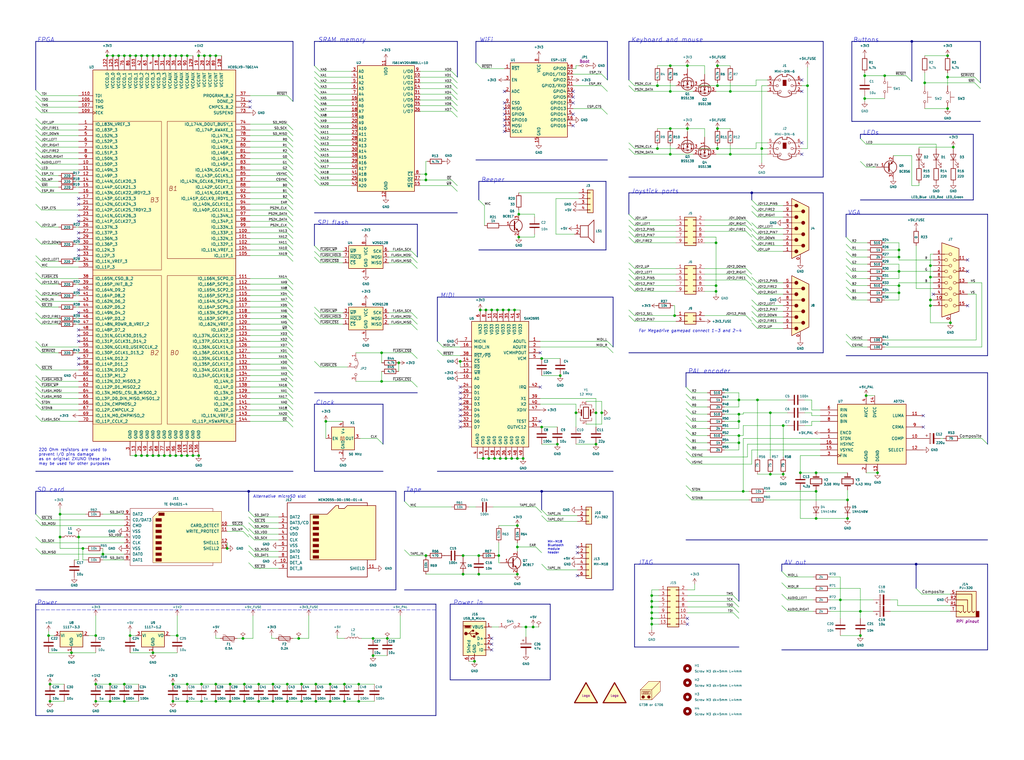
<source format=kicad_sch>
(kicad_sch (version 20210406) (generator eeschema)
  (paper "User" 454.99 337.998)
  (title_block (title "ZXUNO.1010") (date "2021-12-26") (rev "A1") (comment 1 "10x10 PCB variant of ZX-UNO project"))
  (lib_symbols
    (symbol "Connector:AudioJack4"
      (property "Reference" "J" (at 0 8.89 0))
      (property "Value" "AudioJack4" (at 0 6.35 0))
      (symbol "AudioJack4_1_1"
        (pin passive line (at 5.08 -2.54 180) (length 2.54) (name "~") (number "R1"))
        (pin passive line (at 5.08 0 180) (length 2.54) (name "~") (number "R2"))
        (pin passive line (at 5.08 2.54 180) (length 2.54) (name "~") (number "S"))
        (pin passive line (at 5.08 -5.08 180) (length 2.54) (name "~") (number "T"))
      )
    )
    (symbol "Connector:DB15_Female_HighDensity_MountingHoles" (pin_names (offset 1.016) hide)
      (property "Reference" "J" (at 0 21.59 0))
      (property "Value" "DB15_Female_HighDensity_MountingHoles" (at 0 19.05 0))
      (symbol "DB15_Female_HighDensity_MountingHoles_1_1"
        (pin passive line (at 0 -17.78 90) (length 3.81) (name "~") (number "0"))
        (pin passive line (at -7.62 10.16 0) (length 5.08) (name "~") (number "1"))
        (pin passive line (at -7.62 -7.62 0) (length 5.08) (name "~") (number "10"))
        (pin passive line (at 7.62 10.16 180) (length 5.08) (name "~") (number "11"))
        (pin passive line (at 7.62 5.08 180) (length 5.08) (name "~") (number "12"))
        (pin passive line (at 7.62 0 180) (length 5.08) (name "~") (number "13"))
        (pin passive line (at 7.62 -5.08 180) (length 5.08) (name "~") (number "14"))
        (pin passive line (at 7.62 -10.16 180) (length 5.08) (name "~") (number "15"))
        (pin passive line (at -7.62 5.08 0) (length 5.08) (name "~") (number "2"))
        (pin passive line (at -7.62 0 0) (length 5.08) (name "~") (number "3"))
        (pin passive line (at -7.62 -5.08 0) (length 5.08) (name "~") (number "4"))
        (pin passive line (at -7.62 -10.16 0) (length 5.08) (name "~") (number "5"))
        (pin passive line (at -7.62 12.7 0) (length 5.08) (name "~") (number "6"))
        (pin passive line (at -7.62 7.62 0) (length 5.08) (name "~") (number "7"))
        (pin passive line (at -7.62 2.54 0) (length 5.08) (name "~") (number "8"))
        (pin passive line (at -7.62 -2.54 0) (length 5.08) (name "~") (number "9"))
      )
    )
    (symbol "Connector:DB9_Male_MountingHoles" (pin_names (offset 1.016) hide)
      (property "Reference" "J" (at 0 16.51 0))
      (property "Value" "DB9_Male_MountingHoles" (at 0 14.605 0))
      (symbol "DB9_Male_MountingHoles_1_1"
        (pin passive line (at 0 -15.24 90) (length 3.81) (name "PAD") (number "0"))
        (pin passive line (at -7.62 -10.16 0) (length 3.81) (name "1") (number "1"))
        (pin passive line (at -7.62 -5.08 0) (length 3.81) (name "2") (number "2"))
        (pin passive line (at -7.62 0 0) (length 3.81) (name "3") (number "3"))
        (pin passive line (at -7.62 5.08 0) (length 3.81) (name "4") (number "4"))
        (pin passive line (at -7.62 10.16 0) (length 3.81) (name "5") (number "5"))
        (pin passive line (at -7.62 -7.62 0) (length 3.81) (name "6") (number "6"))
        (pin passive line (at -7.62 -2.54 0) (length 3.81) (name "7") (number "7"))
        (pin passive line (at -7.62 2.54 0) (length 3.81) (name "8") (number "8"))
        (pin passive line (at -7.62 7.62 0) (length 3.81) (name "9") (number "9"))
      )
    )
    (symbol "Connector:Micro_SD_Card_Det" (pin_names (offset 1.016))
      (property "Reference" "J" (at -16.51 17.78 0))
      (property "Value" "Micro_SD_Card_Det" (at 16.51 17.78 0))
      (symbol "Micro_SD_Card_Det_1_1"
        (pin bidirectional line (at -22.86 10.16 0) (length 3.81) (name "DAT2") (number "1"))
        (pin passive line (at -22.86 -10.16 0) (length 3.81) (name "DET_A") (number "10"))
        (pin passive line (at 20.32 -12.7 180) (length 3.81) (name "SHIELD") (number "11"))
        (pin bidirectional line (at -22.86 7.62 0) (length 3.81) (name "DAT3/CD") (number "2"))
        (pin input line (at -22.86 5.08 0) (length 3.81) (name "CMD") (number "3"))
        (pin power_in line (at -22.86 2.54 0) (length 3.81) (name "VDD") (number "4"))
        (pin input line (at -22.86 0 0) (length 3.81) (name "CLK") (number "5"))
        (pin power_in line (at -22.86 -2.54 0) (length 3.81) (name "VSS") (number "6"))
        (pin bidirectional line (at -22.86 -5.08 0) (length 3.81) (name "DAT0") (number "7"))
        (pin bidirectional line (at -22.86 -7.62 0) (length 3.81) (name "DAT1") (number "8"))
        (pin passive line (at -22.86 -12.7 0) (length 3.81) (name "DET_B") (number "9"))
      )
    )
    (symbol "Connector:Mini-DIN-6" (pin_names (offset 1.016))
      (property "Reference" "J" (at 0 6.35 0))
      (property "Value" "Mini-DIN-6" (at 0 -6.35 0))
      (symbol "Mini-DIN-6_1_1"
        (pin passive line (at 7.62 -2.54 180) (length 2.54) (name "~") (number "1"))
        (pin passive line (at -7.62 -2.54 0) (length 2.54) (name "~") (number "2"))
        (pin passive line (at 7.62 0 180) (length 2.54) (name "~") (number "3"))
        (pin passive line (at -7.62 0 0) (length 2.54) (name "~") (number "4"))
        (pin passive line (at 7.62 2.54 180) (length 2.54) (name "~") (number "5"))
        (pin passive line (at -7.62 2.54 0) (length 2.54) (name "~") (number "6"))
      )
    )
    (symbol "Connector:SD_Card" (pin_names (offset 1.016))
      (property "Reference" "J" (at -16.51 13.97 0))
      (property "Value" "SD_Card" (at 15.24 -13.97 0))
      (symbol "SD_Card_1_1"
        (pin input line (at -22.86 7.62 0) (length 2.54) (name "CD/DAT3") (number "1"))
        (pin input line (at 22.86 5.08 180) (length 2.54) (name "CARD_DETECT") (number "10"))
        (pin input line (at 22.86 2.54 180) (length 2.54) (name "WRITE_PROTECT") (number "11"))
        (pin input line (at 22.86 -2.54 180) (length 2.54) (name "SHELL1") (number "12"))
        (pin input line (at 22.86 -5.08 180) (length 2.54) (name "SHELL2") (number "13"))
        (pin input line (at -22.86 5.08 0) (length 2.54) (name "CMD") (number "2"))
        (pin power_in line (at -22.86 2.54 0) (length 2.54) (name "VSS") (number "3"))
        (pin power_in line (at -22.86 0 0) (length 2.54) (name "VDD") (number "4"))
        (pin input line (at -22.86 -2.54 0) (length 2.54) (name "CLK") (number "5"))
        (pin power_in line (at -22.86 -5.08 0) (length 2.54) (name "VSS") (number "6"))
        (pin input line (at -22.86 -7.62 0) (length 2.54) (name "DAT0") (number "7"))
        (pin input line (at -22.86 -10.16 0) (length 2.54) (name "DAT1") (number "8"))
        (pin input line (at -22.86 10.16 0) (length 2.54) (name "DAT2") (number "9"))
      )
    )
    (symbol "Connector:USB_B_Micro" (pin_names (offset 1.016))
      (property "Reference" "J" (at -5.08 11.43 0))
      (property "Value" "USB_B_Micro" (at -5.08 8.89 0))
      (symbol "USB_B_Micro_1_1"
        (pin power_out line (at 7.62 5.08 180) (length 2.54) (name "VBUS") (number "1"))
        (pin passive line (at 7.62 -2.54 180) (length 2.54) (name "D-") (number "2"))
        (pin passive line (at 7.62 0 180) (length 2.54) (name "D+") (number "3"))
        (pin passive line (at 7.62 -5.08 180) (length 2.54) (name "ID") (number "4"))
        (pin power_out line (at 0 -10.16 90) (length 2.54) (name "GND") (number "5"))
        (pin passive line (at -2.54 -10.16 90) (length 2.54) (name "Shield") (number "6"))
      )
    )
    (symbol "Connector_Generic:Conn_01x03" (pin_names (offset 1.016) hide)
      (property "Reference" "J" (at 0 5.08 0))
      (property "Value" "Conn_01x03" (at 0 -5.08 0))
      (symbol "Conn_01x03_1_1"
        (pin passive line (at -5.08 2.54 0) (length 3.81) (name "Pin_1") (number "1"))
        (pin passive line (at -5.08 0 0) (length 3.81) (name "Pin_2") (number "2"))
        (pin passive line (at -5.08 -2.54 0) (length 3.81) (name "Pin_3") (number "3"))
      )
    )
    (symbol "Connector_Generic:Conn_01x04" (pin_names (offset 1.016) hide)
      (property "Reference" "J" (at 0 5.08 0))
      (property "Value" "Conn_01x04" (at 0 -7.62 0))
      (symbol "Conn_01x04_1_1"
        (pin passive line (at -5.08 2.54 0) (length 3.81) (name "Pin_1") (number "1"))
        (pin passive line (at -5.08 0 0) (length 3.81) (name "Pin_2") (number "2"))
        (pin passive line (at -5.08 -2.54 0) (length 3.81) (name "Pin_3") (number "3"))
        (pin passive line (at -5.08 -5.08 0) (length 3.81) (name "Pin_4") (number "4"))
      )
    )
    (symbol "Connector_Generic:Conn_01x06" (pin_names (offset 1.016) hide)
      (property "Reference" "J" (at 0 7.62 0))
      (property "Value" "Conn_01x06" (at 0 -10.16 0))
      (symbol "Conn_01x06_1_1"
        (pin passive line (at -5.08 5.08 0) (length 3.81) (name "Pin_1") (number "1"))
        (pin passive line (at -5.08 2.54 0) (length 3.81) (name "Pin_2") (number "2"))
        (pin passive line (at -5.08 0 0) (length 3.81) (name "Pin_3") (number "3"))
        (pin passive line (at -5.08 -2.54 0) (length 3.81) (name "Pin_4") (number "4"))
        (pin passive line (at -5.08 -5.08 0) (length 3.81) (name "Pin_5") (number "5"))
        (pin passive line (at -5.08 -7.62 0) (length 3.81) (name "Pin_6") (number "6"))
      )
    )
    (symbol "Connector_Generic:Conn_02x02_Odd_Even" (pin_names (offset 1.016) hide)
      (property "Reference" "J" (at 1.27 2.54 0))
      (property "Value" "Conn_02x02_Odd_Even" (at 1.27 -5.08 0))
      (symbol "Conn_02x02_Odd_Even_1_1"
        (pin passive line (at -5.08 0 0) (length 3.81) (name "Pin_1") (number "1"))
        (pin passive line (at 7.62 0 180) (length 3.81) (name "Pin_2") (number "2"))
        (pin passive line (at -5.08 -2.54 0) (length 3.81) (name "Pin_3") (number "3"))
        (pin passive line (at 7.62 -2.54 180) (length 3.81) (name "Pin_4") (number "4"))
      )
    )
    (symbol "Connector_Generic:Conn_02x05_Odd_Even" (pin_names (offset 1.016) hide)
      (property "Reference" "J" (at 1.27 7.62 0))
      (property "Value" "Conn_02x05_Odd_Even" (at 1.27 -7.62 0))
      (symbol "Conn_02x05_Odd_Even_1_1"
        (pin passive line (at -5.08 5.08 0) (length 3.81) (name "Pin_1") (number "1"))
        (pin passive line (at 7.62 -5.08 180) (length 3.81) (name "Pin_10") (number "10"))
        (pin passive line (at 7.62 5.08 180) (length 3.81) (name "Pin_2") (number "2"))
        (pin passive line (at -5.08 2.54 0) (length 3.81) (name "Pin_3") (number "3"))
        (pin passive line (at 7.62 2.54 180) (length 3.81) (name "Pin_4") (number "4"))
        (pin passive line (at -5.08 0 0) (length 3.81) (name "Pin_5") (number "5"))
        (pin passive line (at 7.62 0 180) (length 3.81) (name "Pin_6") (number "6"))
        (pin passive line (at -5.08 -2.54 0) (length 3.81) (name "Pin_7") (number "7"))
        (pin passive line (at 7.62 -2.54 180) (length 3.81) (name "Pin_8") (number "8"))
        (pin passive line (at -5.08 -5.08 0) (length 3.81) (name "Pin_9") (number "9"))
      )
    )
    (symbol "Connector_Generic:Conn_02x07_Odd_Even" (pin_names (offset 1.016) hide)
      (property "Reference" "J" (at 1.27 10.16 0))
      (property "Value" "Conn_02x07_Odd_Even" (at 1.27 -10.16 0))
      (symbol "Conn_02x07_Odd_Even_1_1"
        (pin passive line (at -5.08 7.62 0) (length 3.81) (name "Pin_1") (number "1"))
        (pin passive line (at 7.62 -2.54 180) (length 3.81) (name "Pin_10") (number "10"))
        (pin passive line (at -5.08 -5.08 0) (length 3.81) (name "Pin_11") (number "11"))
        (pin passive line (at 7.62 -5.08 180) (length 3.81) (name "Pin_12") (number "12"))
        (pin passive line (at -5.08 -7.62 0) (length 3.81) (name "Pin_13") (number "13"))
        (pin passive line (at 7.62 -7.62 180) (length 3.81) (name "Pin_14") (number "14"))
        (pin passive line (at 7.62 7.62 180) (length 3.81) (name "Pin_2") (number "2"))
        (pin passive line (at -5.08 5.08 0) (length 3.81) (name "Pin_3") (number "3"))
        (pin passive line (at 7.62 5.08 180) (length 3.81) (name "Pin_4") (number "4"))
        (pin passive line (at -5.08 2.54 0) (length 3.81) (name "Pin_5") (number "5"))
        (pin passive line (at 7.62 2.54 180) (length 3.81) (name "Pin_6") (number "6"))
        (pin passive line (at -5.08 0 0) (length 3.81) (name "Pin_7") (number "7"))
        (pin passive line (at 7.62 0 180) (length 3.81) (name "Pin_8") (number "8"))
        (pin passive line (at -5.08 -2.54 0) (length 3.81) (name "Pin_9") (number "9"))
      )
    )
    (symbol "Device:C" (pin_numbers hide) (pin_names (offset 0.254))
      (property "Reference" "C" (at 0.635 2.54 0))
      (property "Value" "C" (at 0.635 -2.54 0))
      (symbol "C_1_1"
        (pin passive line (at 0 3.81 270) (length 2.794) (name "~") (number "1"))
        (pin passive line (at 0 -3.81 90) (length 2.794) (name "~") (number "2"))
      )
    )
    (symbol "Device:CP" (pin_numbers hide) (pin_names (offset 0.254))
      (property "Reference" "C" (at 0.635 2.54 0))
      (property "Value" "CP" (at 0.635 -2.54 0))
      (symbol "CP_1_1"
        (pin passive line (at 0 3.81 270) (length 2.794) (name "~") (number "1"))
        (pin passive line (at 0 -3.81 90) (length 2.794) (name "~") (number "2"))
      )
    )
    (symbol "Device:Crystal" (pin_numbers hide) (pin_names (offset 1.016) hide)
      (property "Reference" "Y" (at 0 3.81 0))
      (property "Value" "Crystal" (at 0 -3.81 0))
      (symbol "Crystal_1_1"
        (pin passive line (at -3.81 0 0) (length 1.27) (name "1") (number "1"))
        (pin passive line (at 3.81 0 180) (length 1.27) (name "2") (number "2"))
      )
    )
    (symbol "Device:Crystal_GND24" (pin_names (offset 1.016) hide)
      (property "Reference" "Y" (at 3.175 5.08 0))
      (property "Value" "Crystal_GND24" (at 3.175 3.175 0))
      (symbol "Crystal_GND24_1_1"
        (pin passive line (at -3.81 0 0) (length 1.27) (name "1") (number "1"))
        (pin passive line (at 0 5.08 270) (length 1.27) (name "2") (number "2"))
        (pin passive line (at 3.81 0 180) (length 1.27) (name "3") (number "3"))
        (pin passive line (at 0 -5.08 90) (length 1.27) (name "4") (number "4"))
      )
    )
    (symbol "Device:D" (pin_numbers hide) (pin_names (offset 1.016) hide)
      (property "Reference" "D" (at 0 2.54 0))
      (property "Value" "D" (at 0 -2.54 0))
      (symbol "D_1_1"
        (pin passive line (at -3.81 0 0) (length 2.54) (name "K") (number "1"))
        (pin passive line (at 3.81 0 180) (length 2.54) (name "A") (number "2"))
      )
    )
    (symbol "Device:Jumper_NO_Small" (pin_numbers hide) (pin_names (offset 0.762) hide)
      (property "Reference" "JP" (at 0 2.032 0))
      (property "Value" "Jumper_NO_Small" (at 0.254 -1.524 0))
      (symbol "Jumper_NO_Small_0_1"
        (pin passive line (at -2.54 0 0) (length 1.016) (name "1") (number "1"))
        (pin passive line (at 2.54 0 180) (length 1.016) (name "2") (number "2"))
      )
    )
    (symbol "Device:L" (pin_numbers hide) (pin_names (offset 1.016) hide)
      (property "Reference" "L" (at -1.27 0 90))
      (property "Value" "L" (at 1.905 0 90))
      (symbol "L_1_1"
        (pin passive line (at 0 3.81 270) (length 1.27) (name "1") (number "1"))
        (pin passive line (at 0 -3.81 90) (length 1.27) (name "2") (number "2"))
      )
    )
    (symbol "Device:LED" (pin_numbers hide) (pin_names (offset 1.016) hide)
      (property "Reference" "D" (at 0 2.54 0))
      (property "Value" "LED" (at 0 -2.54 0))
      (symbol "LED_1_1"
        (pin passive line (at -3.81 0 0) (length 2.54) (name "K") (number "1"))
        (pin passive line (at 3.81 0 180) (length 2.54) (name "A") (number "2"))
      )
    )
    (symbol "Device:Polyfuse" (pin_numbers hide) (pin_names (offset 0))
      (property "Reference" "F" (at -2.54 0 90))
      (property "Value" "Polyfuse" (at 2.54 0 90))
      (symbol "Polyfuse_1_1"
        (pin passive line (at 0 3.81 270) (length 1.27) (name "~") (number "1"))
        (pin passive line (at 0 -3.81 90) (length 1.27) (name "~") (number "2"))
      )
    )
    (symbol "Device:R" (pin_numbers hide) (pin_names (offset 0))
      (property "Reference" "R" (at 2.032 0 90))
      (property "Value" "R" (at 0 0 90))
      (symbol "R_1_1"
        (pin passive line (at 0 3.81 270) (length 1.27) (name "~") (number "1"))
        (pin passive line (at 0 -3.81 90) (length 1.27) (name "~") (number "2"))
      )
    )
    (symbol "Device:Speaker" (pin_names (offset 0) hide)
      (property "Reference" "LS" (at 1.27 5.715 0))
      (property "Value" "Speaker" (at 1.27 3.81 0))
      (symbol "Speaker_1_1"
        (pin input line (at -5.08 0 0) (length 2.54) (name "1") (number "1"))
        (pin input line (at -5.08 -2.54 0) (length 2.54) (name "2") (number "2"))
      )
    )
    (symbol "Jumper:Jumper_3_Bridged12" (pin_names (offset 0) hide)
      (property "Reference" "JP" (at -2.54 -2.54 0))
      (property "Value" "Jumper_3_Bridged12" (at 0 2.794 0))
      (symbol "Jumper_3_Bridged12_1_1"
        (pin passive line (at -6.35 0 0) (length 2.54) (name "A") (number "1"))
        (pin input line (at 0 -3.81 90) (length 2.54) (name "C") (number "2"))
        (pin passive line (at 6.35 0 180) (length 2.54) (name "B") (number "3"))
      )
    )
    (symbol "Mechanical:Housing" (pin_names (offset 1.016))
      (property "Reference" "N" (at 3.81 0 0))
      (property "Value" "Housing" (at 3.81 -1.905 0))
    )
    (symbol "Mechanical:MountingHole" (pin_names (offset 1.016))
      (property "Reference" "H" (at 0 5.08 0))
      (property "Value" "MountingHole" (at 0 3.175 0))
    )
    (symbol "Memory_EEPROM:AT25xxx"
      (property "Reference" "U" (at -7.62 6.35 0))
      (property "Value" "AT25xxx" (at 2.54 -6.35 0))
      (symbol "AT25xxx_1_1"
        (pin input line (at -10.16 -2.54 0) (length 2.54) (name "~CS") (number "1"))
        (pin tri_state line (at 10.16 -2.54 180) (length 2.54) (name "MISO") (number "2"))
        (pin input line (at -10.16 2.54 0) (length 2.54) (name "~WP") (number "3"))
        (pin power_in line (at 0 -7.62 90) (length 2.54) (name "GND") (number "4"))
        (pin input line (at 10.16 0 180) (length 2.54) (name "MOSI") (number "5"))
        (pin input line (at 10.16 2.54 180) (length 2.54) (name "SCK") (number "6"))
        (pin input line (at -10.16 0 0) (length 2.54) (name "~HOLD") (number "7"))
        (pin power_in line (at 0 7.62 270) (length 2.54) (name "VCC") (number "8"))
      )
    )
    (symbol "Oscillator:XO91" (pin_names (offset 0.254))
      (property "Reference" "X" (at -5.08 6.35 0))
      (property "Value" "XO91" (at 1.27 -6.35 0))
      (symbol "XO91_1_1"
        (pin input line (at -7.62 0 0) (length 2.54) (name "EN") (number "1"))
        (pin power_in line (at 0 -7.62 90) (length 2.54) (name "GND") (number "2"))
        (pin output line (at 7.62 0 180) (length 2.54) (name "OUT") (number "3"))
        (pin power_in line (at 0 7.62 270) (length 2.54) (name "V+") (number "4"))
      )
    )
    (symbol "RF_Module:ESP-12E"
      (property "Reference" "U" (at -12.7 19.05 0))
      (property "Value" "ESP-12E" (at 12.7 19.05 0))
      (symbol "ESP-12E_1_1"
        (pin input line (at -15.24 15.24 0) (length 2.54) (name "~RST") (number "1"))
        (pin bidirectional line (at -15.24 -2.54 0) (length 2.54) (name "MISO") (number "10"))
        (pin bidirectional line (at -15.24 -5.08 0) (length 2.54) (name "GPIO9") (number "11"))
        (pin bidirectional line (at -15.24 -7.62 0) (length 2.54) (name "GPIO10") (number "12"))
        (pin bidirectional line (at -15.24 -10.16 0) (length 2.54) (name "MOSI") (number "13"))
        (pin bidirectional line (at -15.24 -12.7 0) (length 2.54) (name "SCLK") (number "14"))
        (pin power_in line (at 0 -17.78 90) (length 2.54) (name "GND") (number "15"))
        (pin bidirectional line (at 15.24 -7.62 180) (length 2.54) (name "GPIO15") (number "16"))
        (pin bidirectional line (at 15.24 10.16 180) (length 2.54) (name "GPIO2") (number "17"))
        (pin bidirectional line (at 15.24 15.24 180) (length 2.54) (name "GPIO0") (number "18"))
        (pin bidirectional line (at 15.24 5.08 180) (length 2.54) (name "GPIO4") (number "19"))
        (pin input line (at -15.24 5.08 0) (length 2.54) (name "ADC") (number "2"))
        (pin bidirectional line (at 15.24 2.54 180) (length 2.54) (name "GPIO5") (number "20"))
        (pin bidirectional line (at 15.24 7.62 180) (length 2.54) (name "GPIO3/RXD") (number "21"))
        (pin bidirectional line (at 15.24 12.7 180) (length 2.54) (name "GPIO1/TXD") (number "22"))
        (pin input line (at -15.24 10.16 0) (length 2.54) (name "EN") (number "3"))
        (pin bidirectional line (at 15.24 -10.16 180) (length 2.54) (name "GPIO16") (number "4"))
        (pin bidirectional line (at 15.24 -5.08 180) (length 2.54) (name "GPIO14") (number "5"))
        (pin bidirectional line (at 15.24 0 180) (length 2.54) (name "GPIO12") (number "6"))
        (pin bidirectional line (at 15.24 -2.54 180) (length 2.54) (name "GPIO13") (number "7"))
        (pin power_in line (at 0 20.32 270) (length 2.54) (name "VCC") (number "8"))
        (pin input line (at -15.24 0 0) (length 2.54) (name "CS0") (number "9"))
      )
    )
    (symbol "Regulator_Linear:AZ1117-1.2" (pin_names (offset 0.254))
      (property "Reference" "U" (at -3.81 3.175 0))
      (property "Value" "AZ1117-1.2" (at 0 3.175 0))
      (symbol "AZ1117-1.2_1_1"
        (pin power_in line (at 0 -7.62 90) (length 2.54) (name "GND") (number "1"))
        (pin power_out line (at 7.62 0 180) (length 2.54) (name "VO") (number "2"))
        (pin power_in line (at -7.62 0 0) (length 2.54) (name "VI") (number "3"))
      )
    )
    (symbol "Regulator_Linear:AZ1117-3.3" (pin_names (offset 0.254))
      (property "Reference" "U" (at -3.81 3.175 0))
      (property "Value" "AZ1117-3.3" (at 0 3.175 0))
      (symbol "AZ1117-3.3_1_1"
        (pin power_in line (at 0 -7.62 90) (length 2.54) (name "GND") (number "1"))
        (pin power_out line (at 7.62 0 180) (length 2.54) (name "VO") (number "2"))
        (pin power_in line (at -7.62 0 0) (length 2.54) (name "VI") (number "3"))
      )
    )
    (symbol "Switch:SW_Push" (pin_numbers hide) (pin_names (offset 1.016) hide)
      (property "Reference" "SW" (at 1.27 2.54 0))
      (property "Value" "SW_Push" (at 0 -1.524 0))
      (symbol "SW_Push_0_1"
        (pin passive line (at -5.08 0 0) (length 2.54) (name "1") (number "1"))
        (pin passive line (at 5.08 0 180) (length 2.54) (name "2") (number "2"))
      )
    )
    (symbol "Switch:SW_SPST" (pin_names (offset 0) hide)
      (property "Reference" "SW" (at 0 3.175 0))
      (property "Value" "SW_SPST" (at 0 -2.54 0))
      (symbol "SW_SPST_1_1"
        (pin passive line (at -5.08 0 0) (length 2.54) (name "A") (number "1"))
        (pin passive line (at 5.08 0 180) (length 2.54) (name "B") (number "2"))
      )
    )
    (symbol "Transistor_BJT:BC817" (pin_names (offset 0) hide)
      (property "Reference" "Q" (at 5.08 1.905 0))
      (property "Value" "BC817" (at 5.08 0 0))
      (symbol "BC817_1_1"
        (pin input line (at -5.08 0 0) (length 5.715) (name "B") (number "1"))
        (pin passive line (at 2.54 -5.08 90) (length 2.54) (name "E") (number "2"))
        (pin passive line (at 2.54 5.08 270) (length 2.54) (name "C") (number "3"))
      )
    )
    (symbol "Transistor_BJT:BC856" (pin_names (offset 0) hide)
      (property "Reference" "Q" (at 5.08 1.905 0))
      (property "Value" "BC856" (at 5.08 0 0))
      (symbol "BC856_1_1"
        (pin input line (at -5.08 0 0) (length 5.715) (name "B") (number "1"))
        (pin passive line (at 2.54 -5.08 90) (length 2.54) (name "E") (number "2"))
        (pin passive line (at 2.54 5.08 270) (length 2.54) (name "C") (number "3"))
      )
    )
    (symbol "Transistor_FET:BSS138" (pin_names (offset 0) hide)
      (property "Reference" "Q" (at 5.08 1.905 0))
      (property "Value" "BSS138" (at 5.08 0 0))
      (symbol "BSS138_1_1"
        (pin input line (at -5.08 0 0) (length 5.334) (name "G") (number "1"))
        (pin passive line (at 2.54 -5.08 90) (length 2.54) (name "S") (number "2"))
        (pin passive line (at 2.54 5.08 270) (length 2.54) (name "D") (number "3"))
      )
    )
    (symbol "my:AD724" (pin_names (offset 1.016))
      (property "Reference" "U" (at -13.97 13.97 0))
      (property "Value" "AD724" (at 12.7 13.97 0))
      (symbol "AD724_1_1"
        (pin input line (at -22.86 -2.54 0) (length 7.62) (name "STDN") (number "1"))
        (pin output line (at 22.86 -2.54 180) (length 7.62) (name "COMP") (number "10"))
        (pin output line (at 22.86 7.62 180) (length 7.62) (name "LUMA") (number "11"))
        (pin input line (at 22.86 -7.62 180) (length 7.62) (name "SELECT") (number "12"))
        (pin power_in line (at 2.54 -17.78 90) (length 3.81) (name "DGND") (number "13"))
        (pin power_in line (at 1.27 16.51 270) (length 3.81) (name "DVCC") (number "14"))
        (pin input line (at -22.86 -7.62 0) (length 7.62) (name "VSYNC") (number "15"))
        (pin input line (at -22.86 -5.08 0) (length 7.62) (name "HSYNC") (number "16"))
        (pin power_in line (at -2.54 -17.78 90) (length 3.81) (name "AGND") (number "2"))
        (pin input clock (at -22.86 -10.16 0) (length 7.62) (name "FIN") (number "3"))
        (pin power_in line (at -2.54 16.51 270) (length 3.81) (name "AVCC") (number "4"))
        (pin input line (at -22.86 0 0) (length 7.62) (name "ENCD") (number "5"))
        (pin input line (at -22.86 10.16 0) (length 7.62) (name "RIN") (number "6"))
        (pin input line (at -22.86 7.62 0) (length 7.62) (name "GIN") (number "7"))
        (pin input line (at -22.86 5.08 0) (length 7.62) (name "BIN") (number "8"))
        (pin output line (at 22.86 2.54 180) (length 7.62) (name "CRMA") (number "9"))
      )
    )
    (symbol "my:IS61WV20488BLL-10"
      (property "Reference" "U4" (at -10.795 29.21 0))
      (property "Value" "IS61WV20488BLL-10" (at 11.43 29.21 0))
      (symbol "IS61WV20488BLL-10_1_1"
        (pin no_connect line (at 15.24 -17.78 180) (length 2.54) hide (name "NC") (number "1"))
        (pin bidirectional line (at 15.24 22.86 180) (length 2.54) (name "I/O1") (number "10"))
        (pin power_in line (at 0 30.48 270) (length 2.54) (name "VDD") (number "11"))
        (pin power_in line (at 0 -30.48 90) (length 2.54) (name "GND") (number "12"))
        (pin bidirectional line (at 15.24 20.32 180) (length 2.54) (name "I/O2") (number "13"))
        (pin bidirectional line (at 15.24 17.78 180) (length 2.54) (name "I/O3") (number "14"))
        (pin input line (at 15.24 -25.4 180) (length 2.54) (name "~WE") (number "15"))
        (pin input line (at -15.24 12.7 0) (length 2.54) (name "A5") (number "16"))
        (pin input line (at -15.24 10.16 0) (length 2.54) (name "A6") (number "17"))
        (pin input line (at -15.24 7.62 0) (length 2.54) (name "A7") (number "18"))
        (pin input line (at -15.24 5.08 0) (length 2.54) (name "A8") (number "19"))
        (pin no_connect line (at 15.24 -15.24 180) (length 2.54) hide (name "NC") (number "2"))
        (pin input line (at -15.24 2.54 0) (length 2.54) (name "A9") (number "20"))
        (pin no_connect line (at 15.24 -12.7 180) (length 2.54) hide (name "NC") (number "21"))
        (pin no_connect line (at 15.24 -10.16 180) (length 2.54) hide (name "NC") (number "22"))
        (pin no_connect line (at 15.24 -7.62 180) (length 2.54) hide (name "NC") (number "23"))
        (pin no_connect line (at 15.24 -5.08 180) (length 2.54) hide (name "NC") (number "24"))
        (pin input line (at -15.24 -22.86 0) (length 2.54) (name "A19") (number "25"))
        (pin input line (at -15.24 0 0) (length 2.54) (name "A10") (number "26"))
        (pin input line (at -15.24 -2.54 0) (length 2.54) (name "A11") (number "27"))
        (pin input line (at -15.24 -5.08 0) (length 2.54) (name "A12") (number "28"))
        (pin input line (at -15.24 -7.62 0) (length 2.54) (name "A13") (number "29"))
        (pin input line (at -15.24 25.4 0) (length 2.54) (name "A0") (number "3"))
        (pin input line (at -15.24 -10.16 0) (length 2.54) (name "A14") (number "30"))
        (pin bidirectional line (at 15.24 15.24 180) (length 2.54) (name "I/O4") (number "31"))
        (pin bidirectional line (at 15.24 12.7 180) (length 2.54) (name "I/O5") (number "32"))
        (pin passive line (at 0 30.48 270) (length 2.54) hide (name "VDD") (number "33"))
        (pin passive line (at 0 -30.48 90) (length 2.54) hide (name "GND") (number "34"))
        (pin bidirectional line (at 15.24 10.16 180) (length 2.54) (name "I/O6") (number "35"))
        (pin bidirectional line (at 15.24 7.62 180) (length 2.54) (name "I/O7") (number "36"))
        (pin input line (at 15.24 -22.86 180) (length 2.54) (name "~OE") (number "37"))
        (pin input line (at -15.24 -12.7 0) (length 2.54) (name "A15") (number "38"))
        (pin input line (at -15.24 -15.24 0) (length 2.54) (name "A16") (number "39"))
        (pin input line (at -15.24 22.86 0) (length 2.54) (name "A1") (number "4"))
        (pin input line (at -15.24 -17.78 0) (length 2.54) (name "A17") (number "40"))
        (pin input line (at -15.24 -20.32 0) (length 2.54) (name "A18") (number "41"))
        (pin input line (at -15.24 -25.4 0) (length 2.54) (name "A20") (number "42"))
        (pin no_connect line (at 15.24 -2.54 180) (length 2.54) hide (name "NC") (number "43"))
        (pin no_connect line (at 15.24 0 180) (length 2.54) hide (name "NC") (number "44"))
        (pin input line (at -15.24 20.32 0) (length 2.54) (name "A2") (number "5"))
        (pin input line (at -15.24 17.78 0) (length 2.54) (name "A3") (number "6"))
        (pin input line (at -15.24 15.24 0) (length 2.54) (name "A4") (number "7"))
        (pin input line (at 15.24 -20.32 180) (length 2.54) (name "~CE") (number "8"))
        (pin bidirectional line (at 15.24 25.4 180) (length 2.54) (name "I/O0") (number "9"))
      )
    )
    (symbol "my:SAM2695" (pin_names (offset 1.016))
      (property "Reference" "U" (at -13.97 29.21 0))
      (property "Value" "SAM2695" (at 12.7 29.21 0))
      (symbol "SAM2695_0_0"
        (pin output line (at 17.78 19.05 180) (length 5.08) (name "AOUTL") (number "1"))
        (pin input line (at -17.78 2.54 0) (length 5.08) (name "A0") (number "10"))
        (pin power_in line (at -3.81 33.02 270) (length 5.08) (name "VD33") (number "11"))
        (pin input line (at -17.78 5.08 0) (length 5.08) (name "~WR") (number "12"))
        (pin power_in line (at -5.08 -33.02 90) (length 5.08) (name "GND") (number "13"))
        (pin input line (at -17.78 10.16 0) (length 5.08) (name "~CS") (number "14"))
        (pin input line (at -17.78 7.62 0) (length 5.08) (name "~RD") (number "15"))
        (pin input line (at -17.78 16.51 0) (length 5.08) (name "MIDI_IN") (number "16"))
        (pin no_connect line (at 17.78 7.62 180) (length 5.08) hide (name "NC") (number "17"))
        (pin power_in line (at -2.54 -33.02 90) (length 5.08) (name "GND") (number "18"))
        (pin no_connect line (at 17.78 8.89 180) (length 5.08) hide (name "NC") (number "19"))
        (pin output line (at 17.78 16.51 180) (length 5.08) (name "AOUTR") (number "2"))
        (pin power_in line (at -1.27 33.02 270) (length 5.08) (name "VD33") (number "20"))
        (pin no_connect line (at 17.78 6.35 180) (length 5.08) hide (name "NC") (number "21"))
        (pin no_connect line (at 17.78 5.08 180) (length 5.08) hide (name "NC") (number "22"))
        (pin no_connect line (at 17.78 3.81 180) (length 5.08) hide (name "NC") (number "23"))
        (pin bidirectional line (at -17.78 -1.27 0) (length 5.08) (name "D0") (number "24"))
        (pin power_in line (at 0 -33.02 90) (length 5.08) (name "GND") (number "25"))
        (pin bidirectional line (at -17.78 -3.81 0) (length 5.08) (name "D1") (number "26"))
        (pin bidirectional line (at -17.78 -6.35 0) (length 5.08) (name "D2") (number "27"))
        (pin bidirectional line (at -17.78 -8.89 0) (length 5.08) (name "D3") (number "28"))
        (pin bidirectional line (at -17.78 -11.43 0) (length 5.08) (name "D4") (number "29"))
        (pin output line (at 17.78 13.97 180) (length 5.08) (name "VCMHPOUT") (number "3"))
        (pin bidirectional line (at -17.78 -13.97 0) (length 5.08) (name "D5") (number "30"))
        (pin power_in line (at 1.27 33.02 270) (length 5.08) (name "VD33") (number "31"))
        (pin bidirectional line (at -17.78 -16.51 0) (length 5.08) (name "D6") (number "32"))
        (pin bidirectional line (at -17.78 -19.05 0) (length 5.08) (name "D7") (number "33"))
        (pin power_out line (at 17.78 -19.05 180) (length 5.08) (name "OUTVC12") (number "34"))
        (pin power_in line (at 3.81 33.02 270) (length 5.08) (name "VD33") (number "35"))
        (pin power_in line (at 2.54 -33.02 90) (length 5.08) (name "GND") (number "36"))
        (pin input line (at 17.78 -16.51 180) (length 5.08) (name "TEST") (number "37"))
        (pin input line (at -17.78 12.7 0) (length 5.08) (name "~RST~/~PD~") (number "38"))
        (pin input line (at 17.78 -6.35 180) (length 5.08) (name "X1") (number "39"))
        (pin power_in line (at -10.16 -33.02 90) (length 5.08) (name "AGND") (number "4"))
        (pin input line (at 17.78 -8.89 180) (length 5.08) (name "X2") (number "40"))
        (pin power_in line (at 6.35 33.02 270) (length 5.08) (name "VD33") (number "41"))
        (pin output line (at 17.78 -1.27 180) (length 5.08) (name "IRQ") (number "42"))
        (pin no_connect line (at 17.78 2.54 180) (length 5.08) hide (name "NC") (number "43"))
        (pin no_connect line (at 17.78 1.27 180) (length 5.08) hide (name "NC") (number "44"))
        (pin power_in line (at 5.08 -33.02 90) (length 5.08) (name "GND") (number "45"))
        (pin power_in line (at 8.89 33.02 270) (length 5.08) (name "VD33") (number "46"))
        (pin input line (at 17.78 -11.43 180) (length 5.08) (name "XDIV") (number "47"))
        (pin power_in line (at 7.62 -33.02 90) (length 5.08) (name "GND") (number "48"))
        (pin output line (at 17.78 11.43 180) (length 5.08) (name "VCM") (number "5"))
        (pin power_in line (at -8.89 33.02 270) (length 5.08) (name "VA33") (number "6"))
        (pin input line (at -17.78 19.05 0) (length 5.08) (name "MICIN") (number "7"))
        (pin power_in line (at -6.35 33.02 270) (length 5.08) (name "VD33") (number "8"))
        (pin power_in line (at -7.62 -33.02 90) (length 5.08) (name "GND") (number "9"))
      )
      (symbol "SAM2695_1_1"
        (pin power_in line (at 10.16 -33.02 90) (length 5.08) (name "GND") (number "49"))
      )
    )
    (symbol "my:XC6SLX9-TQG144" (pin_names (offset 1.016))
      (property "Reference" "U" (at -31.75 83.82 0))
      (property "Value" "XC6SLX9-TQG144" (at 37.465 83.82 0))
      (symbol "XC6SLX9-TQG144_0_0"
        (text "B0" (at 4.445 -43.18 0) (effects (font (size 2 2) italic)))
        (text "B1" (at 3.81 29.845 0) (effects (font (size 2 2) italic)))
        (text "B2" (at -4.445 -43.18 0) (effects (font (size 2 2) italic)))
        (text "B3" (at -4.445 24.765 0) (effects (font (size 2 2) italic)))
      )
      (symbol "XC6SLX9-TQG144_1_1"
        (pin bidirectional line (at -38.1 58.42 0) (length 6.35) (name "IO_L83N_VREF_3") (number "1"))
        (pin bidirectional line (at -38.1 40.64 0) (length 6.35) (name "IO_L50P_3") (number "10"))
        (pin bidirectional line (at 38.1 10.16 180) (length 6.35) (name "IO_L33P_1") (number "100"))
        (pin bidirectional line (at 38.1 7.62 180) (length 6.35) (name "IO_L32N_1") (number "101"))
        (pin bidirectional line (at 38.1 5.08 180) (length 6.35) (name "IO_L32P_1") (number "102"))
        (pin power_in line (at -12.7 88.9 270) (length 6.35) (name "VCCO_1") (number "103"))
        (pin bidirectional line (at 38.1 2.54 180) (length 6.35) (name "IO_L1N_VREF_1") (number "104"))
        (pin bidirectional line (at 38.1 0 180) (length 6.35) (name "IO_L1P_1") (number "105"))
        (pin output line (at -38.1 68.58 0) (length 6.35) (name "TDO") (number "106"))
        (pin input line (at -38.1 66.04 0) (length 6.35) (name "TMS") (number "107"))
        (pin power_in line (at 7.62 -88.9 90) (length 6.35) (name "GND") (number "108"))
        (pin input clock (at -38.1 63.5 0) (length 6.35) (name "TCK") (number "109"))
        (pin bidirectional line (at -38.1 38.1 0) (length 6.35) (name "IO_L49N_3") (number "11"))
        (pin input line (at -38.1 71.12 0) (length 6.35) (name "TDI") (number "110"))
        (pin bidirectional line (at 38.1 -10.16 180) (length 6.35) (name "IO_L66N_SCP0_0") (number "111"))
        (pin bidirectional line (at 38.1 -12.7 180) (length 6.35) (name "IO_L66P_SCP1_0") (number "112"))
        (pin power_in line (at 10.16 -88.9 90) (length 6.35) (name "GND") (number "113"))
        (pin bidirectional line (at 38.1 -15.24 180) (length 6.35) (name "IO_L65N_SCP2_0") (number "114"))
        (pin bidirectional line (at 38.1 -17.78 180) (length 6.35) (name "IO_L65P_SCP3_0") (number "115"))
        (pin bidirectional line (at 38.1 -20.32 180) (length 6.35) (name "IO_L64N_SCP4_0") (number "116"))
        (pin bidirectional line (at 38.1 -22.86 180) (length 6.35) (name "IO_L64P_SCP5_0") (number "117"))
        (pin bidirectional line (at 38.1 -25.4 180) (length 6.35) (name "IO_L63N_SCP6_0") (number "118"))
        (pin bidirectional line (at 38.1 -27.94 180) (length 6.35) (name "IO_L63P_SCP7_0") (number "119"))
        (pin bidirectional line (at -38.1 35.56 0) (length 6.35) (name "IO_L49P_3") (number "12"))
        (pin bidirectional line (at 38.1 -30.48 180) (length 6.35) (name "IO_L62N_VREF_0") (number "120"))
        (pin bidirectional line (at 38.1 -33.02 180) (length 6.35) (name "IO_L62P_0") (number "121"))
        (pin power_in line (at -25.4 88.9 270) (length 6.35) (name "VCCO_0") (number "122"))
        (pin bidirectional line (at 38.1 -35.56 180) (length 6.35) (name "IO_L37N_GCLK12_0") (number "123"))
        (pin bidirectional line (at 38.1 -38.1 180) (length 6.35) (name "IO_L37P_GCLK13_0") (number "124"))
        (pin power_in line (at -22.86 88.9 270) (length 6.35) (name "VCCO_0") (number "125"))
        (pin bidirectional line (at 38.1 -40.64 180) (length 6.35) (name "IO_L36N_GCLK14_0") (number "126"))
        (pin bidirectional line (at 38.1 -43.18 180) (length 6.35) (name "IO_L36P_GCLK15_0") (number "127"))
        (pin power_in line (at 25.4 88.9 270) (length 6.35) (name "VCCINT") (number "128"))
        (pin power_in line (at 12.7 88.9 270) (length 6.35) (name "VCCAUX") (number "129"))
        (pin power_in line (at -12.7 -88.9 90) (length 6.35) (name "GND") (number "13"))
        (pin power_in line (at 12.7 -88.9 90) (length 6.35) (name "GND") (number "130"))
        (pin bidirectional line (at 38.1 -45.72 180) (length 6.35) (name "IO_L35N_GCLK16_0") (number "131"))
        (pin bidirectional line (at 38.1 -48.26 180) (length 6.35) (name "IO_L35P_GCLK17_0") (number "132"))
        (pin bidirectional line (at 38.1 -50.8 180) (length 6.35) (name "IO_L34N_GCLK18_0") (number "133"))
        (pin bidirectional line (at 38.1 -53.34 180) (length 6.35) (name "IO_L34P_GCLK19_0") (number "134"))
        (pin power_in line (at -20.32 88.9 270) (length 6.35) (name "VCCO_0") (number "135"))
        (pin power_in line (at 15.24 -88.9 90) (length 6.35) (name "GND") (number "136"))
        (pin bidirectional line (at 38.1 -55.88 180) (length 6.35) (name "IO_L4N_0") (number "137"))
        (pin bidirectional line (at 38.1 -58.42 180) (length 6.35) (name "IO_L4P_0") (number "138"))
        (pin bidirectional line (at 38.1 -60.96 180) (length 6.35) (name "IO_L3N_0") (number "139"))
        (pin bidirectional line (at -38.1 33.02 0) (length 6.35) (name "IO_L44N_GCLK20_3") (number "14"))
        (pin bidirectional line (at 38.1 -63.5 180) (length 6.35) (name "IO_L3P_0") (number "140"))
        (pin bidirectional line (at 38.1 -66.04 180) (length 6.35) (name "IO_L2N_0") (number "141"))
        (pin bidirectional line (at 38.1 -68.58 180) (length 6.35) (name "IO_L2P_0") (number "142"))
        (pin bidirectional line (at 38.1 -71.12 180) (length 6.35) (name "IO_L1N_VREF_0") (number "143"))
        (pin bidirectional line (at 38.1 -73.66 180) (length 6.35) (name "IO_L1P_HSWAPEN_0") (number "144"))
        (pin bidirectional line (at -38.1 30.48 0) (length 6.35) (name "IO_L44P_GCLK21_3") (number "15"))
        (pin bidirectional line (at -38.1 27.94 0) (length 6.35) (name "IO_L43N_GCLK22_IRDY2_3") (number "16"))
        (pin bidirectional line (at -38.1 25.4 0) (length 6.35) (name "IO_L43P_GCLK23_3") (number "17"))
        (pin power_in line (at -2.54 88.9 270) (length 6.35) (name "VCCO_3") (number "18"))
        (pin power_in line (at 15.24 88.9 270) (length 6.35) (name "VCCINT") (number "19"))
        (pin bidirectional line (at -38.1 55.88 0) (length 6.35) (name "IO_L83P_3") (number "2"))
        (pin power_in line (at 2.54 88.9 270) (length 6.35) (name "VCCAUX") (number "20"))
        (pin bidirectional line (at -38.1 22.86 0) (length 6.35) (name "IO_L42N_GCLK24_3") (number "21"))
        (pin bidirectional line (at -38.1 20.32 0) (length 6.35) (name "IO_L42P_GCLK25_TRDY2_3") (number "22"))
        (pin bidirectional line (at -38.1 17.78 0) (length 6.35) (name "IO_L41N_GCLK26_3") (number "23"))
        (pin bidirectional line (at -38.1 15.24 0) (length 6.35) (name "IO_L41P_GCLK27_3") (number "24"))
        (pin power_in line (at -10.16 -88.9 90) (length 6.35) (name "GND") (number "25"))
        (pin bidirectional line (at -38.1 12.7 0) (length 6.35) (name "IO_L37N_3") (number "26"))
        (pin bidirectional line (at -38.1 10.16 0) (length 6.35) (name "IO_L37P_3") (number "27"))
        (pin power_in line (at 17.78 88.9 270) (length 6.35) (name "VCCINT") (number "28"))
        (pin bidirectional line (at -38.1 7.62 0) (length 6.35) (name "IO_L36N_3") (number "29"))
        (pin power_in line (at -15.24 -88.9 90) (length 6.35) (name "GND") (number "3"))
        (pin bidirectional line (at -38.1 5.08 0) (length 6.35) (name "IO_L36P_3") (number "30"))
        (pin power_in line (at 0 88.9 270) (length 6.35) (name "VCCO_3") (number "31"))
        (pin bidirectional line (at -38.1 2.54 0) (length 6.35) (name "IO_L2N_3") (number "32"))
        (pin bidirectional line (at -38.1 0 0) (length 6.35) (name "IO_L2P_3") (number "33"))
        (pin bidirectional line (at -38.1 -2.54 0) (length 6.35) (name "IO_L1N_VREF_3") (number "34"))
        (pin bidirectional line (at -38.1 -5.08 0) (length 6.35) (name "IO_L1P_3") (number "35"))
        (pin power_in line (at 5.08 88.9 270) (length 6.35) (name "VCCAUX") (number "36"))
        (pin bidirectional line (at 38.1 71.12 180) (length 6.35) (name "PROGRAM_B_2") (number "37"))
        (pin bidirectional line (at -38.1 -10.16 0) (length 6.35) (name "IO_L65N_CSO_B_2") (number "38"))
        (pin bidirectional line (at -38.1 -12.7 0) (length 6.35) (name "IO_L65P_INIT_B_2") (number "39"))
        (pin power_in line (at -5.08 88.9 270) (length 6.35) (name "VCCO_3") (number "4"))
        (pin bidirectional line (at -38.1 -15.24 0) (length 6.35) (name "IO_L64N_D9_2") (number "40"))
        (pin bidirectional line (at -38.1 -17.78 0) (length 6.35) (name "IO_L64P_D8_2") (number "41"))
        (pin power_in line (at -10.16 88.9 270) (length 6.35) (name "VCCO_2") (number "42"))
        (pin bidirectional line (at -38.1 -20.32 0) (length 6.35) (name "IO_L62N_D6_2") (number "43"))
        (pin bidirectional line (at -38.1 -22.86 0) (length 6.35) (name "IO_L62P_D5_2") (number "44"))
        (pin bidirectional line (at -38.1 -25.4 0) (length 6.35) (name "IO_L49N_D4_2") (number "45"))
        (pin bidirectional line (at -38.1 -27.94 0) (length 6.35) (name "IO_L49P_D3_2") (number "46"))
        (pin bidirectional line (at -38.1 -30.48 0) (length 6.35) (name "IO_L48N_RDWR_B_VREF_2") (number "47"))
        (pin bidirectional line (at -38.1 -33.02 0) (length 6.35) (name "IO_L48P_D7_2") (number "48"))
        (pin power_in line (at -7.62 -88.9 90) (length 6.35) (name "GND") (number "49"))
        (pin bidirectional line (at -38.1 53.34 0) (length 6.35) (name "IO_L52N_3") (number "5"))
        (pin bidirectional line (at -38.1 -35.56 0) (length 6.35) (name "IO_L31N_GCLK30_D15_2") (number "50"))
        (pin bidirectional line (at -38.1 -38.1 0) (length 6.35) (name "IO_L31P_GCLK31_D14_2") (number "51"))
        (pin power_in line (at 20.32 88.9 270) (length 6.35) (name "VCCINT") (number "52"))
        (pin power_in line (at 7.62 88.9 270) (length 6.35) (name "VCCAUX") (number "53"))
        (pin power_in line (at -5.08 -88.9 90) (length 6.35) (name "GND") (number "54"))
        (pin bidirectional line (at -38.1 -40.64 0) (length 6.35) (name "IO_L30N_GCLK0_USERCCLK_2") (number "55"))
        (pin bidirectional line (at -38.1 -43.18 0) (length 6.35) (name "IO_L30P_GCLK1_D13_2") (number "56"))
        (pin bidirectional line (at -38.1 -45.72 0) (length 6.35) (name "IO_L14N_D12_2") (number "57"))
        (pin bidirectional line (at -38.1 -48.26 0) (length 6.35) (name "IO_L14P_D11_2") (number "58"))
        (pin bidirectional line (at -38.1 -50.8 0) (length 6.35) (name "IO_L13N_D10_2") (number "59"))
        (pin bidirectional line (at -38.1 50.8 0) (length 6.35) (name "IO_L52P_3") (number "6"))
        (pin bidirectional line (at -38.1 -53.34 0) (length 6.35) (name "IO_L13P_M1_2") (number "60"))
        (pin bidirectional line (at -38.1 -55.88 0) (length 6.35) (name "IO_L12N_D2_MISO3_2") (number "61"))
        (pin bidirectional line (at -38.1 -58.42 0) (length 6.35) (name "IO_L12P_D1_MISO2_2") (number "62"))
        (pin power_in line (at -7.62 88.9 270) (length 6.35) (name "VCCO_2") (number "63"))
        (pin bidirectional line (at -38.1 -60.96 0) (length 6.35) (name "IO_L3N_MOSI_CSI_B_MISO0_2") (number "64"))
        (pin bidirectional line (at -38.1 -63.5 0) (length 6.35) (name "IO_L3P_D0_DIN_MISO_MISO1_2") (number "65"))
        (pin bidirectional line (at -38.1 -66.04 0) (length 6.35) (name "IO_L2N_CMPMOSI_2") (number "66"))
        (pin bidirectional line (at -38.1 -68.58 0) (length 6.35) (name "IO_L2P_CMPCLK_2") (number "67"))
        (pin power_in line (at -2.54 -88.9 90) (length 6.35) (name "GND") (number "68"))
        (pin bidirectional line (at -38.1 -71.12 0) (length 6.35) (name "IO_L1N_M0_CMPMISO_2") (number "69"))
        (pin bidirectional line (at -38.1 48.26 0) (length 6.35) (name "IO_L51N_3") (number "7"))
        (pin bidirectional line (at -38.1 -73.66 0) (length 6.35) (name "IO_L1P_CCLK_2") (number "70"))
        (pin bidirectional line (at 38.1 68.58 180) (length 6.35) (name "DONE_2") (number "71"))
        (pin bidirectional line (at 38.1 66.04 180) (length 6.35) (name "CMPCS_B_2") (number "72"))
        (pin bidirectional line (at 38.1 63.5 180) (length 6.35) (name "SUSPEND") (number "73"))
        (pin bidirectional line (at 38.1 58.42 180) (length 6.35) (name "IO_L74N_DOUT_BUSY_1") (number "74"))
        (pin bidirectional line (at 38.1 55.88 180) (length 6.35) (name "IO_L74P_AWAKE_1") (number "75"))
        (pin power_in line (at -17.78 88.9 270) (length 6.35) (name "VCCO_1") (number "76"))
        (pin power_in line (at 0 -88.9 90) (length 6.35) (name "GND") (number "77"))
        (pin bidirectional line (at 38.1 53.34 180) (length 6.35) (name "IO_L47N_1") (number "78"))
        (pin bidirectional line (at 38.1 50.8 180) (length 6.35) (name "IO_L47P_1") (number "79"))
        (pin bidirectional line (at -38.1 45.72 0) (length 6.35) (name "IO_L51P_3") (number "8"))
        (pin bidirectional line (at 38.1 48.26 180) (length 6.35) (name "IO_L46N_1") (number "80"))
        (pin bidirectional line (at 38.1 45.72 180) (length 6.35) (name "IO_L46P_1") (number "81"))
        (pin bidirectional line (at 38.1 43.18 180) (length 6.35) (name "IO_L45N_1") (number "82"))
        (pin bidirectional line (at 38.1 40.64 180) (length 6.35) (name "IO_L45P_1") (number "83"))
        (pin bidirectional line (at 38.1 38.1 180) (length 6.35) (name "IO_L43N_GCLK4_1") (number "84"))
        (pin bidirectional line (at 38.1 35.56 180) (length 6.35) (name "IO_L43P_GCLK5_1") (number "85"))
        (pin power_in line (at -15.24 88.9 270) (length 6.35) (name "VCCO_1") (number "86"))
        (pin bidirectional line (at 38.1 33.02 180) (length 6.35) (name "IO_L42N_GCLK6_TRDY1_1") (number "87"))
        (pin bidirectional line (at 38.1 30.48 180) (length 6.35) (name "IO_L42P_GCLK7_1") (number "88"))
        (pin power_in line (at 22.86 88.9 270) (length 6.35) (name "VCCINT") (number "89"))
        (pin bidirectional line (at -38.1 43.18 0) (length 6.35) (name "IO_L50N_3") (number "9"))
        (pin power_in line (at 10.16 88.9 270) (length 6.35) (name "VCCAUX") (number "90"))
        (pin power_in line (at 2.54 -88.9 90) (length 6.35) (name "GND") (number "91"))
        (pin bidirectional line (at 38.1 27.94 180) (length 6.35) (name "IO_L41N_GCLK8_1") (number "92"))
        (pin bidirectional line (at 38.1 25.4 180) (length 6.35) (name "IO_L41P_GCLK9_IRDY1_1") (number "93"))
        (pin bidirectional line (at 38.1 22.86 180) (length 6.35) (name "IO_L40N_GCLK10_1") (number "94"))
        (pin bidirectional line (at 38.1 20.32 180) (length 6.35) (name "IO_L40P_GCLK11_1") (number "95"))
        (pin power_in line (at 5.08 -88.9 90) (length 6.35) (name "GND") (number "96"))
        (pin bidirectional line (at 38.1 17.78 180) (length 6.35) (name "IO_L34N_1") (number "97"))
        (pin bidirectional line (at 38.1 15.24 180) (length 6.35) (name "IO_L34P_1") (number "98"))
        (pin bidirectional line (at 38.1 12.7 180) (length 6.35) (name "IO_L33N_1") (number "99"))
      )
    )
    (symbol "my:logo" (pin_names (offset 1.016) hide))
    (symbol "mypower:+3V3_FUSE" (power) (pin_names (offset 0))
      (property "Value" "+3V3_FUSE" (at 0 3.556 0))
      (symbol "+3V3_FUSE_1_1"
        (pin power_in line (at 0 0 90) (length 0) hide (name "+3V3_FUSE") (number "1"))
      )
    )
    (symbol "mypower:+5V_FUSE" (power) (pin_names (offset 0))
      (property "Value" "+5V_FUSE" (at 0 3.556 0))
      (symbol "+5V_FUSE_1_1"
        (pin power_in line (at 0 0 90) (length 0) hide (name "+5V_FUSE") (number "1"))
      )
    )
    (symbol "mypower:+5V_PAL" (power) (pin_names (offset 0))
      (property "Value" "+5V_PAL" (at 0 3.556 0))
      (symbol "+5V_PAL_1_1"
        (pin power_in line (at 0 0 90) (length 0) hide (name "+5V_PAL") (number "1"))
      )
    )
    (symbol "power:+1V2" (power) (pin_names (offset 0))
      (property "Value" "+1V2" (at 0 3.556 0))
      (symbol "+1V2_1_1"
        (pin power_in line (at 0 0 90) (length 0) hide (name "+1V2") (number "1"))
      )
    )
    (symbol "power:+3.3V" (power) (pin_names (offset 0))
      (property "Value" "+3.3V" (at 0 3.556 0))
      (symbol "+3.3V_1_1"
        (pin power_in line (at 0 0 90) (length 0) hide (name "+3V3") (number "1"))
      )
    )
    (symbol "power:+3V3" (power) (pin_names (offset 0))
      (property "Value" "+3V3" (at 0 3.556 0))
      (symbol "+3V3_1_1"
        (pin power_in line (at 0 0 90) (length 0) hide (name "+3V3") (number "1"))
      )
    )
    (symbol "power:+5V" (power) (pin_names (offset 0))
      (property "Value" "+5V" (at 0 3.556 0))
      (symbol "+5V_1_1"
        (pin power_in line (at 0 0 90) (length 0) hide (name "+5V") (number "1"))
      )
    )
    (symbol "power:GND" (power) (pin_names (offset 0))
      (property "Value" "GND" (at 0 -3.81 0))
      (symbol "GND_1_1"
        (pin power_in line (at 0 0 270) (length 0) hide (name "GND") (number "1"))
      )
    )
    (symbol "power:PWR_FLAG" (power) (pin_numbers hide) (pin_names (offset 0) hide)
      (property "Value" "PWR_FLAG" (at 0 3.81 0))
      (symbol "PWR_FLAG_0_0"
        (pin power_out line (at 0 0 90) (length 0) (name "pwr") (number "1"))
      )
    )
  )
  (junction (at 21.59 282.575) (diameter 1.016))
  (junction (at 22.225 304.165) (diameter 1.016))
  (junction (at 22.225 311.785) (diameter 1.016))
  (junction (at 26.67 228.6) (diameter 1.016))
  (junction (at 26.67 238.76) (diameter 1.016))
  (junction (at 31.75 290.195) (diameter 1.016))
  (junction (at 34.925 238.76) (diameter 1.016))
  (junction (at 36.83 243.84) (diameter 1.016))
  (junction (at 42.545 282.575) (diameter 1.016))
  (junction (at 42.545 304.165) (diameter 1.016))
  (junction (at 42.545 311.785) (diameter 1.016))
  (junction (at 45.72 246.38) (diameter 1.016))
  (junction (at 47.625 24.765) (diameter 1.016))
  (junction (at 48.895 304.165) (diameter 1.016))
  (junction (at 48.895 311.785) (diameter 1.016))
  (junction (at 50.165 24.765) (diameter 1.016))
  (junction (at 52.705 24.765) (diameter 1.016))
  (junction (at 55.245 24.765) (diameter 1.016))
  (junction (at 55.245 304.165) (diameter 1.016))
  (junction (at 55.245 311.785) (diameter 1.016))
  (junction (at 57.785 24.765) (diameter 1.016))
  (junction (at 57.785 282.575) (diameter 1.016))
  (junction (at 60.325 24.765) (diameter 1.016))
  (junction (at 60.325 202.565) (diameter 1.016))
  (junction (at 62.865 24.765) (diameter 1.016))
  (junction (at 62.865 202.565) (diameter 1.016))
  (junction (at 65.405 24.765) (diameter 1.016))
  (junction (at 65.405 202.565) (diameter 1.016))
  (junction (at 67.945 24.765) (diameter 1.016))
  (junction (at 67.945 202.565) (diameter 1.016))
  (junction (at 67.945 290.195) (diameter 1.016))
  (junction (at 70.485 24.765) (diameter 1.016))
  (junction (at 70.485 202.565) (diameter 1.016))
  (junction (at 73.025 24.765) (diameter 1.016))
  (junction (at 73.025 202.565) (diameter 1.016))
  (junction (at 75.565 24.765) (diameter 1.016))
  (junction (at 75.565 202.565) (diameter 1.016))
  (junction (at 76.835 304.165) (diameter 1.016))
  (junction (at 76.835 311.785) (diameter 1.016))
  (junction (at 78.105 24.765) (diameter 1.016))
  (junction (at 78.105 202.565) (diameter 1.016))
  (junction (at 78.74 282.575) (diameter 1.016))
  (junction (at 80.645 24.765) (diameter 1.016))
  (junction (at 80.645 202.565) (diameter 1.016))
  (junction (at 83.185 24.765) (diameter 1.016))
  (junction (at 83.185 202.565) (diameter 1.016))
  (junction (at 83.185 304.165) (diameter 1.016))
  (junction (at 83.185 311.785) (diameter 1.016))
  (junction (at 85.725 202.565) (diameter 1.016))
  (junction (at 88.265 24.765) (diameter 1.016))
  (junction (at 88.265 202.565) (diameter 1.016))
  (junction (at 89.535 304.165) (diameter 1.016))
  (junction (at 89.535 311.785) (diameter 1.016))
  (junction (at 90.805 24.765) (diameter 1.016))
  (junction (at 93.345 24.765) (diameter 1.016))
  (junction (at 95.885 24.765) (diameter 1.016))
  (junction (at 95.885 304.165) (diameter 1.016))
  (junction (at 95.885 311.785) (diameter 1.016))
  (junction (at 100.965 243.84) (diameter 1.016))
  (junction (at 102.235 304.165) (diameter 1.016))
  (junction (at 102.235 311.785) (diameter 1.016))
  (junction (at 107.95 283.845) (diameter 1.016))
  (junction (at 108.585 304.165) (diameter 1.016))
  (junction (at 108.585 311.785) (diameter 1.016))
  (junction (at 114.935 304.165) (diameter 1.016))
  (junction (at 114.935 311.785) (diameter 1.016))
  (junction (at 121.285 304.165) (diameter 1.016))
  (junction (at 121.285 311.785) (diameter 1.016))
  (junction (at 127.635 304.165) (diameter 1.016))
  (junction (at 127.635 311.785) (diameter 1.016))
  (junction (at 132.715 283.845) (diameter 1.016))
  (junction (at 133.985 304.165) (diameter 1.016))
  (junction (at 133.985 311.785) (diameter 1.016))
  (junction (at 140.335 304.165) (diameter 1.016))
  (junction (at 140.335 311.785) (diameter 1.016))
  (junction (at 144.78 187.325) (diameter 1.016))
  (junction (at 146.685 304.165) (diameter 1.016))
  (junction (at 146.685 311.785) (diameter 1.016))
  (junction (at 153.035 304.165) (diameter 1.016))
  (junction (at 153.035 311.785) (diameter 1.016))
  (junction (at 159.385 304.165) (diameter 1.016))
  (junction (at 159.385 311.785) (diameter 1.016))
  (junction (at 165.735 283.845) (diameter 1.016))
  (junction (at 165.735 291.465) (diameter 1.016))
  (junction (at 169.545 156.845) (diameter 1.016))
  (junction (at 169.545 169.545) (diameter 1.016))
  (junction (at 172.085 283.845) (diameter 1.016))
  (junction (at 177.165 161.29) (diameter 1.016))
  (junction (at 189.23 77.47) (diameter 1.016))
  (junction (at 189.23 80.01) (diameter 1.016))
  (junction (at 189.23 247.015) (diameter 1.016))
  (junction (at 204.47 160.655) (diameter 1.016))
  (junction (at 205.74 247.015) (diameter 1.016))
  (junction (at 205.74 255.27) (diameter 1.016))
  (junction (at 210.82 294.005) (diameter 1.016))
  (junction (at 212.725 247.015) (diameter 1.016))
  (junction (at 212.725 255.27) (diameter 1.016))
  (junction (at 213.36 137.795) (diameter 1.016))
  (junction (at 214.63 203.835) (diameter 1.016))
  (junction (at 215.9 137.795) (diameter 1.016))
  (junction (at 217.17 203.835) (diameter 1.016))
  (junction (at 218.44 137.795) (diameter 1.016))
  (junction (at 219.71 203.835) (diameter 1.016))
  (junction (at 220.98 137.795) (diameter 1.016))
  (junction (at 221.615 247.015) (diameter 1.016))
  (junction (at 222.25 203.835) (diameter 1.016))
  (junction (at 223.52 137.795) (diameter 1.016))
  (junction (at 224.79 203.835) (diameter 1.016))
  (junction (at 226.06 137.795) (diameter 1.016))
  (junction (at 227.33 203.835) (diameter 1.016))
  (junction (at 228.6 137.795) (diameter 1.016))
  (junction (at 229.87 203.835) (diameter 1.016))
  (junction (at 229.87 233.68) (diameter 1.016))
  (junction (at 229.87 243.205) (diameter 1.016))
  (junction (at 229.87 255.27) (diameter 1.016))
  (junction (at 230.505 95.25) (diameter 1.016))
  (junction (at 230.505 105.41) (diameter 1.016))
  (junction (at 232.41 203.835) (diameter 1.016))
  (junction (at 233.68 278.765) (diameter 1.016))
  (junction (at 236.855 278.765) (diameter 1.016))
  (junction (at 240.665 159.385) (diameter 1.016))
  (junction (at 240.665 189.865) (diameter 1.016))
  (junction (at 247.65 197.485) (diameter 1.016))
  (junction (at 248.92 167.005) (diameter 1.016))
  (junction (at 255.905 183.515) (diameter 1.016))
  (junction (at 264.795 183.515) (diameter 1.016))
  (junction (at 264.795 197.485) (diameter 1.016))
  (junction (at 267.335 183.515) (diameter 1.016))
  (junction (at 289.56 264.795) (diameter 1.016))
  (junction (at 289.56 267.335) (diameter 1.016))
  (junction (at 289.56 269.875) (diameter 1.016))
  (junction (at 289.56 272.415) (diameter 1.016))
  (junction (at 289.56 274.955) (diameter 1.016))
  (junction (at 289.56 277.495) (diameter 1.016))
  (junction (at 292.1 38.1) (diameter 1.016))
  (junction (at 292.1 66.04) (diameter 1.016))
  (junction (at 297.815 29.21) (diameter 1.016))
  (junction (at 297.815 40.64) (diameter 1.016))
  (junction (at 297.815 57.15) (diameter 1.016))
  (junction (at 297.815 68.58) (diameter 1.016))
  (junction (at 299.72 140.335) (diameter 1.016))
  (junction (at 305.435 29.21) (diameter 1.016))
  (junction (at 305.435 57.15) (diameter 1.016))
  (junction (at 318.135 107.95) (diameter 1.016))
  (junction (at 318.135 127) (diameter 1.016))
  (junction (at 318.135 129.54) (diameter 1.016))
  (junction (at 318.77 29.21) (diameter 1.016))
  (junction (at 318.77 38.1) (diameter 1.016))
  (junction (at 318.77 57.15) (diameter 1.016))
  (junction (at 318.77 66.04) (diameter 1.016))
  (junction (at 324.485 40.64) (diameter 1.016))
  (junction (at 324.485 68.58) (diameter 1.016))
  (junction (at 328.295 177.8) (diameter 1.016))
  (junction (at 328.295 184.15) (diameter 1.016))
  (junction (at 328.295 187.325) (diameter 1.016))
  (junction (at 328.295 193.675) (diameter 1.016))
  (junction (at 328.295 196.85) (diameter 1.016))
  (junction (at 330.2 218.44) (diameter 1.016))
  (junction (at 336.55 177.8) (diameter 1.016))
  (junction (at 338.455 66.04) (diameter 1.016))
  (junction (at 342.265 183.515) (diameter 1.016))
  (junction (at 342.265 210.82) (diameter 1.016))
  (junction (at 347.98 189.23) (diameter 1.016))
  (junction (at 347.98 210.82) (diameter 1.016))
  (junction (at 355.6 210.185) (diameter 1.016))
  (junction (at 358.775 38.1) (diameter 1.016))
  (junction (at 362.585 210.185) (diameter 1.016))
  (junction (at 362.585 218.44) (diameter 1.016))
  (junction (at 362.585 230.505) (diameter 1.016))
  (junction (at 373.38 266.7) (diameter 1.016))
  (junction (at 376.555 222.25) (diameter 1.016))
  (junction (at 376.555 230.505) (diameter 1.016))
  (junction (at 382.27 271.78) (diameter 1.016))
  (junction (at 382.27 282.575) (diameter 1.016))
  (junction (at 384.175 33.655) (diameter 1.016))
  (junction (at 384.175 43.815) (diameter 1.016))
  (junction (at 384.81 175.895) (diameter 1.016))
  (junction (at 389.89 210.185) (diameter 1.016))
  (junction (at 393.065 33.655) (diameter 1.016))
  (junction (at 399.415 111.125) (diameter 1.016))
  (junction (at 399.415 114.3) (diameter 1.016))
  (junction (at 399.415 120.65) (diameter 1.016))
  (junction (at 399.415 127) (diameter 1.016))
  (junction (at 399.415 130.175) (diameter 1.016))
  (junction (at 410.845 36.83) (diameter 1.016))
  (junction (at 413.385 118.11) (diameter 1.016))
  (junction (at 413.385 123.19) (diameter 1.016))
  (junction (at 413.385 133.35) (diameter 1.016))
  (junction (at 413.385 135.89) (diameter 1.016))
  (junction (at 421.005 24.765) (diameter 1.016))
  (junction (at 421.005 34.29) (diameter 1.016))
  (junction (at 421.005 48.26) (diameter 1.016))
  (junction (at 422.275 143.51) (diameter 1.016))
  (junction (at 423.545 65.405) (diameter 1.016))
  (junction (at 110.49 218.44) (diameter 1.016))
  (junction (at 240.665 218.44) (diameter 1.016))
  (junction (at 334.01 85.725) (diameter 1.016))
  (junction (at 405.13 18.415) (diameter 1.016))
  (junction (at 407.035 250.825) (diameter 1.016))
  (no_connect (at 34.925 88.265))
  (no_connect (at 34.925 90.805))
  (no_connect (at 34.925 95.885))
  (no_connect (at 34.925 98.425))
  (no_connect (at 34.925 103.505))
  (no_connect (at 34.925 106.045))
  (no_connect (at 34.925 111.125))
  (no_connect (at 34.925 113.665))
  (no_connect (at 34.925 128.905))
  (no_connect (at 34.925 139.065))
  (no_connect (at 34.925 146.685))
  (no_connect (at 34.925 149.225))
  (no_connect (at 34.925 151.765))
  (no_connect (at 34.925 159.385))
  (no_connect (at 34.925 161.925))
  (no_connect (at 111.125 45.085))
  (no_connect (at 111.125 47.625))
  (no_connect (at 204.47 172.085))
  (no_connect (at 204.47 174.625))
  (no_connect (at 204.47 177.165))
  (no_connect (at 204.47 179.705))
  (no_connect (at 204.47 182.245))
  (no_connect (at 204.47 184.785))
  (no_connect (at 204.47 187.325))
  (no_connect (at 204.47 189.865))
  (no_connect (at 218.44 283.845))
  (no_connect (at 218.44 286.385))
  (no_connect (at 218.44 288.925))
  (no_connect (at 224.155 40.64))
  (no_connect (at 224.155 45.72))
  (no_connect (at 224.155 48.26))
  (no_connect (at 224.155 50.8))
  (no_connect (at 224.155 53.34))
  (no_connect (at 224.155 55.88))
  (no_connect (at 224.155 58.42))
  (no_connect (at 240.03 156.845))
  (no_connect (at 240.03 172.085))
  (no_connect (at 240.03 187.325))
  (no_connect (at 254.635 40.64))
  (no_connect (at 254.635 43.18))
  (no_connect (at 254.635 45.72))
  (no_connect (at 254.635 50.8))
  (no_connect (at 254.635 55.88))
  (no_connect (at 256.54 243.205))
  (no_connect (at 256.54 245.745))
  (no_connect (at 256.54 255.905))
  (no_connect (at 305.435 274.955))
  (no_connect (at 305.435 277.495))
  (no_connect (at 356.235 35.56))
  (no_connect (at 356.235 40.64))
  (no_connect (at 356.235 63.5))
  (no_connect (at 356.235 68.58))
  (no_connect (at 410.21 184.785))
  (no_connect (at 410.21 189.865))
  (no_connect (at 414.655 130.81))
  (no_connect (at 429.895 115.57))
  (no_connect (at 429.895 120.65))
  (no_connect (at 429.895 135.89))
  (bus_entry (at 15.875 116.205) (size 2.54 2.54) (stroke (width 0.1524)))
  (bus_entry (at 15.875 131.445) (size 2.54 2.54) (stroke (width 0.1524)))
  (bus_entry (at 15.875 133.985) (size 2.54 2.54) (stroke (width 0.1524)))
  (bus_entry (at 15.875 228.6) (size 2.54 2.54) (stroke (width 0.1524)))
  (bus_entry (at 15.875 231.14) (size 2.54 2.54) (stroke (width 0.1524)))
  (bus_entry (at 15.875 238.76) (size 2.54 2.54) (stroke (width 0.1524)))
  (bus_entry (at 15.875 243.84) (size 2.54 2.54) (stroke (width 0.1524)))
  (bus_entry (at 18.415 42.545) (size -2.54 -2.54) (stroke (width 0.1524)))
  (bus_entry (at 18.415 45.085) (size -2.54 -2.54) (stroke (width 0.1524)))
  (bus_entry (at 18.415 47.625) (size -2.54 -2.54) (stroke (width 0.1524)))
  (bus_entry (at 18.415 50.165) (size -2.54 -2.54) (stroke (width 0.1524)))
  (bus_entry (at 18.415 55.245) (size -2.54 -2.54) (stroke (width 0.1524)))
  (bus_entry (at 18.415 57.785) (size -2.54 -2.54) (stroke (width 0.1524)))
  (bus_entry (at 18.415 60.325) (size -2.54 -2.54) (stroke (width 0.1524)))
  (bus_entry (at 18.415 62.865) (size -2.54 -2.54) (stroke (width 0.1524)))
  (bus_entry (at 18.415 65.405) (size -2.54 -2.54) (stroke (width 0.1524)))
  (bus_entry (at 18.415 67.945) (size -2.54 -2.54) (stroke (width 0.1524)))
  (bus_entry (at 18.415 70.485) (size -2.54 -2.54) (stroke (width 0.1524)))
  (bus_entry (at 18.415 73.025) (size -2.54 -2.54) (stroke (width 0.1524)))
  (bus_entry (at 18.415 75.565) (size -2.54 -2.54) (stroke (width 0.1524)))
  (bus_entry (at 18.415 78.105) (size -2.54 -2.54) (stroke (width 0.1524)))
  (bus_entry (at 18.415 80.645) (size -2.54 -2.54) (stroke (width 0.1524)))
  (bus_entry (at 18.415 83.185) (size -2.54 -2.54) (stroke (width 0.1524)))
  (bus_entry (at 18.415 85.725) (size -2.54 -2.54) (stroke (width 0.1524)))
  (bus_entry (at 18.415 93.345) (size -2.54 -2.54) (stroke (width 0.1524)))
  (bus_entry (at 18.415 100.965) (size -2.54 -2.54) (stroke (width 0.1524)))
  (bus_entry (at 18.415 108.585) (size -2.54 -2.54) (stroke (width 0.1524)))
  (bus_entry (at 18.415 116.205) (size -2.54 -2.54) (stroke (width 0.1524)))
  (bus_entry (at 18.415 123.825) (size -2.54 -2.54) (stroke (width 0.1524)))
  (bus_entry (at 18.415 126.365) (size -2.54 -2.54) (stroke (width 0.1524)))
  (bus_entry (at 18.415 131.445) (size -2.54 -2.54) (stroke (width 0.1524)))
  (bus_entry (at 18.415 141.605) (size -2.54 -2.54) (stroke (width 0.1524)))
  (bus_entry (at 18.415 144.145) (size -2.54 -2.54) (stroke (width 0.1524)))
  (bus_entry (at 18.415 154.305) (size -2.54 -2.54) (stroke (width 0.1524)))
  (bus_entry (at 18.415 156.845) (size -2.54 -2.54) (stroke (width 0.1524)))
  (bus_entry (at 18.415 164.465) (size -2.54 -2.54) (stroke (width 0.1524)))
  (bus_entry (at 18.415 169.545) (size -2.54 -2.54) (stroke (width 0.1524)))
  (bus_entry (at 18.415 172.085) (size -2.54 -2.54) (stroke (width 0.1524)))
  (bus_entry (at 18.415 174.625) (size -2.54 -2.54) (stroke (width 0.1524)))
  (bus_entry (at 18.415 177.165) (size -2.54 -2.54) (stroke (width 0.1524)))
  (bus_entry (at 18.415 179.705) (size -2.54 -2.54) (stroke (width 0.1524)))
  (bus_entry (at 18.415 182.245) (size -2.54 -2.54) (stroke (width 0.1524)))
  (bus_entry (at 18.415 187.325) (size -2.54 -2.54) (stroke (width 0.1524)))
  (bus_entry (at 107.95 233.68) (size 2.54 2.54) (stroke (width 0.1524)))
  (bus_entry (at 107.95 236.22) (size 2.54 2.54) (stroke (width 0.1524)))
  (bus_entry (at 110.49 227.33) (size 2.54 2.54) (stroke (width 0.1524)))
  (bus_entry (at 110.49 229.87) (size 2.54 2.54) (stroke (width 0.1524)))
  (bus_entry (at 110.49 232.41) (size 2.54 2.54) (stroke (width 0.1524)))
  (bus_entry (at 110.49 234.95) (size 2.54 2.54) (stroke (width 0.1524)))
  (bus_entry (at 110.49 237.49) (size 2.54 2.54) (stroke (width 0.1524)))
  (bus_entry (at 110.49 242.57) (size 2.54 2.54) (stroke (width 0.1524)))
  (bus_entry (at 110.49 245.11) (size 2.54 2.54) (stroke (width 0.1524)))
  (bus_entry (at 110.49 250.19) (size 2.54 2.54) (stroke (width 0.1524)))
  (bus_entry (at 127.635 42.545) (size 2.54 2.54) (stroke (width 0.1524)))
  (bus_entry (at 127.635 55.245) (size 2.54 2.54) (stroke (width 0.1524)))
  (bus_entry (at 127.635 57.785) (size 2.54 2.54) (stroke (width 0.1524)))
  (bus_entry (at 127.635 60.325) (size 2.54 2.54) (stroke (width 0.1524)))
  (bus_entry (at 127.635 62.865) (size 2.54 2.54) (stroke (width 0.1524)))
  (bus_entry (at 127.635 65.405) (size 2.54 2.54) (stroke (width 0.1524)))
  (bus_entry (at 127.635 67.945) (size 2.54 2.54) (stroke (width 0.1524)))
  (bus_entry (at 127.635 70.485) (size 2.54 2.54) (stroke (width 0.1524)))
  (bus_entry (at 127.635 73.025) (size 2.54 2.54) (stroke (width 0.1524)))
  (bus_entry (at 127.635 75.565) (size 2.54 2.54) (stroke (width 0.1524)))
  (bus_entry (at 127.635 78.105) (size 2.54 2.54) (stroke (width 0.1524)))
  (bus_entry (at 127.635 80.645) (size 2.54 2.54) (stroke (width 0.1524)))
  (bus_entry (at 127.635 83.185) (size 2.54 2.54) (stroke (width 0.1524)))
  (bus_entry (at 127.635 85.725) (size 2.54 2.54) (stroke (width 0.1524)))
  (bus_entry (at 127.635 88.265) (size 2.54 2.54) (stroke (width 0.1524)))
  (bus_entry (at 127.635 90.805) (size 2.54 2.54) (stroke (width 0.1524)))
  (bus_entry (at 127.635 93.345) (size 2.54 2.54) (stroke (width 0.1524)))
  (bus_entry (at 127.635 95.885) (size 2.54 2.54) (stroke (width 0.1524)))
  (bus_entry (at 127.635 98.425) (size 2.54 2.54) (stroke (width 0.1524)))
  (bus_entry (at 127.635 100.965) (size 2.54 2.54) (stroke (width 0.1524)))
  (bus_entry (at 127.635 103.505) (size 2.54 2.54) (stroke (width 0.1524)))
  (bus_entry (at 127.635 106.045) (size 2.54 2.54) (stroke (width 0.1524)))
  (bus_entry (at 127.635 108.585) (size 2.54 2.54) (stroke (width 0.1524)))
  (bus_entry (at 127.635 111.125) (size 2.54 2.54) (stroke (width 0.1524)))
  (bus_entry (at 127.635 113.665) (size 2.54 2.54) (stroke (width 0.1524)))
  (bus_entry (at 127.635 123.825) (size 2.54 2.54) (stroke (width 0.1524)))
  (bus_entry (at 127.635 126.365) (size 2.54 2.54) (stroke (width 0.1524)))
  (bus_entry (at 127.635 128.905) (size 2.54 2.54) (stroke (width 0.1524)))
  (bus_entry (at 127.635 131.445) (size 2.54 2.54) (stroke (width 0.1524)))
  (bus_entry (at 127.635 133.985) (size 2.54 2.54) (stroke (width 0.1524)))
  (bus_entry (at 127.635 136.525) (size 2.54 2.54) (stroke (width 0.1524)))
  (bus_entry (at 127.635 139.065) (size 2.54 2.54) (stroke (width 0.1524)))
  (bus_entry (at 127.635 141.605) (size 2.54 2.54) (stroke (width 0.1524)))
  (bus_entry (at 127.635 144.145) (size 2.54 2.54) (stroke (width 0.1524)))
  (bus_entry (at 127.635 146.685) (size 2.54 2.54) (stroke (width 0.1524)))
  (bus_entry (at 127.635 149.225) (size 2.54 2.54) (stroke (width 0.1524)))
  (bus_entry (at 127.635 151.765) (size 2.54 2.54) (stroke (width 0.1524)))
  (bus_entry (at 127.635 154.305) (size 2.54 2.54) (stroke (width 0.1524)))
  (bus_entry (at 127.635 156.845) (size 2.54 2.54) (stroke (width 0.1524)))
  (bus_entry (at 127.635 159.385) (size 2.54 2.54) (stroke (width 0.1524)))
  (bus_entry (at 127.635 161.925) (size 2.54 2.54) (stroke (width 0.1524)))
  (bus_entry (at 127.635 164.465) (size 2.54 2.54) (stroke (width 0.1524)))
  (bus_entry (at 127.635 167.005) (size 2.54 2.54) (stroke (width 0.1524)))
  (bus_entry (at 127.635 169.545) (size 2.54 2.54) (stroke (width 0.1524)))
  (bus_entry (at 127.635 172.085) (size 2.54 2.54) (stroke (width 0.1524)))
  (bus_entry (at 127.635 174.625) (size 2.54 2.54) (stroke (width 0.1524)))
  (bus_entry (at 127.635 177.165) (size 2.54 2.54) (stroke (width 0.1524)))
  (bus_entry (at 127.635 179.705) (size 2.54 2.54) (stroke (width 0.1524)))
  (bus_entry (at 127.635 182.245) (size 2.54 2.54) (stroke (width 0.1524)))
  (bus_entry (at 127.635 184.785) (size 2.54 2.54) (stroke (width 0.1524)))
  (bus_entry (at 127.635 187.325) (size 2.54 2.54) (stroke (width 0.1524)))
  (bus_entry (at 142.24 31.75) (size -2.54 -2.54) (stroke (width 0.1524)))
  (bus_entry (at 142.24 34.29) (size -2.54 -2.54) (stroke (width 0.1524)))
  (bus_entry (at 142.24 36.83) (size -2.54 -2.54) (stroke (width 0.1524)))
  (bus_entry (at 142.24 39.37) (size -2.54 -2.54) (stroke (width 0.1524)))
  (bus_entry (at 142.24 41.91) (size -2.54 -2.54) (stroke (width 0.1524)))
  (bus_entry (at 142.24 44.45) (size -2.54 -2.54) (stroke (width 0.1524)))
  (bus_entry (at 142.24 46.99) (size -2.54 -2.54) (stroke (width 0.1524)))
  (bus_entry (at 142.24 49.53) (size -2.54 -2.54) (stroke (width 0.1524)))
  (bus_entry (at 142.24 52.07) (size -2.54 -2.54) (stroke (width 0.1524)))
  (bus_entry (at 142.24 54.61) (size -2.54 -2.54) (stroke (width 0.1524)))
  (bus_entry (at 142.24 57.15) (size -2.54 -2.54) (stroke (width 0.1524)))
  (bus_entry (at 142.24 59.69) (size -2.54 -2.54) (stroke (width 0.1524)))
  (bus_entry (at 142.24 62.23) (size -2.54 -2.54) (stroke (width 0.1524)))
  (bus_entry (at 142.24 64.77) (size -2.54 -2.54) (stroke (width 0.1524)))
  (bus_entry (at 142.24 67.31) (size -2.54 -2.54) (stroke (width 0.1524)))
  (bus_entry (at 142.24 69.85) (size -2.54 -2.54) (stroke (width 0.1524)))
  (bus_entry (at 142.24 72.39) (size -2.54 -2.54) (stroke (width 0.1524)))
  (bus_entry (at 142.24 74.93) (size -2.54 -2.54) (stroke (width 0.1524)))
  (bus_entry (at 142.24 77.47) (size -2.54 -2.54) (stroke (width 0.1524)))
  (bus_entry (at 142.24 80.01) (size -2.54 -2.54) (stroke (width 0.1524)))
  (bus_entry (at 142.24 82.55) (size -2.54 -2.54) (stroke (width 0.1524)))
  (bus_entry (at 142.24 111.76) (size -2.54 -2.54) (stroke (width 0.1524)))
  (bus_entry (at 142.24 114.3) (size -2.54 -2.54) (stroke (width 0.1524)))
  (bus_entry (at 142.24 116.84) (size -2.54 -2.54) (stroke (width 0.1524)))
  (bus_entry (at 142.24 139.065) (size -2.54 -2.54) (stroke (width 0.1524)))
  (bus_entry (at 142.24 141.605) (size -2.54 -2.54) (stroke (width 0.1524)))
  (bus_entry (at 142.24 144.145) (size -2.54 -2.54) (stroke (width 0.1524)))
  (bus_entry (at 142.24 163.195) (size -2.54 -2.54) (stroke (width 0.1524)))
  (bus_entry (at 167.64 194.945) (size 2.54 2.54) (stroke (width 0.1524)))
  (bus_entry (at 179.705 222.885) (size 2.54 2.54) (stroke (width 0.1524)))
  (bus_entry (at 179.705 244.475) (size 2.54 2.54) (stroke (width 0.1524)))
  (bus_entry (at 182.88 111.76) (size 2.54 2.54) (stroke (width 0.1524)))
  (bus_entry (at 182.88 114.3) (size 2.54 2.54) (stroke (width 0.1524)))
  (bus_entry (at 182.88 116.84) (size 2.54 2.54) (stroke (width 0.1524)))
  (bus_entry (at 182.88 139.065) (size 2.54 2.54) (stroke (width 0.1524)))
  (bus_entry (at 182.88 141.605) (size 2.54 2.54) (stroke (width 0.1524)))
  (bus_entry (at 182.88 144.145) (size 2.54 2.54) (stroke (width 0.1524)))
  (bus_entry (at 182.88 156.845) (size 2.54 2.54) (stroke (width 0.1524)))
  (bus_entry (at 182.88 169.545) (size 2.54 2.54) (stroke (width 0.1524)))
  (bus_entry (at 194.31 151.765) (size 2.54 2.54) (stroke (width 0.1524)))
  (bus_entry (at 194.31 155.575) (size 2.54 2.54) (stroke (width 0.1524)))
  (bus_entry (at 200.66 31.75) (size 2.54 2.54) (stroke (width 0.1524)))
  (bus_entry (at 200.66 34.29) (size 2.54 2.54) (stroke (width 0.1524)))
  (bus_entry (at 200.66 36.83) (size 2.54 2.54) (stroke (width 0.1524)))
  (bus_entry (at 200.66 39.37) (size 2.54 2.54) (stroke (width 0.1524)))
  (bus_entry (at 200.66 41.91) (size 2.54 2.54) (stroke (width 0.1524)))
  (bus_entry (at 200.66 44.45) (size 2.54 2.54) (stroke (width 0.1524)))
  (bus_entry (at 200.66 46.99) (size 2.54 2.54) (stroke (width 0.1524)))
  (bus_entry (at 200.66 49.53) (size 2.54 2.54) (stroke (width 0.1524)))
  (bus_entry (at 200.66 80.01) (size 2.54 2.54) (stroke (width 0.1524)))
  (bus_entry (at 200.66 82.55) (size 2.54 2.54) (stroke (width 0.1524)))
  (bus_entry (at 212.725 88.9) (size 2.54 2.54) (stroke (width 0.1524)))
  (bus_entry (at 213.995 30.48) (size -2.54 -2.54) (stroke (width 0.1524)))
  (bus_entry (at 238.125 225.425) (size 2.54 2.54) (stroke (width 0.1524)))
  (bus_entry (at 238.125 243.205) (size 2.54 2.54) (stroke (width 0.1524)))
  (bus_entry (at 240.665 226.695) (size 2.54 2.54) (stroke (width 0.1524)))
  (bus_entry (at 240.665 229.235) (size 2.54 2.54) (stroke (width 0.1524)))
  (bus_entry (at 240.665 250.825) (size 2.54 2.54) (stroke (width 0.1524)))
  (bus_entry (at 267.335 33.02) (size 2.54 2.54) (stroke (width 0.1524)))
  (bus_entry (at 267.335 38.1) (size 2.54 2.54) (stroke (width 0.1524)))
  (bus_entry (at 267.335 48.26) (size 2.54 2.54) (stroke (width 0.1524)))
  (bus_entry (at 269.875 151.765) (size 2.54 2.54) (stroke (width 0.1524)))
  (bus_entry (at 269.875 154.305) (size 2.54 2.54) (stroke (width 0.1524)))
  (bus_entry (at 279.4 35.56) (size 2.54 2.54) (stroke (width 0.1524)))
  (bus_entry (at 279.4 38.1) (size 2.54 2.54) (stroke (width 0.1524)))
  (bus_entry (at 279.4 63.5) (size 2.54 2.54) (stroke (width 0.1524)))
  (bus_entry (at 279.4 66.04) (size 2.54 2.54) (stroke (width 0.1524)))
  (bus_entry (at 279.4 95.25) (size 2.54 2.54) (stroke (width 0.1524)))
  (bus_entry (at 279.4 97.79) (size 2.54 2.54) (stroke (width 0.1524)))
  (bus_entry (at 279.4 100.33) (size 2.54 2.54) (stroke (width 0.1524)))
  (bus_entry (at 279.4 102.87) (size 2.54 2.54) (stroke (width 0.1524)))
  (bus_entry (at 279.4 105.41) (size 2.54 2.54) (stroke (width 0.1524)))
  (bus_entry (at 279.4 116.84) (size 2.54 2.54) (stroke (width 0.1524)))
  (bus_entry (at 279.4 119.38) (size 2.54 2.54) (stroke (width 0.1524)))
  (bus_entry (at 279.4 121.92) (size 2.54 2.54) (stroke (width 0.1524)))
  (bus_entry (at 279.4 124.46) (size 2.54 2.54) (stroke (width 0.1524)))
  (bus_entry (at 279.4 127) (size 2.54 2.54) (stroke (width 0.1524)))
  (bus_entry (at 279.4 137.795) (size 2.54 2.54) (stroke (width 0.1524)))
  (bus_entry (at 279.4 140.335) (size 2.54 2.54) (stroke (width 0.1524)))
  (bus_entry (at 304.8 172.085) (size 2.54 2.54) (stroke (width 0.1524)))
  (bus_entry (at 304.8 175.26) (size 2.54 2.54) (stroke (width 0.1524)))
  (bus_entry (at 304.8 178.435) (size 2.54 2.54) (stroke (width 0.1524)))
  (bus_entry (at 304.8 181.61) (size 2.54 2.54) (stroke (width 0.1524)))
  (bus_entry (at 304.8 184.785) (size 2.54 2.54) (stroke (width 0.1524)))
  (bus_entry (at 304.8 187.96) (size 2.54 2.54) (stroke (width 0.1524)))
  (bus_entry (at 304.8 191.135) (size 2.54 2.54) (stroke (width 0.1524)))
  (bus_entry (at 304.8 194.31) (size 2.54 2.54) (stroke (width 0.1524)))
  (bus_entry (at 304.8 197.485) (size 2.54 2.54) (stroke (width 0.1524)))
  (bus_entry (at 304.8 200.66) (size 2.54 2.54) (stroke (width 0.1524)))
  (bus_entry (at 304.8 203.835) (size 2.54 2.54) (stroke (width 0.1524)))
  (bus_entry (at 304.8 215.9) (size 2.54 2.54) (stroke (width 0.1524)))
  (bus_entry (at 304.8 219.71) (size 2.54 2.54) (stroke (width 0.1524)))
  (bus_entry (at 325.755 264.795) (size 2.54 2.54) (stroke (width 0.1524)))
  (bus_entry (at 325.755 267.335) (size 2.54 2.54) (stroke (width 0.1524)))
  (bus_entry (at 325.755 269.875) (size 2.54 2.54) (stroke (width 0.1524)))
  (bus_entry (at 325.755 272.415) (size 2.54 2.54) (stroke (width 0.1524)))
  (bus_entry (at 331.47 102.87) (size 2.54 2.54) (stroke (width 0.1524)))
  (bus_entry (at 331.47 124.46) (size 2.54 2.54) (stroke (width 0.1524)))
  (bus_entry (at 334.01 88.9) (size 2.54 2.54) (stroke (width 0.1524)))
  (bus_entry (at 334.01 91.44) (size 2.54 2.54) (stroke (width 0.1524)))
  (bus_entry (at 334.01 93.98) (size 2.54 2.54) (stroke (width 0.1524)))
  (bus_entry (at 334.01 99.06) (size 2.54 2.54) (stroke (width 0.1524)))
  (bus_entry (at 334.01 100.33) (size -2.54 -2.54) (stroke (width 0.1524)))
  (bus_entry (at 334.01 101.6) (size 2.54 2.54) (stroke (width 0.1524)))
  (bus_entry (at 334.01 102.87) (size -2.54 -2.54) (stroke (width 0.1524)))
  (bus_entry (at 334.01 104.14) (size 2.54 2.54) (stroke (width 0.1524)))
  (bus_entry (at 334.01 106.68) (size 2.54 2.54) (stroke (width 0.1524)))
  (bus_entry (at 334.01 109.22) (size 2.54 2.54) (stroke (width 0.1524)))
  (bus_entry (at 334.01 121.92) (size -2.54 -2.54) (stroke (width 0.1524)))
  (bus_entry (at 334.01 123.19) (size 2.54 2.54) (stroke (width 0.1524)))
  (bus_entry (at 334.01 124.46) (size -2.54 -2.54) (stroke (width 0.1524)))
  (bus_entry (at 334.01 125.73) (size 2.54 2.54) (stroke (width 0.1524)))
  (bus_entry (at 334.01 128.27) (size 2.54 2.54) (stroke (width 0.1524)))
  (bus_entry (at 334.01 133.35) (size 2.54 2.54) (stroke (width 0.1524)))
  (bus_entry (at 334.01 135.89) (size 2.54 2.54) (stroke (width 0.1524)))
  (bus_entry (at 334.01 138.43) (size 2.54 2.54) (stroke (width 0.1524)))
  (bus_entry (at 334.01 140.97) (size 2.54 2.54) (stroke (width 0.1524)))
  (bus_entry (at 334.01 142.875) (size -2.54 -2.54) (stroke (width 0.1524)))
  (bus_entry (at 334.01 143.51) (size 2.54 2.54) (stroke (width 0.1524)))
  (bus_entry (at 347.345 254) (size 2.54 2.54) (stroke (width 0.1524)))
  (bus_entry (at 347.345 259.08) (size 2.54 2.54) (stroke (width 0.1524)))
  (bus_entry (at 347.345 264.16) (size 2.54 2.54) (stroke (width 0.1524)))
  (bus_entry (at 347.345 269.24) (size 2.54 2.54) (stroke (width 0.1524)))
  (bus_entry (at 375.92 105.41) (size 2.54 2.54) (stroke (width 0.1524)))
  (bus_entry (at 375.92 108.585) (size 2.54 2.54) (stroke (width 0.1524)))
  (bus_entry (at 375.92 111.76) (size 2.54 2.54) (stroke (width 0.1524)))
  (bus_entry (at 375.92 114.935) (size 2.54 2.54) (stroke (width 0.1524)))
  (bus_entry (at 375.92 118.11) (size 2.54 2.54) (stroke (width 0.1524)))
  (bus_entry (at 375.92 121.285) (size 2.54 2.54) (stroke (width 0.1524)))
  (bus_entry (at 375.92 124.46) (size 2.54 2.54) (stroke (width 0.1524)))
  (bus_entry (at 375.92 127.635) (size 2.54 2.54) (stroke (width 0.1524)))
  (bus_entry (at 375.92 130.81) (size 2.54 2.54) (stroke (width 0.1524)))
  (bus_entry (at 375.92 148.59) (size 2.54 2.54) (stroke (width 0.1524)))
  (bus_entry (at 375.92 151.765) (size 2.54 2.54) (stroke (width 0.1524)))
  (bus_entry (at 382.27 61.595) (size 2.54 2.54) (stroke (width 0.1524)))
  (bus_entry (at 382.27 71.755) (size 2.54 2.54) (stroke (width 0.1524)))
  (bus_entry (at 402.59 33.655) (size 2.54 2.54) (stroke (width 0.1524)))
  (bus_entry (at 407.035 261.62) (size 2.54 2.54) (stroke (width 0.1524)))
  (bus_entry (at 435.61 36.83) (size -2.54 -2.54) (stroke (width 0.1524)))
  (bus_entry (at 435.61 39.37) (size -2.54 -2.54) (stroke (width 0.1524)))
  (bus_entry (at 436.245 194.945) (size 2.54 2.54) (stroke (width 0.1524)))
  (wire (pts (xy 18.415 42.545) (xy 34.925 42.545)))
  (wire (pts (xy 18.415 45.085) (xy 34.925 45.085)))
  (wire (pts (xy 18.415 47.625) (xy 34.925 47.625)))
  (wire (pts (xy 18.415 50.165) (xy 34.925 50.165)))
  (wire (pts (xy 18.415 55.245) (xy 34.925 55.245)))
  (wire (pts (xy 18.415 57.785) (xy 34.925 57.785)))
  (wire (pts (xy 18.415 60.325) (xy 34.925 60.325)))
  (wire (pts (xy 18.415 62.865) (xy 34.925 62.865)))
  (wire (pts (xy 18.415 65.405) (xy 34.925 65.405)))
  (wire (pts (xy 18.415 67.945) (xy 34.925 67.945)))
  (wire (pts (xy 18.415 70.485) (xy 34.925 70.485)))
  (wire (pts (xy 18.415 73.025) (xy 34.925 73.025)))
  (wire (pts (xy 18.415 75.565) (xy 34.925 75.565)))
  (wire (pts (xy 18.415 78.105) (xy 26.035 78.105)))
  (wire (pts (xy 18.415 80.645) (xy 26.035 80.645)))
  (wire (pts (xy 18.415 83.185) (xy 26.035 83.185)))
  (wire (pts (xy 18.415 85.725) (xy 34.925 85.725)))
  (wire (pts (xy 18.415 93.345) (xy 34.925 93.345)))
  (wire (pts (xy 18.415 100.965) (xy 26.035 100.965)))
  (wire (pts (xy 18.415 108.585) (xy 26.035 108.585)))
  (wire (pts (xy 18.415 116.205) (xy 26.035 116.205)))
  (wire (pts (xy 18.415 118.745) (xy 34.925 118.745)))
  (wire (pts (xy 18.415 123.825) (xy 34.925 123.825)))
  (wire (pts (xy 18.415 126.365) (xy 26.035 126.365)))
  (wire (pts (xy 18.415 131.445) (xy 26.035 131.445)))
  (wire (pts (xy 18.415 133.985) (xy 34.925 133.985)))
  (wire (pts (xy 18.415 136.525) (xy 26.035 136.525)))
  (wire (pts (xy 18.415 141.605) (xy 26.035 141.605)))
  (wire (pts (xy 18.415 144.145) (xy 26.035 144.145)))
  (wire (pts (xy 18.415 154.305) (xy 34.925 154.305)))
  (wire (pts (xy 18.415 156.845) (xy 26.035 156.845)))
  (wire (pts (xy 18.415 164.465) (xy 34.925 164.465)))
  (wire (pts (xy 18.415 169.545) (xy 34.925 169.545)))
  (wire (pts (xy 18.415 172.085) (xy 34.925 172.085)))
  (wire (pts (xy 18.415 174.625) (xy 34.925 174.625)))
  (wire (pts (xy 18.415 177.165) (xy 34.925 177.165)))
  (wire (pts (xy 18.415 179.705) (xy 34.925 179.705)))
  (wire (pts (xy 18.415 182.245) (xy 34.925 182.245)))
  (wire (pts (xy 18.415 187.325) (xy 34.925 187.325)))
  (wire (pts (xy 18.415 231.14) (xy 55.245 231.14)))
  (wire (pts (xy 18.415 233.68) (xy 55.245 233.68)))
  (wire (pts (xy 18.415 241.3) (xy 55.245 241.3)))
  (wire (pts (xy 18.415 246.38) (xy 45.72 246.38)))
  (wire (pts (xy 21.59 280.67) (xy 21.59 282.575)))
  (wire (pts (xy 21.59 282.575) (xy 24.13 282.575)))
  (wire (pts (xy 21.59 290.195) (xy 31.75 290.195)))
  (wire (pts (xy 22.225 304.165) (xy 28.575 304.165)))
  (wire (pts (xy 22.225 311.785) (xy 28.575 311.785)))
  (wire (pts (xy 26.67 228.6) (xy 26.67 226.06)))
  (wire (pts (xy 26.67 228.6) (xy 38.1 228.6)))
  (wire (pts (xy 26.67 238.76) (xy 26.67 228.6)))
  (wire (pts (xy 26.67 243.84) (xy 26.67 238.76)))
  (wire (pts (xy 27.305 238.76) (xy 26.67 238.76)))
  (wire (pts (xy 31.75 290.195) (xy 42.545 290.195)))
  (wire (pts (xy 33.655 78.105) (xy 34.925 78.105)))
  (wire (pts (xy 33.655 80.645) (xy 34.925 80.645)))
  (wire (pts (xy 33.655 83.185) (xy 34.925 83.185)))
  (wire (pts (xy 33.655 100.965) (xy 34.925 100.965)))
  (wire (pts (xy 33.655 108.585) (xy 34.925 108.585)))
  (wire (pts (xy 33.655 116.205) (xy 34.925 116.205)))
  (wire (pts (xy 33.655 126.365) (xy 34.925 126.365)))
  (wire (pts (xy 33.655 131.445) (xy 34.925 131.445)))
  (wire (pts (xy 33.655 136.525) (xy 34.925 136.525)))
  (wire (pts (xy 33.655 141.605) (xy 34.925 141.605)))
  (wire (pts (xy 33.655 144.145) (xy 34.925 144.145)))
  (wire (pts (xy 33.655 156.845) (xy 34.925 156.845)))
  (wire (pts (xy 34.925 237.49) (xy 34.925 238.76)))
  (wire (pts (xy 34.925 238.76) (xy 34.925 248.92)))
  (wire (pts (xy 34.925 238.76) (xy 55.245 238.76)))
  (wire (pts (xy 34.925 248.92) (xy 33.02 248.92)))
  (wire (pts (xy 36.83 243.84) (xy 26.67 243.84)))
  (wire (pts (xy 36.83 243.84) (xy 38.1 243.84)))
  (wire (pts (xy 36.83 248.92) (xy 36.83 243.84)))
  (wire (pts (xy 36.83 248.92) (xy 38.1 248.92)))
  (wire (pts (xy 42.545 273.685) (xy 42.545 282.575)))
  (wire (pts (xy 42.545 282.575) (xy 39.37 282.575)))
  (wire (pts (xy 42.545 304.165) (xy 48.895 304.165)))
  (wire (pts (xy 42.545 311.785) (xy 48.895 311.785)))
  (wire (pts (xy 45.72 228.6) (xy 55.245 228.6)))
  (wire (pts (xy 45.72 243.84) (xy 45.72 246.38)))
  (wire (pts (xy 45.72 246.38) (xy 55.245 246.38)))
  (wire (pts (xy 45.72 248.92) (xy 55.245 248.92)))
  (wire (pts (xy 47.625 24.765) (xy 50.165 24.765)))
  (wire (pts (xy 48.895 304.165) (xy 55.245 304.165)))
  (wire (pts (xy 48.895 311.785) (xy 55.245 311.785)))
  (wire (pts (xy 50.165 24.765) (xy 52.705 24.765)))
  (wire (pts (xy 52.705 24.765) (xy 55.245 24.765)))
  (wire (pts (xy 55.245 24.765) (xy 57.785 24.765)))
  (wire (pts (xy 55.245 304.165) (xy 61.595 304.165)))
  (wire (pts (xy 55.245 311.785) (xy 61.595 311.785)))
  (wire (pts (xy 57.785 24.765) (xy 60.325 24.765)))
  (wire (pts (xy 57.785 202.565) (xy 60.325 202.565)))
  (wire (pts (xy 57.785 280.67) (xy 57.785 282.575)))
  (wire (pts (xy 57.785 290.195) (xy 67.945 290.195)))
  (wire (pts (xy 60.325 24.765) (xy 62.865 24.765)))
  (wire (pts (xy 60.325 202.565) (xy 62.865 202.565)))
  (wire (pts (xy 60.325 282.575) (xy 57.785 282.575)))
  (wire (pts (xy 62.865 24.765) (xy 65.405 24.765)))
  (wire (pts (xy 62.865 202.565) (xy 65.405 202.565)))
  (wire (pts (xy 65.405 24.765) (xy 67.945 24.765)))
  (wire (pts (xy 65.405 202.565) (xy 67.945 202.565)))
  (wire (pts (xy 67.945 24.765) (xy 70.485 24.765)))
  (wire (pts (xy 67.945 202.565) (xy 70.485 202.565)))
  (wire (pts (xy 67.945 290.195) (xy 78.74 290.195)))
  (wire (pts (xy 70.485 24.765) (xy 73.025 24.765)))
  (wire (pts (xy 70.485 202.565) (xy 73.025 202.565)))
  (wire (pts (xy 73.025 24.765) (xy 75.565 24.765)))
  (wire (pts (xy 73.025 202.565) (xy 75.565 202.565)))
  (wire (pts (xy 75.565 24.765) (xy 78.105 24.765)))
  (wire (pts (xy 75.565 202.565) (xy 78.105 202.565)))
  (wire (pts (xy 75.565 282.575) (xy 78.74 282.575)))
  (wire (pts (xy 76.835 304.165) (xy 83.185 304.165)))
  (wire (pts (xy 76.835 311.785) (xy 83.185 311.785)))
  (wire (pts (xy 78.105 24.765) (xy 80.645 24.765)))
  (wire (pts (xy 78.105 202.565) (xy 80.645 202.565)))
  (wire (pts (xy 78.74 273.685) (xy 78.74 282.575)))
  (wire (pts (xy 80.645 24.765) (xy 83.185 24.765)))
  (wire (pts (xy 80.645 202.565) (xy 83.185 202.565)))
  (wire (pts (xy 83.185 24.765) (xy 85.725 24.765)))
  (wire (pts (xy 83.185 202.565) (xy 85.725 202.565)))
  (wire (pts (xy 83.185 304.165) (xy 89.535 304.165)))
  (wire (pts (xy 83.185 311.785) (xy 89.535 311.785)))
  (wire (pts (xy 85.725 202.565) (xy 88.265 202.565)))
  (wire (pts (xy 88.265 24.765) (xy 90.805 24.765)))
  (wire (pts (xy 89.535 304.165) (xy 95.885 304.165)))
  (wire (pts (xy 89.535 311.785) (xy 95.885 311.785)))
  (wire (pts (xy 90.805 24.765) (xy 93.345 24.765)))
  (wire (pts (xy 93.345 24.765) (xy 95.885 24.765)))
  (wire (pts (xy 95.885 24.765) (xy 98.425 24.765)))
  (wire (pts (xy 95.885 283.845) (xy 95.885 282.575)))
  (wire (pts (xy 95.885 283.845) (xy 97.79 283.845)))
  (wire (pts (xy 95.885 304.165) (xy 102.235 304.165)))
  (wire (pts (xy 95.885 311.785) (xy 102.235 311.785)))
  (wire (pts (xy 100.965 233.68) (xy 107.95 233.68)))
  (wire (pts (xy 100.965 236.22) (xy 107.95 236.22)))
  (wire (pts (xy 100.965 241.3) (xy 100.965 243.84)))
  (wire (pts (xy 102.235 304.165) (xy 108.585 304.165)))
  (wire (pts (xy 102.235 311.785) (xy 108.585 311.785)))
  (wire (pts (xy 107.95 283.845) (xy 105.41 283.845)))
  (wire (pts (xy 107.95 283.845) (xy 112.395 283.845)))
  (wire (pts (xy 108.585 304.165) (xy 114.935 304.165)))
  (wire (pts (xy 108.585 311.785) (xy 114.935 311.785)))
  (wire (pts (xy 112.395 273.685) (xy 112.395 283.845)))
  (wire (pts (xy 113.03 229.87) (xy 123.825 229.87)))
  (wire (pts (xy 113.03 232.41) (xy 123.825 232.41)))
  (wire (pts (xy 113.03 234.95) (xy 123.825 234.95)))
  (wire (pts (xy 113.03 237.49) (xy 123.825 237.49)))
  (wire (pts (xy 113.03 240.03) (xy 123.825 240.03)))
  (wire (pts (xy 113.03 245.11) (xy 123.825 245.11)))
  (wire (pts (xy 113.03 247.65) (xy 123.825 247.65)))
  (wire (pts (xy 113.03 252.73) (xy 123.825 252.73)))
  (wire (pts (xy 114.935 304.165) (xy 121.285 304.165)))
  (wire (pts (xy 114.935 311.785) (xy 121.285 311.785)))
  (wire (pts (xy 120.65 283.845) (xy 120.65 282.575)))
  (wire (pts (xy 120.65 283.845) (xy 122.555 283.845)))
  (wire (pts (xy 121.285 304.165) (xy 127.635 304.165)))
  (wire (pts (xy 121.285 311.785) (xy 127.635 311.785)))
  (wire (pts (xy 127.635 42.545) (xy 111.125 42.545)))
  (wire (pts (xy 127.635 55.245) (xy 111.125 55.245)))
  (wire (pts (xy 127.635 57.785) (xy 111.125 57.785)))
  (wire (pts (xy 127.635 60.325) (xy 111.125 60.325)))
  (wire (pts (xy 127.635 62.865) (xy 111.125 62.865)))
  (wire (pts (xy 127.635 65.405) (xy 111.125 65.405)))
  (wire (pts (xy 127.635 67.945) (xy 111.125 67.945)))
  (wire (pts (xy 127.635 70.485) (xy 111.125 70.485)))
  (wire (pts (xy 127.635 73.025) (xy 111.125 73.025)))
  (wire (pts (xy 127.635 75.565) (xy 111.125 75.565)))
  (wire (pts (xy 127.635 78.105) (xy 111.125 78.105)))
  (wire (pts (xy 127.635 80.645) (xy 111.125 80.645)))
  (wire (pts (xy 127.635 83.185) (xy 111.125 83.185)))
  (wire (pts (xy 127.635 85.725) (xy 111.125 85.725)))
  (wire (pts (xy 127.635 88.265) (xy 111.125 88.265)))
  (wire (pts (xy 127.635 90.805) (xy 111.125 90.805)))
  (wire (pts (xy 127.635 93.345) (xy 111.125 93.345)))
  (wire (pts (xy 127.635 95.885) (xy 111.125 95.885)))
  (wire (pts (xy 127.635 98.425) (xy 111.125 98.425)))
  (wire (pts (xy 127.635 100.965) (xy 111.125 100.965)))
  (wire (pts (xy 127.635 103.505) (xy 111.125 103.505)))
  (wire (pts (xy 127.635 106.045) (xy 111.125 106.045)))
  (wire (pts (xy 127.635 108.585) (xy 111.125 108.585)))
  (wire (pts (xy 127.635 111.125) (xy 111.125 111.125)))
  (wire (pts (xy 127.635 113.665) (xy 111.125 113.665)))
  (wire (pts (xy 127.635 123.825) (xy 111.125 123.825)))
  (wire (pts (xy 127.635 126.365) (xy 111.125 126.365)))
  (wire (pts (xy 127.635 128.905) (xy 111.125 128.905)))
  (wire (pts (xy 127.635 131.445) (xy 111.125 131.445)))
  (wire (pts (xy 127.635 133.985) (xy 111.125 133.985)))
  (wire (pts (xy 127.635 136.525) (xy 111.125 136.525)))
  (wire (pts (xy 127.635 139.065) (xy 111.125 139.065)))
  (wire (pts (xy 127.635 141.605) (xy 111.125 141.605)))
  (wire (pts (xy 127.635 144.145) (xy 111.125 144.145)))
  (wire (pts (xy 127.635 146.685) (xy 111.125 146.685)))
  (wire (pts (xy 127.635 149.225) (xy 111.125 149.225)))
  (wire (pts (xy 127.635 151.765) (xy 111.125 151.765)))
  (wire (pts (xy 127.635 154.305) (xy 111.125 154.305)))
  (wire (pts (xy 127.635 156.845) (xy 111.125 156.845)))
  (wire (pts (xy 127.635 159.385) (xy 111.125 159.385)))
  (wire (pts (xy 127.635 161.925) (xy 111.125 161.925)))
  (wire (pts (xy 127.635 164.465) (xy 111.125 164.465)))
  (wire (pts (xy 127.635 167.005) (xy 111.125 167.005)))
  (wire (pts (xy 127.635 169.545) (xy 111.125 169.545)))
  (wire (pts (xy 127.635 172.085) (xy 111.125 172.085)))
  (wire (pts (xy 127.635 174.625) (xy 111.125 174.625)))
  (wire (pts (xy 127.635 177.165) (xy 111.125 177.165)))
  (wire (pts (xy 127.635 179.705) (xy 111.125 179.705)))
  (wire (pts (xy 127.635 182.245) (xy 111.125 182.245)))
  (wire (pts (xy 127.635 184.785) (xy 111.125 184.785)))
  (wire (pts (xy 127.635 187.325) (xy 111.125 187.325)))
  (wire (pts (xy 127.635 304.165) (xy 133.985 304.165)))
  (wire (pts (xy 127.635 311.785) (xy 133.985 311.785)))
  (wire (pts (xy 132.715 283.845) (xy 130.175 283.845)))
  (wire (pts (xy 132.715 283.845) (xy 137.16 283.845)))
  (wire (pts (xy 133.985 304.165) (xy 140.335 304.165)))
  (wire (pts (xy 133.985 311.785) (xy 140.335 311.785)))
  (wire (pts (xy 137.16 273.685) (xy 137.16 283.845)))
  (wire (pts (xy 140.335 304.165) (xy 146.685 304.165)))
  (wire (pts (xy 140.335 311.785) (xy 146.685 311.785)))
  (wire (pts (xy 142.24 31.75) (xy 156.21 31.75)))
  (wire (pts (xy 142.24 34.29) (xy 156.21 34.29)))
  (wire (pts (xy 142.24 36.83) (xy 156.21 36.83)))
  (wire (pts (xy 142.24 39.37) (xy 156.21 39.37)))
  (wire (pts (xy 142.24 41.91) (xy 156.21 41.91)))
  (wire (pts (xy 142.24 44.45) (xy 156.21 44.45)))
  (wire (pts (xy 142.24 46.99) (xy 156.21 46.99)))
  (wire (pts (xy 142.24 49.53) (xy 156.21 49.53)))
  (wire (pts (xy 142.24 52.07) (xy 156.21 52.07)))
  (wire (pts (xy 142.24 54.61) (xy 156.21 54.61)))
  (wire (pts (xy 142.24 57.15) (xy 156.21 57.15)))
  (wire (pts (xy 142.24 59.69) (xy 156.21 59.69)))
  (wire (pts (xy 142.24 62.23) (xy 156.21 62.23)))
  (wire (pts (xy 142.24 64.77) (xy 156.21 64.77)))
  (wire (pts (xy 142.24 67.31) (xy 156.21 67.31)))
  (wire (pts (xy 142.24 69.85) (xy 156.21 69.85)))
  (wire (pts (xy 142.24 72.39) (xy 156.21 72.39)))
  (wire (pts (xy 142.24 74.93) (xy 156.21 74.93)))
  (wire (pts (xy 142.24 77.47) (xy 156.21 77.47)))
  (wire (pts (xy 142.24 80.01) (xy 156.21 80.01)))
  (wire (pts (xy 142.24 82.55) (xy 156.21 82.55)))
  (wire (pts (xy 142.24 163.195) (xy 154.305 163.195)))
  (wire (pts (xy 144.78 187.325) (xy 144.78 194.945)))
  (wire (pts (xy 146.685 304.165) (xy 153.035 304.165)))
  (wire (pts (xy 146.685 311.785) (xy 153.035 311.785)))
  (wire (pts (xy 149.86 282.575) (xy 149.86 283.845)))
  (wire (pts (xy 149.86 283.845) (xy 153.035 283.845)))
  (wire (pts (xy 152.4 111.76) (xy 142.24 111.76)))
  (wire (pts (xy 152.4 114.3) (xy 142.24 114.3)))
  (wire (pts (xy 152.4 116.84) (xy 142.24 116.84)))
  (wire (pts (xy 152.4 139.065) (xy 142.24 139.065)))
  (wire (pts (xy 152.4 141.605) (xy 142.24 141.605)))
  (wire (pts (xy 152.4 144.145) (xy 142.24 144.145)))
  (wire (pts (xy 152.4 187.325) (xy 144.78 187.325)))
  (wire (pts (xy 153.035 304.165) (xy 159.385 304.165)))
  (wire (pts (xy 153.035 311.785) (xy 159.385 311.785)))
  (wire (pts (xy 158.115 156.845) (xy 169.545 156.845)))
  (wire (pts (xy 158.115 169.545) (xy 169.545 169.545)))
  (wire (pts (xy 159.385 304.165) (xy 166.37 304.165)))
  (wire (pts (xy 159.385 311.785) (xy 166.37 311.785)))
  (wire (pts (xy 160.02 194.945) (xy 167.64 194.945)))
  (wire (pts (xy 160.655 283.845) (xy 165.735 283.845)))
  (wire (pts (xy 165.735 283.845) (xy 172.085 283.845)))
  (wire (pts (xy 165.735 291.465) (xy 172.085 291.465)))
  (wire (pts (xy 169.545 156.845) (xy 169.545 161.29)))
  (wire (pts (xy 169.545 156.845) (xy 182.88 156.845)))
  (wire (pts (xy 169.545 165.1) (xy 169.545 169.545)))
  (wire (pts (xy 169.545 169.545) (xy 182.88 169.545)))
  (wire (pts (xy 172.085 283.845) (xy 177.8 283.845)))
  (wire (pts (xy 172.72 111.76) (xy 182.88 111.76)))
  (wire (pts (xy 172.72 114.3) (xy 182.88 114.3)))
  (wire (pts (xy 172.72 116.84) (xy 182.88 116.84)))
  (wire (pts (xy 172.72 139.065) (xy 182.88 139.065)))
  (wire (pts (xy 172.72 141.605) (xy 182.88 141.605)))
  (wire (pts (xy 172.72 144.145) (xy 182.88 144.145)))
  (wire (pts (xy 177.165 161.29) (xy 177.165 165.1)))
  (wire (pts (xy 177.8 273.685) (xy 177.8 283.845)))
  (wire (pts (xy 182.245 225.425) (xy 200.66 225.425)))
  (wire (pts (xy 182.245 247.015) (xy 189.23 247.015)))
  (wire (pts (xy 186.69 77.47) (xy 189.23 77.47)))
  (wire (pts (xy 189.23 71.755) (xy 189.865 71.755)))
  (wire (pts (xy 189.23 77.47) (xy 189.23 71.755)))
  (wire (pts (xy 189.23 77.47) (xy 189.23 80.01)))
  (wire (pts (xy 189.23 80.01) (xy 186.69 80.01)))
  (wire (pts (xy 189.23 247.015) (xy 189.23 247.65)))
  (wire (pts (xy 189.23 255.27) (xy 205.74 255.27)))
  (wire (pts (xy 189.865 247.015) (xy 189.23 247.015)))
  (wire (pts (xy 196.85 154.305) (xy 204.47 154.305)))
  (wire (pts (xy 196.85 158.115) (xy 204.47 158.115)))
  (wire (pts (xy 200.66 31.75) (xy 186.69 31.75)))
  (wire (pts (xy 200.66 34.29) (xy 186.69 34.29)))
  (wire (pts (xy 200.66 36.83) (xy 186.69 36.83)))
  (wire (pts (xy 200.66 39.37) (xy 186.69 39.37)))
  (wire (pts (xy 200.66 41.91) (xy 186.69 41.91)))
  (wire (pts (xy 200.66 44.45) (xy 186.69 44.45)))
  (wire (pts (xy 200.66 46.99) (xy 186.69 46.99)))
  (wire (pts (xy 200.66 49.53) (xy 186.69 49.53)))
  (wire (pts (xy 200.66 80.01) (xy 189.23 80.01)))
  (wire (pts (xy 200.66 82.55) (xy 186.69 82.55)))
  (wire (pts (xy 204.47 160.655) (xy 204.47 163.195)))
  (wire (pts (xy 205.105 247.015) (xy 205.74 247.015)))
  (wire (pts (xy 205.74 247.015) (xy 205.74 247.65)))
  (wire (pts (xy 205.74 247.015) (xy 212.725 247.015)))
  (wire (pts (xy 205.74 255.27) (xy 212.725 255.27)))
  (wire (pts (xy 208.28 225.425) (xy 211.455 225.425)))
  (wire (pts (xy 208.28 294.005) (xy 210.82 294.005)))
  (wire (pts (xy 212.725 247.65) (xy 212.725 247.015)))
  (wire (pts (xy 212.725 255.27) (xy 229.87 255.27)))
  (wire (pts (xy 213.36 137.795) (xy 215.9 137.795)))
  (wire (pts (xy 213.36 247.015) (xy 212.725 247.015)))
  (wire (pts (xy 214.63 203.835) (xy 212.09 203.835)))
  (wire (pts (xy 215.265 91.44) (xy 215.265 100.33)))
  (wire (pts (xy 217.17 203.835) (xy 214.63 203.835)))
  (wire (pts (xy 218.44 137.795) (xy 215.9 137.795)))
  (wire (pts (xy 218.44 278.765) (xy 221.615 278.765)))
  (wire (pts (xy 219.075 225.425) (xy 238.125 225.425)))
  (wire (pts (xy 219.71 203.835) (xy 217.17 203.835)))
  (wire (pts (xy 220.98 137.795) (xy 218.44 137.795)))
  (wire (pts (xy 221.615 241.3) (xy 221.615 247.015)))
  (wire (pts (xy 221.615 247.015) (xy 220.98 247.015)))
  (wire (pts (xy 221.615 247.015) (xy 221.615 250.19)))
  (wire (pts (xy 221.615 250.19) (xy 222.25 250.19)))
  (wire (pts (xy 222.25 203.835) (xy 219.71 203.835)))
  (wire (pts (xy 223.52 137.795) (xy 220.98 137.795)))
  (wire (pts (xy 224.155 30.48) (xy 213.995 30.48)))
  (wire (pts (xy 224.79 203.835) (xy 222.25 203.835)))
  (wire (pts (xy 226.06 137.795) (xy 223.52 137.795)))
  (wire (pts (xy 227.33 203.835) (xy 224.79 203.835)))
  (wire (pts (xy 228.6 137.795) (xy 226.06 137.795)))
  (wire (pts (xy 229.87 203.835) (xy 227.33 203.835)))
  (wire (pts (xy 229.87 233.68) (xy 221.615 233.68)))
  (wire (pts (xy 229.87 241.3) (xy 229.87 243.205)))
  (wire (pts (xy 229.87 243.205) (xy 229.87 245.11)))
  (wire (pts (xy 229.87 243.205) (xy 238.125 243.205)))
  (wire (pts (xy 230.505 85.725) (xy 257.175 85.725)))
  (wire (pts (xy 230.505 93.345) (xy 230.505 95.25)))
  (wire (pts (xy 230.505 95.25) (xy 237.49 95.25)))
  (wire (pts (xy 230.505 105.41) (xy 237.49 105.41)))
  (wire (pts (xy 231.14 137.795) (xy 228.6 137.795)))
  (wire (pts (xy 231.775 278.765) (xy 233.68 278.765)))
  (wire (pts (xy 232.41 203.835) (xy 229.87 203.835)))
  (wire (pts (xy 233.68 278.765) (xy 233.68 283.21)))
  (wire (pts (xy 233.68 278.765) (xy 236.855 278.765)))
  (wire (pts (xy 236.855 278.13) (xy 236.855 278.765)))
  (wire (pts (xy 236.855 278.765) (xy 239.395 278.765)))
  (wire (pts (xy 237.49 95.25) (xy 237.49 96.52)))
  (wire (pts (xy 237.49 105.41) (xy 237.49 104.14)))
  (wire (pts (xy 240.03 159.385) (xy 240.665 159.385)))
  (wire (pts (xy 240.03 177.165) (xy 264.795 177.165)))
  (wire (pts (xy 240.03 179.705) (xy 255.905 179.705)))
  (wire (pts (xy 240.03 189.865) (xy 240.665 189.865)))
  (wire (pts (xy 240.665 159.385) (xy 248.92 159.385)))
  (wire (pts (xy 240.665 167.005) (xy 248.92 167.005)))
  (wire (pts (xy 240.665 189.865) (xy 247.65 189.865)))
  (wire (pts (xy 240.665 197.485) (xy 247.65 197.485)))
  (wire (pts (xy 243.205 229.235) (xy 256.54 229.235)))
  (wire (pts (xy 243.205 231.775) (xy 256.54 231.775)))
  (wire (pts (xy 243.205 253.365) (xy 256.54 253.365)))
  (wire (pts (xy 247.015 88.265) (xy 257.175 88.265)))
  (wire (pts (xy 247.015 104.14) (xy 247.015 88.265)))
  (wire (pts (xy 254.635 30.48) (xy 255.905 30.48)))
  (wire (pts (xy 254.635 33.02) (xy 267.335 33.02)))
  (wire (pts (xy 254.635 38.1) (xy 267.335 38.1)))
  (wire (pts (xy 254.635 48.26) (xy 267.335 48.26)))
  (wire (pts (xy 255.27 104.14) (xy 247.015 104.14)))
  (wire (pts (xy 255.905 29.21) (xy 255.905 30.48)))
  (wire (pts (xy 255.905 29.21) (xy 257.175 29.21)))
  (wire (pts (xy 255.905 179.705) (xy 255.905 183.515)))
  (wire (pts (xy 255.905 183.515) (xy 255.905 189.865)))
  (wire (pts (xy 255.905 183.515) (xy 256.54 183.515)))
  (wire (pts (xy 255.905 197.485) (xy 264.795 197.485)))
  (wire (pts (xy 260.35 188.595) (xy 267.335 188.595)))
  (wire (pts (xy 264.795 177.165) (xy 264.795 183.515)))
  (wire (pts (xy 264.795 183.515) (xy 264.16 183.515)))
  (wire (pts (xy 264.795 183.515) (xy 264.795 189.865)))
  (wire (pts (xy 267.335 178.435) (xy 260.35 178.435)))
  (wire (pts (xy 267.335 183.515) (xy 267.335 178.435)))
  (wire (pts (xy 267.335 188.595) (xy 267.335 183.515)))
  (wire (pts (xy 269.875 151.765) (xy 240.03 151.765)))
  (wire (pts (xy 269.875 154.305) (xy 240.03 154.305)))
  (wire (pts (xy 281.94 40.64) (xy 297.815 40.64)))
  (wire (pts (xy 281.94 68.58) (xy 297.815 68.58)))
  (wire (pts (xy 281.94 97.79) (xy 300.355 97.79)))
  (wire (pts (xy 281.94 100.33) (xy 300.355 100.33)))
  (wire (pts (xy 281.94 102.87) (xy 300.355 102.87)))
  (wire (pts (xy 281.94 105.41) (xy 300.355 105.41)))
  (wire (pts (xy 281.94 119.38) (xy 300.355 119.38)))
  (wire (pts (xy 281.94 121.92) (xy 300.355 121.92)))
  (wire (pts (xy 281.94 124.46) (xy 300.355 124.46)))
  (wire (pts (xy 281.94 127) (xy 300.355 127)))
  (wire (pts (xy 281.94 129.54) (xy 300.355 129.54)))
  (wire (pts (xy 281.94 140.335) (xy 299.72 140.335)))
  (wire (pts (xy 281.94 142.875) (xy 300.355 142.875)))
  (wire (pts (xy 289.56 262.255) (xy 289.56 264.795)))
  (wire (pts (xy 289.56 264.795) (xy 289.56 267.335)))
  (wire (pts (xy 289.56 264.795) (xy 292.735 264.795)))
  (wire (pts (xy 289.56 267.335) (xy 289.56 269.875)))
  (wire (pts (xy 289.56 267.335) (xy 292.735 267.335)))
  (wire (pts (xy 289.56 269.875) (xy 289.56 272.415)))
  (wire (pts (xy 289.56 272.415) (xy 289.56 274.955)))
  (wire (pts (xy 289.56 272.415) (xy 292.735 272.415)))
  (wire (pts (xy 289.56 274.955) (xy 289.56 277.495)))
  (wire (pts (xy 289.56 274.955) (xy 292.735 274.955)))
  (wire (pts (xy 289.56 277.495) (xy 289.56 280.035)))
  (wire (pts (xy 291.465 135.89) (xy 292.1 135.89)))
  (wire (pts (xy 292.1 29.21) (xy 297.815 29.21)))
  (wire (pts (xy 292.1 36.83) (xy 292.1 38.1)))
  (wire (pts (xy 292.1 38.1) (xy 281.94 38.1)))
  (wire (pts (xy 292.1 57.15) (xy 297.815 57.15)))
  (wire (pts (xy 292.1 64.77) (xy 292.1 66.04)))
  (wire (pts (xy 292.1 66.04) (xy 281.94 66.04)))
  (wire (pts (xy 292.735 262.255) (xy 289.56 262.255)))
  (wire (pts (xy 292.735 269.875) (xy 289.56 269.875)))
  (wire (pts (xy 292.735 277.495) (xy 289.56 277.495)))
  (wire (pts (xy 297.815 29.21) (xy 305.435 29.21)))
  (wire (pts (xy 297.815 36.83) (xy 297.815 40.64)))
  (wire (pts (xy 297.815 40.64) (xy 307.975 40.64)))
  (wire (pts (xy 297.815 57.15) (xy 305.435 57.15)))
  (wire (pts (xy 297.815 64.77) (xy 297.815 68.58)))
  (wire (pts (xy 297.815 68.58) (xy 307.975 68.58)))
  (wire (pts (xy 299.085 135.89) (xy 299.72 135.89)))
  (wire (pts (xy 299.72 135.89) (xy 299.72 140.335)))
  (wire (pts (xy 299.72 140.335) (xy 300.355 140.335)))
  (wire (pts (xy 300.355 38.1) (xy 292.1 38.1)))
  (wire (pts (xy 300.355 66.04) (xy 292.1 66.04)))
  (wire (pts (xy 300.355 107.95) (xy 281.94 107.95)))
  (wire (pts (xy 305.435 29.21) (xy 305.435 30.48)))
  (wire (pts (xy 305.435 29.21) (xy 313.055 29.21)))
  (wire (pts (xy 305.435 57.15) (xy 305.435 58.42)))
  (wire (pts (xy 305.435 57.15) (xy 313.055 57.15)))
  (wire (pts (xy 305.435 264.795) (xy 325.755 264.795)))
  (wire (pts (xy 305.435 267.335) (xy 325.755 267.335)))
  (wire (pts (xy 305.435 269.875) (xy 325.755 269.875)))
  (wire (pts (xy 305.435 272.415) (xy 325.755 272.415)))
  (wire (pts (xy 307.34 174.625) (xy 314.325 174.625)))
  (wire (pts (xy 307.34 177.8) (xy 314.325 177.8)))
  (wire (pts (xy 307.34 180.975) (xy 314.325 180.975)))
  (wire (pts (xy 307.34 184.15) (xy 314.325 184.15)))
  (wire (pts (xy 307.34 187.325) (xy 314.325 187.325)))
  (wire (pts (xy 307.34 190.5) (xy 314.325 190.5)))
  (wire (pts (xy 307.34 193.675) (xy 314.325 193.675)))
  (wire (pts (xy 307.34 196.85) (xy 314.325 196.85)))
  (wire (pts (xy 307.34 200.025) (xy 314.325 200.025)))
  (wire (pts (xy 307.34 203.2) (xy 332.105 203.2)))
  (wire (pts (xy 307.34 206.375) (xy 334.01 206.375)))
  (wire (pts (xy 307.34 218.44) (xy 330.2 218.44)))
  (wire (pts (xy 307.34 222.25) (xy 332.74 222.25)))
  (wire (pts (xy 308.61 259.715) (xy 308.61 262.255)))
  (wire (pts (xy 308.61 262.255) (xy 305.435 262.255)))
  (wire (pts (xy 313.055 29.21) (xy 313.055 33.02)))
  (wire (pts (xy 313.055 57.15) (xy 313.055 60.96)))
  (wire (pts (xy 313.055 97.79) (xy 331.47 97.79)))
  (wire (pts (xy 313.055 100.33) (xy 331.47 100.33)))
  (wire (pts (xy 313.055 102.87) (xy 331.47 102.87)))
  (wire (pts (xy 313.055 105.41) (xy 318.135 105.41)))
  (wire (pts (xy 313.055 107.95) (xy 318.135 107.95)))
  (wire (pts (xy 313.055 119.38) (xy 331.47 119.38)))
  (wire (pts (xy 313.055 121.92) (xy 331.47 121.92)))
  (wire (pts (xy 313.055 124.46) (xy 331.47 124.46)))
  (wire (pts (xy 313.055 127) (xy 318.135 127)))
  (wire (pts (xy 313.055 129.54) (xy 318.135 129.54)))
  (wire (pts (xy 313.055 140.335) (xy 331.47 140.335)))
  (wire (pts (xy 318.135 40.64) (xy 324.485 40.64)))
  (wire (pts (xy 318.135 68.58) (xy 324.485 68.58)))
  (wire (pts (xy 318.135 105.41) (xy 318.135 107.95)))
  (wire (pts (xy 318.135 107.95) (xy 318.135 127)))
  (wire (pts (xy 318.135 127) (xy 318.135 129.54)))
  (wire (pts (xy 318.135 130.81) (xy 318.135 129.54)))
  (wire (pts (xy 318.77 36.83) (xy 318.77 38.1)))
  (wire (pts (xy 318.77 38.1) (xy 310.515 38.1)))
  (wire (pts (xy 318.77 38.1) (xy 335.915 38.1)))
  (wire (pts (xy 318.77 64.77) (xy 318.77 66.04)))
  (wire (pts (xy 318.77 66.04) (xy 310.515 66.04)))
  (wire (pts (xy 318.77 66.04) (xy 335.915 66.04)))
  (wire (pts (xy 321.945 174.625) (xy 328.295 174.625)))
  (wire (pts (xy 321.945 177.8) (xy 328.295 177.8)))
  (wire (pts (xy 321.945 180.975) (xy 328.295 180.975)))
  (wire (pts (xy 321.945 184.15) (xy 328.295 184.15)))
  (wire (pts (xy 321.945 187.325) (xy 328.295 187.325)))
  (wire (pts (xy 321.945 190.5) (xy 328.295 190.5)))
  (wire (pts (xy 321.945 193.675) (xy 328.295 193.675)))
  (wire (pts (xy 321.945 196.85) (xy 328.295 196.85)))
  (wire (pts (xy 321.945 200.025) (xy 328.295 200.025)))
  (wire (pts (xy 324.485 29.21) (xy 318.77 29.21)))
  (wire (pts (xy 324.485 36.83) (xy 324.485 40.64)))
  (wire (pts (xy 324.485 40.64) (xy 340.995 40.64)))
  (wire (pts (xy 324.485 57.15) (xy 318.77 57.15)))
  (wire (pts (xy 324.485 64.77) (xy 324.485 68.58)))
  (wire (pts (xy 324.485 68.58) (xy 340.995 68.58)))
  (wire (pts (xy 328.295 174.625) (xy 328.295 177.8)))
  (wire (pts (xy 328.295 177.8) (xy 328.295 180.975)))
  (wire (pts (xy 328.295 177.8) (xy 336.55 177.8)))
  (wire (pts (xy 328.295 184.15) (xy 328.295 187.325)))
  (wire (pts (xy 328.295 184.15) (xy 330.2 184.15)))
  (wire (pts (xy 328.295 187.325) (xy 328.295 190.5)))
  (wire (pts (xy 328.295 193.675) (xy 328.295 196.85)))
  (wire (pts (xy 328.295 193.675) (xy 330.2 193.675)))
  (wire (pts (xy 328.295 196.85) (xy 328.295 200.025)))
  (wire (pts (xy 330.2 183.515) (xy 342.265 183.515)))
  (wire (pts (xy 330.2 184.15) (xy 330.2 183.515)))
  (wire (pts (xy 330.2 189.23) (xy 330.2 193.675)))
  (wire (pts (xy 330.2 189.23) (xy 347.98 189.23)))
  (wire (pts (xy 330.2 194.945) (xy 330.2 218.44)))
  (wire (pts (xy 330.2 218.44) (xy 332.74 218.44)))
  (wire (pts (xy 332.105 197.485) (xy 332.105 203.2)))
  (wire (pts (xy 332.105 197.485) (xy 364.49 197.485)))
  (wire (pts (xy 334.01 200.025) (xy 334.01 206.375)))
  (wire (pts (xy 334.01 200.025) (xy 364.49 200.025)))
  (wire (pts (xy 335.915 35.56) (xy 335.915 38.1)))
  (wire (pts (xy 335.915 63.5) (xy 340.995 63.5)))
  (wire (pts (xy 335.915 66.04) (xy 335.915 63.5)))
  (wire (pts (xy 336.55 91.44) (xy 347.98 91.44)))
  (wire (pts (xy 336.55 93.98) (xy 347.98 93.98)))
  (wire (pts (xy 336.55 96.52) (xy 347.98 96.52)))
  (wire (pts (xy 336.55 101.6) (xy 347.98 101.6)))
  (wire (pts (xy 336.55 104.14) (xy 347.98 104.14)))
  (wire (pts (xy 336.55 106.68) (xy 347.98 106.68)))
  (wire (pts (xy 336.55 109.22) (xy 347.98 109.22)))
  (wire (pts (xy 336.55 111.76) (xy 347.98 111.76)))
  (wire (pts (xy 336.55 125.73) (xy 347.98 125.73)))
  (wire (pts (xy 336.55 128.27) (xy 347.98 128.27)))
  (wire (pts (xy 336.55 130.81) (xy 347.98 130.81)))
  (wire (pts (xy 336.55 135.89) (xy 347.98 135.89)))
  (wire (pts (xy 336.55 138.43) (xy 347.98 138.43)))
  (wire (pts (xy 336.55 140.97) (xy 347.98 140.97)))
  (wire (pts (xy 336.55 143.51) (xy 347.98 143.51)))
  (wire (pts (xy 336.55 146.05) (xy 347.98 146.05)))
  (wire (pts (xy 336.55 177.8) (xy 336.55 203.2)))
  (wire (pts (xy 336.55 177.8) (xy 349.885 177.8)))
  (wire (pts (xy 336.55 210.82) (xy 342.265 210.82)))
  (wire (pts (xy 338.455 38.1) (xy 338.455 66.04)))
  (wire (pts (xy 338.455 66.04) (xy 340.995 66.04)))
  (wire (pts (xy 338.455 72.39) (xy 338.455 66.04)))
  (wire (pts (xy 340.36 218.44) (xy 362.585 218.44)))
  (wire (pts (xy 340.36 222.25) (xy 376.555 222.25)))
  (wire (pts (xy 340.995 35.56) (xy 335.915 35.56)))
  (wire (pts (xy 340.995 38.1) (xy 338.455 38.1)))
  (wire (pts (xy 342.265 183.515) (xy 342.265 203.2)))
  (wire (pts (xy 342.265 210.82) (xy 347.98 210.82)))
  (wire (pts (xy 347.98 189.23) (xy 349.885 189.23)))
  (wire (pts (xy 347.98 203.2) (xy 347.98 189.23)))
  (wire (pts (xy 349.885 183.515) (xy 342.265 183.515)))
  (wire (pts (xy 349.885 256.54) (xy 361.315 256.54)))
  (wire (pts (xy 349.885 261.62) (xy 361.315 261.62)))
  (wire (pts (xy 349.885 266.7) (xy 361.315 266.7)))
  (wire (pts (xy 349.885 271.78) (xy 361.315 271.78)))
  (wire (pts (xy 355.6 202.565) (xy 355.6 210.185)))
  (wire (pts (xy 355.6 210.185) (xy 362.585 210.185)))
  (wire (pts (xy 355.6 217.805) (xy 355.6 230.505)))
  (wire (pts (xy 355.6 230.505) (xy 362.585 230.505)))
  (wire (pts (xy 356.235 38.1) (xy 358.775 38.1)))
  (wire (pts (xy 356.235 66.04) (xy 358.775 66.04)))
  (wire (pts (xy 357.505 177.8) (xy 360.68 177.8)))
  (wire (pts (xy 357.505 189.23) (xy 360.68 189.23)))
  (wire (pts (xy 358.775 29.845) (xy 358.775 38.1)))
  (wire (pts (xy 358.775 38.1) (xy 358.775 66.04)))
  (wire (pts (xy 360.68 182.245) (xy 360.68 177.8)))
  (wire (pts (xy 360.68 183.515) (xy 357.505 183.515)))
  (wire (pts (xy 360.68 184.785) (xy 360.68 183.515)))
  (wire (pts (xy 360.68 187.325) (xy 364.49 187.325)))
  (wire (pts (xy 360.68 189.23) (xy 360.68 187.325)))
  (wire (pts (xy 362.585 210.185) (xy 376.555 210.185)))
  (wire (pts (xy 362.585 217.805) (xy 362.585 218.44)))
  (wire (pts (xy 362.585 218.44) (xy 362.585 222.885)))
  (wire (pts (xy 362.585 230.505) (xy 376.555 230.505)))
  (wire (pts (xy 364.49 182.245) (xy 360.68 182.245)))
  (wire (pts (xy 364.49 184.785) (xy 360.68 184.785)))
  (wire (pts (xy 364.49 194.945) (xy 330.2 194.945)))
  (wire (pts (xy 364.49 202.565) (xy 355.6 202.565)))
  (wire (pts (xy 368.935 261.62) (xy 382.27 261.62)))
  (wire (pts (xy 368.935 266.7) (xy 373.38 266.7)))
  (wire (pts (xy 368.935 271.78) (xy 382.27 271.78)))
  (wire (pts (xy 373.38 256.54) (xy 368.935 256.54)))
  (wire (pts (xy 373.38 266.7) (xy 373.38 256.54)))
  (wire (pts (xy 373.38 266.7) (xy 373.38 274.955)))
  (wire (pts (xy 373.38 266.7) (xy 387.985 266.7)))
  (wire (pts (xy 373.38 282.575) (xy 382.27 282.575)))
  (wire (pts (xy 376.555 217.805) (xy 376.555 222.25)))
  (wire (pts (xy 376.555 222.25) (xy 376.555 222.885)))
  (wire (pts (xy 378.46 107.95) (xy 385.445 107.95)))
  (wire (pts (xy 378.46 111.125) (xy 385.445 111.125)))
  (wire (pts (xy 378.46 114.3) (xy 385.445 114.3)))
  (wire (pts (xy 378.46 117.475) (xy 385.445 117.475)))
  (wire (pts (xy 378.46 120.65) (xy 385.445 120.65)))
  (wire (pts (xy 378.46 123.825) (xy 385.445 123.825)))
  (wire (pts (xy 378.46 127) (xy 385.445 127)))
  (wire (pts (xy 378.46 130.175) (xy 385.445 130.175)))
  (wire (pts (xy 378.46 133.35) (xy 385.445 133.35)))
  (wire (pts (xy 378.46 151.13) (xy 385.445 151.13)))
  (wire (pts (xy 378.46 154.305) (xy 385.445 154.305)))
  (wire (pts (xy 382.27 261.62) (xy 382.27 271.78)))
  (wire (pts (xy 382.27 271.78) (xy 382.27 274.955)))
  (wire (pts (xy 382.27 271.78) (xy 387.985 271.78)))
  (wire (pts (xy 384.175 32.385) (xy 384.175 33.655)))
  (wire (pts (xy 384.175 33.655) (xy 384.175 34.925)))
  (wire (pts (xy 384.175 43.815) (xy 384.175 42.545)))
  (wire (pts (xy 384.175 43.815) (xy 384.175 45.085)))
  (wire (pts (xy 384.81 64.135) (xy 415.925 64.135)))
  (wire (pts (xy 384.81 74.295) (xy 389.255 74.295)))
  (wire (pts (xy 384.81 175.895) (xy 388.62 175.895)))
  (wire (pts (xy 384.81 210.185) (xy 389.89 210.185)))
  (wire (pts (xy 393.065 33.655) (xy 384.175 33.655)))
  (wire (pts (xy 393.065 33.655) (xy 402.59 33.655)))
  (wire (pts (xy 393.065 43.815) (xy 384.175 43.815)))
  (wire (pts (xy 393.065 107.95) (xy 399.415 107.95)))
  (wire (pts (xy 393.065 111.125) (xy 399.415 111.125)))
  (wire (pts (xy 393.065 114.3) (xy 399.415 114.3)))
  (wire (pts (xy 393.065 117.475) (xy 399.415 117.475)))
  (wire (pts (xy 393.065 120.65) (xy 399.415 120.65)))
  (wire (pts (xy 393.065 123.825) (xy 399.415 123.825)))
  (wire (pts (xy 393.065 127) (xy 399.415 127)))
  (wire (pts (xy 393.065 130.175) (xy 399.415 130.175)))
  (wire (pts (xy 393.065 133.35) (xy 399.415 133.35)))
  (wire (pts (xy 393.065 151.13) (xy 433.705 151.13)))
  (wire (pts (xy 393.065 154.305) (xy 436.245 154.305)))
  (wire (pts (xy 395.605 266.7) (xy 398.78 266.7)))
  (wire (pts (xy 395.605 271.78) (xy 422.275 271.78)))
  (wire (pts (xy 398.78 269.24) (xy 398.78 266.7)))
  (wire (pts (xy 399.415 107.95) (xy 399.415 111.125)))
  (wire (pts (xy 399.415 111.125) (xy 399.415 114.3)))
  (wire (pts (xy 399.415 115.57) (xy 399.415 114.3)))
  (wire (pts (xy 399.415 117.475) (xy 399.415 120.65)))
  (wire (pts (xy 399.415 120.65) (xy 399.415 123.825)))
  (wire (pts (xy 399.415 120.65) (xy 414.655 120.65)))
  (wire (pts (xy 399.415 125.73) (xy 399.415 127)))
  (wire (pts (xy 399.415 125.73) (xy 414.655 125.73)))
  (wire (pts (xy 399.415 127) (xy 399.415 130.175)))
  (wire (pts (xy 399.415 130.175) (xy 399.415 133.35)))
  (wire (pts (xy 405.13 69.215) (xy 396.875 69.215)))
  (wire (pts (xy 405.13 82.55) (xy 405.13 69.215)))
  (wire (pts (xy 407.035 109.22) (xy 407.035 128.27)))
  (wire (pts (xy 407.035 128.27) (xy 414.655 128.27)))
  (wire (pts (xy 408.305 65.405) (xy 408.305 66.04)))
  (wire (pts (xy 408.305 65.405) (xy 423.545 65.405)))
  (wire (pts (xy 408.305 81.28) (xy 408.305 82.55)))
  (wire (pts (xy 408.305 82.55) (xy 405.13 82.55)))
  (wire (pts (xy 409.575 264.16) (xy 422.275 264.16)))
  (wire (pts (xy 410.845 32.385) (xy 410.845 36.83)))
  (wire (pts (xy 410.845 36.83) (xy 410.845 38.1)))
  (wire (pts (xy 413.385 113.03) (xy 413.385 118.11)))
  (wire (pts (xy 413.385 118.11) (xy 413.385 123.19)))
  (wire (pts (xy 413.385 118.11) (xy 414.655 118.11)))
  (wire (pts (xy 413.385 123.19) (xy 413.385 133.35)))
  (wire (pts (xy 413.385 123.19) (xy 414.655 123.19)))
  (wire (pts (xy 413.385 133.35) (xy 413.385 135.89)))
  (wire (pts (xy 413.385 133.35) (xy 414.655 133.35)))
  (wire (pts (xy 413.385 135.89) (xy 413.385 143.51)))
  (wire (pts (xy 413.385 135.89) (xy 414.655 135.89)))
  (wire (pts (xy 413.385 143.51) (xy 422.275 143.51)))
  (wire (pts (xy 414.655 113.03) (xy 413.385 113.03)))
  (wire (pts (xy 414.655 115.57) (xy 399.415 115.57)))
  (wire (pts (xy 415.925 64.135) (xy 415.925 66.04)))
  (wire (pts (xy 419.1 194.945) (xy 417.83 194.945)))
  (wire (pts (xy 421.005 24.765) (xy 410.845 24.765)))
  (wire (pts (xy 421.005 32.385) (xy 421.005 34.29)))
  (wire (pts (xy 421.005 34.29) (xy 421.005 38.1)))
  (wire (pts (xy 421.005 48.26) (xy 410.845 48.26)))
  (wire (pts (xy 422.275 269.24) (xy 398.78 269.24)))
  (wire (pts (xy 423.545 65.405) (xy 423.545 66.04)))
  (wire (pts (xy 426.72 194.945) (xy 436.245 194.945)))
  (wire (pts (xy 429.895 130.81) (xy 433.705 130.81)))
  (wire (pts (xy 433.07 34.29) (xy 421.005 34.29)))
  (wire (pts (xy 433.07 36.83) (xy 410.845 36.83)))
  (wire (pts (xy 433.705 130.81) (xy 433.705 151.13)))
  (wire (pts (xy 436.245 125.73) (xy 429.895 125.73)))
  (wire (pts (xy 436.245 125.73) (xy 436.245 154.305)))
  (bus (pts (xy 15.875 18.415) (xy 15.875 209.55)))
  (bus (pts (xy 15.875 18.415) (xy 130.175 18.415)))
  (bus (pts (xy 15.875 209.55) (xy 130.175 209.55)))
  (bus (pts (xy 15.875 218.44) (xy 15.875 262.255)))
  (bus (pts (xy 15.875 218.44) (xy 110.49 218.44)))
  (bus (pts (xy 15.875 262.255) (xy 175.895 262.255)))
  (bus (pts (xy 15.875 268.605) (xy 15.875 318.135)))
  (bus (pts (xy 15.875 268.605) (xy 193.675 268.605)))
  (bus (pts (xy 15.875 318.135) (xy 193.675 318.135)))
  (bus (pts (xy 110.49 218.44) (xy 110.49 252.73)))
  (bus (pts (xy 110.49 218.44) (xy 175.895 218.44)))
  (bus (pts (xy 130.175 18.415) (xy 130.175 209.55)))
  (bus (pts (xy 139.7 18.415) (xy 139.7 94.615)))
  (bus (pts (xy 139.7 18.415) (xy 203.2 18.415)))
  (bus (pts (xy 139.7 99.695) (xy 139.7 174.625)))
  (bus (pts (xy 139.7 99.695) (xy 185.42 99.695)))
  (bus (pts (xy 139.7 174.625) (xy 185.42 174.625)))
  (bus (pts (xy 139.7 179.705) (xy 139.7 209.55)))
  (bus (pts (xy 139.7 179.705) (xy 170.18 179.705)))
  (bus (pts (xy 170.18 179.705) (xy 170.18 209.55)))
  (bus (pts (xy 170.18 209.55) (xy 139.7 209.55)))
  (bus (pts (xy 175.895 218.44) (xy 175.895 262.255)))
  (bus (pts (xy 179.705 218.44) (xy 179.705 262.255)))
  (bus (pts (xy 179.705 218.44) (xy 240.665 218.44)))
  (bus (pts (xy 179.705 262.255) (xy 272.415 262.255)))
  (bus (pts (xy 185.42 99.695) (xy 185.42 174.625)))
  (bus (pts (xy 193.675 268.605) (xy 193.675 318.135)))
  (bus (pts (xy 194.31 132.08) (xy 194.31 209.55)))
  (bus (pts (xy 194.31 132.08) (xy 272.415 132.08)))
  (bus (pts (xy 194.31 209.55) (xy 272.415 209.55)))
  (bus (pts (xy 200.025 268.605) (xy 200.025 302.26)))
  (bus (pts (xy 200.025 302.26) (xy 244.475 302.26)))
  (bus (pts (xy 203.2 18.415) (xy 203.2 94.615)))
  (bus (pts (xy 203.2 94.615) (xy 139.7 94.615)))
  (bus (pts (xy 211.455 18.415) (xy 211.455 71.12)))
  (bus (pts (xy 211.455 71.12) (xy 269.875 71.12)))
  (bus (pts (xy 212.725 80.645) (xy 212.725 111.125)))
  (bus (pts (xy 212.725 111.125) (xy 269.24 111.125)))
  (bus (pts (xy 240.665 218.44) (xy 240.665 253.365)))
  (bus (pts (xy 240.665 218.44) (xy 272.415 218.44)))
  (bus (pts (xy 244.475 268.605) (xy 200.025 268.605)))
  (bus (pts (xy 244.475 268.605) (xy 244.475 302.26)))
  (bus (pts (xy 269.24 80.645) (xy 212.725 80.645)))
  (bus (pts (xy 269.24 80.645) (xy 269.24 111.125)))
  (bus (pts (xy 269.875 18.415) (xy 211.455 18.415)))
  (bus (pts (xy 269.875 18.415) (xy 269.875 71.12)))
  (bus (pts (xy 272.415 132.08) (xy 272.415 209.55)))
  (bus (pts (xy 272.415 218.44) (xy 272.415 262.255)))
  (bus (pts (xy 279.4 18.415) (xy 279.4 78.74)))
  (bus (pts (xy 279.4 78.74) (xy 365.76 78.74)))
  (bus (pts (xy 279.4 85.725) (xy 279.4 156.845)))
  (bus (pts (xy 279.4 85.725) (xy 334.01 85.725)))
  (bus (pts (xy 279.4 156.845) (xy 365.76 156.845)))
  (bus (pts (xy 281.94 250.825) (xy 281.94 287.655)))
  (bus (pts (xy 281.94 250.825) (xy 328.295 250.825)))
  (bus (pts (xy 281.94 287.655) (xy 328.295 287.655)))
  (bus (pts (xy 304.8 165.735) (xy 304.8 240.03)))
  (bus (pts (xy 304.8 165.735) (xy 438.785 165.735)))
  (bus (pts (xy 304.8 240.03) (xy 438.785 240.03)))
  (bus (pts (xy 328.295 250.825) (xy 328.295 287.655)))
  (bus (pts (xy 334.01 85.725) (xy 334.01 150.495)))
  (bus (pts (xy 334.01 85.725) (xy 365.76 85.725)))
  (bus (pts (xy 347.345 250.825) (xy 347.345 288.925)))
  (bus (pts (xy 347.345 250.825) (xy 407.035 250.825)))
  (bus (pts (xy 347.345 288.925) (xy 438.785 288.925)))
  (bus (pts (xy 365.76 18.415) (xy 279.4 18.415)))
  (bus (pts (xy 365.76 18.415) (xy 365.76 78.74)))
  (bus (pts (xy 365.76 85.725) (xy 365.76 156.845)))
  (bus (pts (xy 375.92 95.25) (xy 375.92 158.115)))
  (bus (pts (xy 375.92 95.25) (xy 438.785 95.25)))
  (bus (pts (xy 378.46 18.415) (xy 378.46 53.975)))
  (bus (pts (xy 378.46 18.415) (xy 405.13 18.415)))
  (bus (pts (xy 378.46 53.975) (xy 435.61 53.975)))
  (bus (pts (xy 382.27 59.69) (xy 382.27 88.9)))
  (bus (pts (xy 382.27 59.69) (xy 432.435 59.69)))
  (bus (pts (xy 382.27 88.9) (xy 432.435 88.9)))
  (bus (pts (xy 405.13 18.415) (xy 405.13 36.195)))
  (bus (pts (xy 405.13 18.415) (xy 435.61 18.415)))
  (bus (pts (xy 407.035 250.825) (xy 407.035 264.16)))
  (bus (pts (xy 407.035 250.825) (xy 438.785 250.825)))
  (bus (pts (xy 432.435 59.69) (xy 432.435 88.9)))
  (bus (pts (xy 435.61 18.415) (xy 435.61 53.975)))
  (bus (pts (xy 438.785 95.25) (xy 438.785 158.115)))
  (bus (pts (xy 438.785 158.115) (xy 375.92 158.115)))
  (bus (pts (xy 438.785 165.735) (xy 438.785 240.03)))
  (bus (pts (xy 438.785 250.825) (xy 438.785 288.925)))
  (polyline (pts (xy 15.875 271.145) (xy 193.675 271.145)) (stroke (width 0) (type dash)))
  (text "220 Ohm resistors are used to\nprevent I/O pins damage\nas on original ZXUNO these pins\nmay be used for other purposes" (at 17.145 207.01 0) (effects (font (size 1.27 1.27)) (justify left bottom)))
  (text "FPGA" (at 24.13 19.05 180) (effects (font (size 2 2) italic) (justify right bottom)))
  (text "Power" (at 25.4 269.24 180) (effects (font (size 2 2) italic) (justify right bottom)))
  (text "SD card" (at 28.575 219.075 180) (effects (font (size 2 2) italic) (justify right bottom)))
  (text "Alternative microSD slot" (at 135.89 221.615 180) (effects (font (size 1.27 1.27) italic) (justify right bottom)))
  (text "Clock" (at 148.59 180.34 180) (effects (font (size 2 2) italic) (justify right bottom)))
  (text "SPI flash" (at 154.94 100.33 180) (effects (font (size 2 2) italic) (justify right bottom)))
  (text "SRAM memory" (at 162.56 19.05 180) (effects (font (size 2 2) italic) (justify right bottom)))
  (text "Tape" (at 187.325 219.075 180) (effects (font (size 2 2) italic) (justify right bottom)))
  (text "MIDI" (at 195.58 132.715 0) (effects (font (size 2.0066 2.0066) italic) (justify left bottom)))
  (text "Power in" (at 214.63 269.24 180) (effects (font (size 2 2) italic) (justify right bottom)))
  (text "WiFi" (at 219.075 19.05 180) (effects (font (size 2 2) italic) (justify right bottom)))
  (text "Beeper" (at 224.155 81.28 180) (effects (font (size 2 2) italic) (justify right bottom)))
  (text "MH-M18\nBluetooth\nmodule\nheader" (at 243.205 246.38 0) (effects (font (size 1 1)) (justify left bottom)))
  (text "JTAG" (at 290.195 251.46 180) (effects (font (size 2 2) italic) (justify right bottom)))
  (text "Joystick ports" (at 301.625 86.36 180) (effects (font (size 2 2) italic) (justify right bottom)))
  (text "Keyboard and mouse" (at 312.42 19.05 180) (effects (font (size 2 2) italic) (justify right bottom)))
  (text "PAL encoder" (at 324.485 166.37 180) (effects (font (size 2 2) italic) (justify right bottom)))
  (text "For Megadrive gamepad connect 1-3 and 2-4" (at 329.565 147.955 180) (effects (font (size 1.27 1.27) italic) (justify right bottom)))
  (text "AV out" (at 358.14 251.46 180) (effects (font (size 2 2) italic) (justify right bottom)))
  (text "VGA" (at 382.27 95.885 180) (effects (font (size 2 2) italic) (justify right bottom)))
  (text "Buttons" (at 390.525 19.05 180) (effects (font (size 2 2) italic) (justify right bottom)))
  (text "LEDs" (at 390.525 60.325 180) (effects (font (size 2 2) italic) (justify right bottom)))
  (label "TDI" (at 18.415 42.545 0) (effects (font (size 1 1))))
  (label "TDO" (at 18.415 45.085 0) (effects (font (size 1 1))))
  (label "TMS" (at 18.415 47.625 0) (effects (font (size 1 1))))
  (label "TCK" (at 18.415 50.165 0) (effects (font (size 1 1))))
  (label "JOY_UP" (at 18.415 55.245 0) (effects (font (size 1 1))))
  (label "JOY_FIRE1" (at 18.415 57.785 0) (effects (font (size 1 1))))
  (label "JOY_DOWN" (at 18.415 60.325 0) (effects (font (size 1 1))))
  (label "JOY_LEFT" (at 18.415 62.865 0) (effects (font (size 1 1))))
  (label "JOY_RIGHT" (at 18.415 65.405 0) (effects (font (size 1 1))))
  (label "JOY_FIRE2" (at 18.415 67.945 0) (effects (font (size 1 1))))
  (label "AUDIO_RIGHT" (at 18.415 70.485 0) (effects (font (size 1 1))))
  (label "AUDIO_LEFT" (at 18.415 73.025 0) (effects (font (size 1 1))))
  (label "LED" (at 18.415 75.565 0) (effects (font (size 1 1))))
  (label "ESP_TX" (at 18.415 78.105 0) (effects (font (size 1 1))))
  (label "SD_WP" (at 18.415 80.645 0) (effects (font (size 1 1))))
  (label "~NMI" (at 18.415 83.185 0) (effects (font (size 1 1))))
  (label "ESP_RX" (at 18.415 85.725 0) (effects (font (size 1 1))))
  (label "ESP_CTS" (at 18.415 93.345 0) (effects (font (size 1 1))))
  (label "JOY2_UP" (at 18.415 100.965 0) (effects (font (size 1 1))))
  (label "JOY2_DOWN" (at 18.415 108.585 0) (effects (font (size 1 1))))
  (label "JOY2_LEFT" (at 18.415 116.205 0) (effects (font (size 1 1))))
  (label "MIC" (at 18.415 118.745 0) (effects (font (size 1 1))))
  (label "~FLASH_CS" (at 18.415 123.825 0) (effects (font (size 1 1))))
  (label "JOY12_SEL" (at 18.415 126.365 0) (effects (font (size 1 1))))
  (label "JOY2_RIGHT" (at 18.415 131.445 0) (effects (font (size 1 1))))
  (label "MIDI_IN" (at 18.415 133.985 0) (effects (font (size 0.9906 0.9906))))
  (label "~SD_CD" (at 18.415 136.525 0) (effects (font (size 1 1))))
  (label "JOY2_FIRE1" (at 18.415 141.605 0) (effects (font (size 1 1))))
  (label "JOY2_FIRE2" (at 18.415 144.145 0) (effects (font (size 1 1))))
  (label "CLK" (at 18.415 154.305 0) (effects (font (size 1 1))))
  (label "~SERVICE" (at 18.415 156.845 0) (effects (font (size 1 1))))
  (label "~SD_CS" (at 18.415 164.465 0) (effects (font (size 1 1))))
  (label "~FLASH_HOLD" (at 18.415 169.545 0) (effects (font (size 1 1))))
  (label "~FLASH_WP" (at 18.415 172.085 0) (effects (font (size 1 1))))
  (label "FLASH_MOSI" (at 18.415 174.625 0) (effects (font (size 1 1))))
  (label "FLASH_MISO" (at 18.415 177.165 0) (effects (font (size 1 1))))
  (label "STDN" (at 18.415 179.705 0) (effects (font (size 1 1))))
  (label "STDNB" (at 18.415 182.245 0) (effects (font (size 1 1))))
  (label "FLASH_SCK" (at 18.415 187.325 0) (effects (font (size 1 1))))
  (label "~SD_CS" (at 18.415 231.14 0) (effects (font (size 1 1))))
  (label "SD_MOSI" (at 18.415 233.68 0) (effects (font (size 1 1))))
  (label "SD_SCK" (at 18.415 241.3 0) (effects (font (size 1 1))))
  (label "SD_MISO" (at 18.415 246.38 0) (effects (font (size 1 1))))
  (label "SD_VDD" (at 53.975 238.76 180) (effects (font (size 1 1))))
  (label "SD_DAT2" (at 55.245 228.6 180) (effects (font (size 1 1))))
  (label "SD_DAT1" (at 55.245 248.92 180) (effects (font (size 1 1))))
  (label "~SD_CD" (at 107.95 233.68 180) (effects (font (size 1 1))))
  (label "SD_WP" (at 107.95 236.22 180) (effects (font (size 1 1))))
  (label "SD_DAT2" (at 113.03 229.87 0) (effects (font (size 1 1))))
  (label "~SD_CS" (at 113.03 232.41 0) (effects (font (size 1 1))))
  (label "SD_MOSI" (at 113.03 234.95 0) (effects (font (size 1 1))))
  (label "SD_VDD" (at 113.03 237.49 0) (effects (font (size 1 1))))
  (label "SD_SCK" (at 113.03 240.03 0) (effects (font (size 1 1))))
  (label "SD_MISO" (at 113.03 245.11 0) (effects (font (size 1 1))))
  (label "SD_DAT1" (at 113.03 247.65 0) (effects (font (size 1 1))))
  (label "~SD_CD" (at 113.03 252.73 0) (effects (font (size 1 1))))
  (label "~RESET" (at 127.635 42.545 180) (effects (font (size 1 1))))
  (label "SD_MOSI" (at 127.635 55.245 180) (effects (font (size 1 1))))
  (label "SD_SCK" (at 127.635 57.785 180) (effects (font (size 1 1))))
  (label "SD_MISO" (at 127.635 60.325 180) (effects (font (size 1 1))))
  (label "R0" (at 127.635 62.865 180) (effects (font (size 1 1))))
  (label "R1" (at 127.635 65.405 180) (effects (font (size 1 1))))
  (label "R2" (at 127.635 67.945 180) (effects (font (size 1 1))))
  (label "G0" (at 127.635 70.485 180) (effects (font (size 1 1))))
  (label "G1" (at 127.635 73.025 180) (effects (font (size 1 1))))
  (label "G2" (at 127.635 75.565 180) (effects (font (size 1 1))))
  (label "VSYNC" (at 127.635 78.105 180) (effects (font (size 1 1))))
  (label "CSYNC" (at 127.635 80.645 180) (effects (font (size 1 1))))
  (label "B0" (at 127.635 83.185 180) (effects (font (size 1 1))))
  (label "B1" (at 127.635 85.725 180) (effects (font (size 1 1))))
  (label "B2" (at 127.635 88.265 180) (effects (font (size 1 1))))
  (label "EAR" (at 127.635 90.805 180) (effects (font (size 1 1))))
  (label "PS2M_CLK" (at 127.635 93.345 180) (effects (font (size 1 1))))
  (label "PS2M_DATA" (at 127.635 95.885 180) (effects (font (size 1 1))))
  (label "PS2K_DATA" (at 127.635 98.425 180) (effects (font (size 1 1))))
  (label "PS2K_CLK" (at 127.635 100.965 180) (effects (font (size 1 1))))
  (label "XA13" (at 127.635 103.505 180) (effects (font (size 1 1))))
  (label "XA12" (at 127.635 106.045 180) (effects (font (size 1 1))))
  (label "XA11" (at 127.635 108.585 180) (effects (font (size 1 1))))
  (label "XA10" (at 127.635 111.125 180) (effects (font (size 1 1))))
  (label "XA19" (at 127.635 113.665 180) (effects (font (size 1 1))))
  (label "XA14" (at 127.635 123.825 180) (effects (font (size 1 1))))
  (label "XA9" (at 127.635 126.365 180) (effects (font (size 1 1))))
  (label "XA8" (at 127.635 128.905 180) (effects (font (size 1 1))))
  (label "XD4" (at 127.635 131.445 180) (effects (font (size 1 1))))
  (label "XA7" (at 127.635 133.985 180) (effects (font (size 1 1))))
  (label "XD5" (at 127.635 136.525 180) (effects (font (size 1 1))))
  (label "XA6" (at 127.635 139.065 180) (effects (font (size 1 1))))
  (label "XD6" (at 127.635 141.605 180) (effects (font (size 1 1))))
  (label "XA5" (at 127.635 144.145 180) (effects (font (size 1 1))))
  (label "~WR" (at 127.635 146.685 180) (effects (font (size 1 1))))
  (label "XD3" (at 127.635 149.225 180) (effects (font (size 1 1))))
  (label "XD2" (at 127.635 151.765 180) (effects (font (size 1 1))))
  (label "XD7" (at 127.635 154.305 180) (effects (font (size 1 1))))
  (label "XD1" (at 127.635 156.845 180) (effects (font (size 1 1))))
  (label "XA15" (at 127.635 159.385 180) (effects (font (size 1 1))))
  (label "XD0" (at 127.635 161.925 180) (effects (font (size 1 1))))
  (label "XA4" (at 127.635 164.465 180) (effects (font (size 1 1))))
  (label "XA3" (at 127.635 167.005 180) (effects (font (size 1 1))))
  (label "XA2" (at 127.635 169.545 180) (effects (font (size 1 1))))
  (label "XA16" (at 127.635 172.085 180) (effects (font (size 1 1))))
  (label "XA1" (at 127.635 174.625 180) (effects (font (size 1 1))))
  (label "XA17" (at 127.635 177.165 180) (effects (font (size 1 1))))
  (label "XA0" (at 127.635 179.705 180) (effects (font (size 1 1))))
  (label "XA18" (at 127.635 182.245 180) (effects (font (size 1 1))))
  (label "XA20" (at 127.635 184.785 180) (effects (font (size 1 1))))
  (label "~OE" (at 127.635 187.325 180) (effects (font (size 1 1))))
  (label "XA0" (at 142.24 31.75 0) (effects (font (size 1 1))))
  (label "XA1" (at 142.24 34.29 0) (effects (font (size 1 1))))
  (label "XA2" (at 142.24 36.83 0) (effects (font (size 1 1))))
  (label "XA3" (at 142.24 39.37 0) (effects (font (size 1 1))))
  (label "XA4" (at 142.24 41.91 0) (effects (font (size 1 1))))
  (label "XA5" (at 142.24 44.45 0) (effects (font (size 1 1))))
  (label "XA6" (at 142.24 46.99 0) (effects (font (size 1 1))))
  (label "XA7" (at 142.24 49.53 0) (effects (font (size 1 1))))
  (label "XA8" (at 142.24 52.07 0) (effects (font (size 1 1))))
  (label "XA9" (at 142.24 54.61 0) (effects (font (size 1 1))))
  (label "XA10" (at 142.24 57.15 0) (effects (font (size 1 1))))
  (label "XA11" (at 142.24 59.69 0) (effects (font (size 1 1))))
  (label "XA12" (at 142.24 62.23 0) (effects (font (size 1 1))))
  (label "XA13" (at 142.24 64.77 0) (effects (font (size 1 1))))
  (label "XA14" (at 142.24 67.31 0) (effects (font (size 1 1))))
  (label "XA15" (at 142.24 69.85 0) (effects (font (size 1 1))))
  (label "XA16" (at 142.24 72.39 0) (effects (font (size 1 1))))
  (label "XA17" (at 142.24 74.93 0) (effects (font (size 1 1))))
  (label "XA18" (at 142.24 77.47 0) (effects (font (size 1 1))))
  (label "XA19" (at 142.24 80.01 0) (effects (font (size 1 1))))
  (label "XA20" (at 142.24 82.55 0) (effects (font (size 1 1))))
  (label "~FLASH_WP" (at 142.24 111.76 0) (effects (font (size 1 1))))
  (label "~FLASH_HOLD" (at 142.24 114.3 0) (effects (font (size 1 1))))
  (label "~FLASH_CS0" (at 142.24 116.84 0) (effects (font (size 1 1))))
  (label "~FLASH_WP" (at 142.24 139.065 0) (effects (font (size 1 1))))
  (label "~FLASH_HOLD" (at 142.24 141.605 0) (effects (font (size 1 1))))
  (label "~FLASH_CS1" (at 142.24 144.145 0) (effects (font (size 1 1))))
  (label "~FLASH_CS" (at 142.24 163.195 0) (effects (font (size 1 1))))
  (label "CLK" (at 167.64 194.945 180) (effects (font (size 1 1))))
  (label "MIC" (at 182.245 225.425 0) (effects (font (size 1 1))))
  (label "TAPE_IN" (at 182.245 247.015 0) (effects (font (size 1 1))))
  (label "FLASH_SCK" (at 182.88 111.76 180) (effects (font (size 1 1))))
  (label "FLASH_MOSI" (at 182.88 114.3 180) (effects (font (size 1 1))))
  (label "FLASH_MISO" (at 182.88 116.84 180) (effects (font (size 1 1))))
  (label "FLASH_SCK" (at 182.88 139.065 180) (effects (font (size 1 1))))
  (label "FLASH_MOSI" (at 182.88 141.605 180) (effects (font (size 1 1))))
  (label "FLASH_MISO" (at 182.88 144.145 180) (effects (font (size 1 1))))
  (label "~FLASH_CS0" (at 182.88 156.845 180) (effects (font (size 1 1))))
  (label "~FLASH_CS1" (at 182.88 169.545 180) (effects (font (size 1 1))))
  (label "MIDI_IN" (at 196.85 154.305 0) (effects (font (size 0.9906 0.9906))))
  (label "~RESET" (at 196.85 158.115 0) (effects (font (size 1 1))))
  (label "XD0" (at 200.66 31.75 180) (effects (font (size 1 1))))
  (label "XD1" (at 200.66 34.29 180) (effects (font (size 1 1))))
  (label "XD2" (at 200.66 36.83 180) (effects (font (size 1 1))))
  (label "XD3" (at 200.66 39.37 180) (effects (font (size 1 1))))
  (label "XD4" (at 200.66 41.91 180) (effects (font (size 1 1))))
  (label "XD5" (at 200.66 44.45 180) (effects (font (size 1 1))))
  (label "XD6" (at 200.66 46.99 180) (effects (font (size 1 1))))
  (label "XD7" (at 200.66 49.53 180) (effects (font (size 1 1))))
  (label "~OE" (at 200.66 80.01 180) (effects (font (size 1 1))))
  (label "~WR" (at 200.66 82.55 180) (effects (font (size 1 1))))
  (label "~RESET" (at 213.995 30.48 0) (effects (font (size 1 1))))
  (label "MIC" (at 215.265 91.44 0) (effects (font (size 1 1))))
  (label "TAPE_OUT" (at 238.125 225.425 180) (effects (font (size 1 1))))
  (label "EAR" (at 238.125 243.205 180) (effects (font (size 1 1))))
  (label "TAPE_IN" (at 243.205 229.235 0) (effects (font (size 1 1))))
  (label "TAPE_OUT" (at 243.205 231.775 0) (effects (font (size 1 1))))
  (label "TAPE_IN" (at 243.205 253.365 0) (effects (font (size 0.9906 0.9906))))
  (label "ESP_TX" (at 267.335 33.02 180) (effects (font (size 1 1))))
  (label "ESP_RX" (at 267.335 38.1 180) (effects (font (size 1 1))))
  (label "ESP_CTS" (at 267.335 48.26 180) (effects (font (size 1 1))))
  (label "MIDI_L" (at 269.875 151.765 180) (effects (font (size 0.9906 0.9906))))
  (label "MIDI_R" (at 269.875 154.305 180) (effects (font (size 0.9906 0.9906))))
  (label "PS2K_CLK" (at 281.94 38.1 0) (effects (font (size 0.9906 0.9906))))
  (label "PS2K_DATA" (at 281.94 40.64 0) (effects (font (size 0.9906 0.9906))))
  (label "PS2M_CLK" (at 281.94 66.04 0) (effects (font (size 0.9906 0.9906))))
  (label "PS2M_DATA" (at 281.94 68.58 0) (effects (font (size 0.9906 0.9906))))
  (label "JOY_UP" (at 281.94 97.79 0) (effects (font (size 1 1))))
  (label "JOY_LEFT" (at 281.94 100.33 0) (effects (font (size 1 1))))
  (label "JOY12_PIN5" (at 281.94 102.87 0) (effects (font (size 1 1))))
  (label "JOY12_PIN7" (at 281.94 105.41 0) (effects (font (size 1 1))))
  (label "JOY_FIRE2" (at 281.94 107.95 0) (effects (font (size 1 1))))
  (label "JOY2_UP" (at 281.94 119.38 0) (effects (font (size 1 1))))
  (label "JOY2_LEFT" (at 281.94 121.92 0) (effects (font (size 1 1))))
  (label "JOY12_PIN5" (at 281.94 124.46 0) (effects (font (size 1 1))))
  (label "JOY12_PIN7" (at 281.94 127 0) (effects (font (size 1 1))))
  (label "JOY2_FIRE2" (at 281.94 129.54 0) (effects (font (size 1 1))))
  (label "JOY12_SEL" (at 281.94 140.335 0) (effects (font (size 1 1))))
  (label "JOY12_PIN7" (at 281.94 142.875 0) (effects (font (size 1 1))))
  (label "R2" (at 307.34 174.625 0) (effects (font (size 1 1))))
  (label "R1" (at 307.34 177.8 0) (effects (font (size 1 1))))
  (label "R0" (at 307.34 180.975 0) (effects (font (size 1 1))))
  (label "G2" (at 307.34 184.15 0) (effects (font (size 1 1))))
  (label "G1" (at 307.34 187.325 0) (effects (font (size 1 1))))
  (label "G0" (at 307.34 190.5 0) (effects (font (size 1 1))))
  (label "B2" (at 307.34 193.675 0) (effects (font (size 1 1))))
  (label "B1" (at 307.34 196.85 0) (effects (font (size 1 1))))
  (label "B0" (at 307.34 200.025 0) (effects (font (size 1 1))))
  (label "CSYNC" (at 307.34 203.2 0) (effects (font (size 1 1))))
  (label "VSYNC" (at 307.34 206.375 0) (effects (font (size 1 1))))
  (label "STDN" (at 307.34 218.44 0) (effects (font (size 1 1))))
  (label "STDNB" (at 307.34 222.25 0) (effects (font (size 1 1))))
  (label "TMS" (at 325.755 264.795 180) (effects (font (size 1 1))))
  (label "TCK" (at 325.755 267.335 180) (effects (font (size 1 1))))
  (label "TDO" (at 325.755 269.875 180) (effects (font (size 1 1))))
  (label "TDI" (at 325.755 272.415 180) (effects (font (size 1 1))))
  (label "JOY_DOWN" (at 331.47 97.79 180) (effects (font (size 1 1))))
  (label "JOY_RIGHT" (at 331.47 100.33 180) (effects (font (size 1 1))))
  (label "JOY_FIRE1" (at 331.47 102.87 180) (effects (font (size 1 1))))
  (label "JOY2_DOWN" (at 331.47 119.38 180) (effects (font (size 1 1))))
  (label "JOY2_RIGHT" (at 331.47 121.92 180) (effects (font (size 1 1))))
  (label "JOY2_FIRE1" (at 331.47 124.46 180) (effects (font (size 1 1))))
  (label "JOY12_PIN5" (at 331.47 140.335 180) (effects (font (size 1 1))))
  (label "JOY12_PIN5" (at 336.55 91.44 0) (effects (font (size 1 1))))
  (label "JOY_FIRE2" (at 336.55 93.98 0) (effects (font (size 0.9906 0.9906))))
  (label "JOY_RIGHT" (at 336.55 96.52 0) (effects (font (size 0.9906 0.9906))))
  (label "JOY_LEFT" (at 336.55 101.6 0) (effects (font (size 0.9906 0.9906))))
  (label "JOY12_PIN7" (at 336.55 104.14 0) (effects (font (size 1 1))))
  (label "JOY_DOWN" (at 336.55 106.68 0) (effects (font (size 0.9906 0.9906))))
  (label "JOY_FIRE1" (at 336.55 109.22 0) (effects (font (size 0.9906 0.9906))))
  (label "JOY_UP" (at 336.55 111.76 0) (effects (font (size 0.9906 0.9906))))
  (label "JOY12_PIN5" (at 336.55 125.73 0) (effects (font (size 1 1))))
  (label "JOY2_FIRE2" (at 336.55 128.27 0) (effects (font (size 0.9906 0.9906))))
  (label "JOY2_RIGHT" (at 336.55 130.81 0) (effects (font (size 0.9906 0.9906))))
  (label "JOY2_LEFT" (at 336.55 135.89 0) (effects (font (size 0.9906 0.9906))))
  (label "JOY12_PIN7" (at 336.55 138.43 0) (effects (font (size 1 1))))
  (label "JOY2_DOWN" (at 336.55 140.97 0) (effects (font (size 0.9906 0.9906))))
  (label "JOY2_FIRE1" (at 336.55 143.51 0) (effects (font (size 0.9906 0.9906))))
  (label "JOY2_UP" (at 336.55 146.05 0) (effects (font (size 0.9906 0.9906))))
  (label "MIDI_L" (at 349.885 256.54 0) (effects (font (size 0.9906 0.9906))))
  (label "MIDI_R" (at 349.885 261.62 0) (effects (font (size 0.9906 0.9906))))
  (label "AUDIO_LEFT" (at 349.885 266.7 0) (effects (font (size 1 1))))
  (label "AUDIO_RIGHT" (at 349.885 271.78 0) (effects (font (size 1 1))))
  (label "R2" (at 378.46 107.95 0) (effects (font (size 1 1))))
  (label "R1" (at 378.46 111.125 0) (effects (font (size 1 1))))
  (label "R0" (at 378.46 114.3 0) (effects (font (size 1 1))))
  (label "G2" (at 378.46 117.475 0) (effects (font (size 1 1))))
  (label "G1" (at 378.46 120.65 0) (effects (font (size 1 1))))
  (label "G0" (at 378.46 123.825 0) (effects (font (size 1 1))))
  (label "B2" (at 378.46 127 0) (effects (font (size 1 1))))
  (label "B1" (at 378.46 130.175 0) (effects (font (size 1 1))))
  (label "B0" (at 378.46 133.35 0) (effects (font (size 1 1))))
  (label "VSYNC" (at 378.46 151.13 0) (effects (font (size 1 1))))
  (label "CSYNC" (at 378.46 154.305 0) (effects (font (size 1 1))))
  (label "LED" (at 384.81 64.135 0) (effects (font (size 1 1))))
  (label "ESP_TX" (at 384.81 74.295 0) (effects (font (size 1 1))))
  (label "~RESET" (at 402.59 33.655 180) (effects (font (size 1 1))))
  (label "Composite" (at 409.575 264.16 0))
  (label "R" (at 412.115 115.57 180) (effects (font (size 1 1))))
  (label "G" (at 412.115 120.65 180) (effects (font (size 1 1))))
  (label "B" (at 412.115 125.73 180) (effects (font (size 1 1))))
  (label "HS" (at 431.165 125.73 0) (effects (font (size 1 1))))
  (label "VS" (at 431.165 130.81 0) (effects (font (size 1 1))))
  (label "~SERVICE" (at 433.07 34.29 180) (effects (font (size 1 1))))
  (label "~NMI" (at 433.07 36.83 180) (effects (font (size 1 1))))
  (label "Composite" (at 436.245 194.945 180))
  (symbol (lib_id "power:+5V") (at 21.59 280.67 0) (unit 1)
    (property "Reference" "#PWR088" (effects hide))
    (property "Value" "+5V" (at 21.59 276.86 0) (effects (font (size 1 1))))
  )
  (symbol (lib_id "power:+5V") (at 22.225 304.165 0) (unit 1)
    (property "Reference" "#PWR099" (effects hide))
    (property "Value" "+5V" (at 22.225 300.355 0) (effects (font (size 1 1))))
  )
  (symbol (lib_id "power:+3V3") (at 26.67 226.06 0) (unit 1)
    (property "Reference" "#PWR065" (effects hide))
    (property "Value" "+3V3" (at 26.035 222.25 0) (effects (font (size 1 1))))
  )
  (symbol (lib_id "power:+3V3") (at 34.925 184.785 90) (unit 1)
    (property "Reference" "#PWR054" (effects hide))
    (property "Value" "+3V3" (at 30.48 184.785 90) (effects (font (size 1 1)) (justify left)))
  )
  (symbol (lib_id "power:+3V3") (at 42.545 273.685 0) (unit 1)
    (property "Reference" "#PWR081" (effects hide))
    (property "Value" "+3V3" (at 42.545 269.875 0) (effects (font (size 1 1))))
  )
  (symbol (lib_id "power:+1V2") (at 42.545 304.165 0) (unit 1)
    (property "Reference" "#PWR0100" (effects hide))
    (property "Value" "+1V2" (at 42.545 300.355 0) (effects (font (size 1 1))))
  )
  (symbol (lib_id "power:+3V3") (at 47.625 24.765 0) (unit 1)
    (property "Reference" "#PWR01" (effects hide))
    (property "Value" "+3V3" (at 47.625 20.32 0) (effects (font (size 1 1))))
  )
  (symbol (lib_id "power:+5V") (at 57.785 280.67 0) (unit 1)
    (property "Reference" "#PWR089" (effects hide))
    (property "Value" "+5V" (at 57.785 276.86 0) (effects (font (size 1 1))))
  )
  (symbol (lib_id "power:+3V3") (at 76.835 304.165 0) (unit 1)
    (property "Reference" "#PWR0101" (effects hide))
    (property "Value" "+3V3" (at 76.835 300.355 0) (effects (font (size 1 1))))
  )
  (symbol (lib_id "power:+1V2") (at 78.74 273.685 0) (unit 1)
    (property "Reference" "#PWR082" (effects hide))
    (property "Value" "+1V2" (at 78.74 269.875 0) (effects (font (size 1 1))))
  )
  (symbol (lib_id "power:+1V2") (at 88.265 24.765 0) (unit 1)
    (property "Reference" "#PWR02" (effects hide))
    (property "Value" "+1V2" (at 88.265 20.32 0) (effects (font (size 1 1))))
  )
  (symbol (lib_id "power:+5V") (at 95.885 282.575 0) (unit 1)
    (property "Reference" "#PWR090" (effects hide))
    (property "Value" "+5V" (at 95.885 278.765 0) (effects (font (size 1 1))))
  )
  (symbol (lib_id "mypower:+5V_FUSE") (at 112.395 273.685 0) (unit 1)
    (property "Reference" "#PWR083" (effects hide))
    (property "Value" "+5V_FUSE" (at 112.395 269.875 0) (effects (font (size 1 1))))
  )
  (symbol (lib_id "power:+3V3") (at 120.65 282.575 0) (unit 1)
    (property "Reference" "#PWR091" (effects hide))
    (property "Value" "+3V3" (at 120.65 278.765 0) (effects (font (size 1 1))))
  )
  (symbol (lib_id "mypower:+3V3_FUSE") (at 137.16 273.685 0) (unit 1)
    (property "Reference" "#PWR084" (effects hide))
    (property "Value" "+3V3_FUSE" (at 137.16 269.875 0) (effects (font (size 1 1))))
  )
  (symbol (lib_id "power:+3V3") (at 144.78 187.325 0) (unit 1)
    (property "Reference" "#PWR055" (effects hide))
    (property "Value" "+3V3" (at 144.78 182.88 0) (effects (font (size 1 1))))
  )
  (symbol (lib_id "power:+5V") (at 149.86 282.575 0) (unit 1)
    (property "Reference" "#PWR092" (effects hide))
    (property "Value" "+5V" (at 149.86 278.765 0) (effects (font (size 1 1))))
  )
  (symbol (lib_id "power:+3V3") (at 162.56 106.68 0) (unit 1)
    (property "Reference" "#PWR032" (effects hide))
    (property "Value" "+3V3" (at 162.56 102.235 0) (effects (font (size 1 1))))
  )
  (symbol (lib_id "power:+3V3") (at 162.56 133.985 0) (unit 1)
    (property "Reference" "#PWR037" (effects hide))
    (property "Value" "+3V3" (at 162.56 129.54 0) (effects (font (size 1 1))))
  )
  (symbol (lib_id "power:+3V3") (at 171.45 26.67 0) (unit 1)
    (property "Reference" "#PWR06" (effects hide))
    (property "Value" "+3V3" (at 171.45 22.225 0) (effects (font (size 1 1))))
  )
  (symbol (lib_id "power:+3V3") (at 177.165 161.29 270) (unit 1)
    (property "Reference" "#PWR046" (effects hide))
    (property "Value" "+3V3" (at 182.245 161.29 90) (effects (font (size 1 1))))
  )
  (symbol (lib_id "mypower:+5V_PAL") (at 177.8 273.685 0) (unit 1)
    (property "Reference" "#PWR085" (effects hide))
    (property "Value" "+5V_PAL" (at 177.8 269.875 0) (effects (font (size 1 1))))
  )
  (symbol (lib_id "power:+3V3") (at 204.47 165.735 90) (unit 1)
    (property "Reference" "#PWR047" (effects hide))
    (property "Value" "+3V3" (at 199.39 165.735 90) (effects (font (size 1 1))))
  )
  (symbol (lib_id "power:+3V3") (at 213.36 137.795 0) (unit 1)
    (property "Reference" "#PWR039" (effects hide))
    (property "Value" "+3V3" (at 213.36 133.35 0) (effects (font (size 1 1))))
  )
  (symbol (lib_id "power:+3V3") (at 224.155 35.56 90) (unit 1)
    (property "Reference" "#PWR011" (effects hide))
    (property "Value" "+3V3" (at 218.44 35.56 90) (effects (font (size 1 1))))
  )
  (symbol (lib_id "power:+3.3V") (at 229.87 233.68 0) (unit 1)
    (property "Reference" "#PWR068" (effects hide))
    (property "Value" "+3.3V" (at 229.87 229.87 0) (effects (font (size 1 1))))
  )
  (symbol (lib_id "power:+5V") (at 236.855 278.13 0) (unit 1)
    (property "Reference" "#PWR086" (effects hide))
    (property "Value" "+5V" (at 236.855 274.32 0) (effects (font (size 1 1))))
  )
  (symbol (lib_id "power:+3V3") (at 239.395 25.4 0) (unit 1)
    (property "Reference" "#PWR05" (effects hide))
    (property "Value" "+3V3" (at 239.395 20.955 0) (effects (font (size 1 1))))
  )
  (symbol (lib_id "power:+3V3") (at 240.03 182.245 270) (unit 1)
    (property "Reference" "#PWR052" (effects hide))
    (property "Value" "+3V3" (at 245.11 182.245 90) (effects (font (size 1 1))))
  )
  (symbol (lib_id "power:+3V3") (at 254.635 35.56 270) (unit 1)
    (property "Reference" "#PWR012" (effects hide))
    (property "Value" "+3V3" (at 260.35 35.56 90) (effects (font (size 1 1))))
  )
  (symbol (lib_id "power:+5V") (at 255.27 101.6 90) (unit 1)
    (property "Reference" "#PWR029" (effects hide))
    (property "Value" "+5V" (at 252.095 101.5999 90) (effects (font (size 1 1)) (justify left)))
  )
  (symbol (lib_id "power:+5V") (at 256.54 248.285 90) (unit 1)
    (property "Reference" "#PWR073" (effects hide))
    (property "Value" "+5V" (at 253.365 248.285 90) (effects (font (size 1 1)) (justify left)))
  )
  (symbol (lib_id "power:+5V") (at 257.175 93.345 90) (unit 1)
    (property "Reference" "#PWR027" (effects hide))
    (property "Value" "+5V" (at 254 93.3449 90) (effects (font (size 1 1)) (justify left)))
  )
  (symbol (lib_id "power:+3.3V") (at 292.1 135.89 90) (unit 1)
    (property "Reference" "#PWR038" (effects hide))
    (property "Value" "+3.3V" (at 287.02 135.89 90) (effects (font (size 1 1))))
  )
  (symbol (lib_id "power:+3.3V") (at 305.435 29.21 0) (unit 1)
    (property "Reference" "#PWR08" (effects hide))
    (property "Value" "+3.3V" (at 305.435 25.4 0) (effects (font (size 1 1))))
  )
  (symbol (lib_id "power:+3.3V") (at 305.435 57.15 0) (unit 1)
    (property "Reference" "#PWR017" (effects hide))
    (property "Value" "+3.3V" (at 305.435 53.34 0) (effects (font (size 1 1))))
  )
  (symbol (lib_id "power:+3V3") (at 308.61 259.715 0) (unit 1)
    (property "Reference" "#PWR079" (effects hide))
    (property "Value" "+3V3" (at 308.61 255.27 0) (effects (font (size 1 1))))
  )
  (symbol (lib_id "mypower:+3V3_FUSE") (at 313.055 142.875 270) (unit 1)
    (property "Reference" "#PWR040" (effects hide))
    (property "Value" "+3V3_FUSE" (at 320.675 142.875 90) (effects (font (size 1 1))))
  )
  (symbol (lib_id "mypower:+5V_FUSE") (at 318.77 29.21 0) (unit 1)
    (property "Reference" "#PWR09" (effects hide))
    (property "Value" "+5V_FUSE" (at 318.77 25.4 0) (effects (font (size 1 1))))
  )
  (symbol (lib_id "mypower:+5V_FUSE") (at 318.77 57.15 0) (unit 1)
    (property "Reference" "#PWR018" (effects hide))
    (property "Value" "+5V_FUSE" (at 318.77 53.34 0) (effects (font (size 1 1))))
  )
  (symbol (lib_id "mypower:+5V_FUSE") (at 358.775 29.845 0) (unit 1)
    (property "Reference" "#PWR010" (effects hide))
    (property "Value" "+5V_FUSE" (at 358.775 26.035 0) (effects (font (size 1 1))))
  )
  (symbol (lib_id "mypower:+5V_PAL") (at 364.49 192.405 90) (unit 1)
    (property "Reference" "#PWR056" (effects hide))
    (property "Value" "+5V_PAL" (at 361.315 192.405 90) (effects (font (size 1 1)) (justify left)))
  )
  (symbol (lib_id "power:+3V3") (at 384.175 24.765 0) (unit 1)
    (property "Reference" "#PWR03" (effects hide))
    (property "Value" "+3V3" (at 384.175 20.32 0) (effects (font (size 1 1))))
  )
  (symbol (lib_id "mypower:+5V_PAL") (at 384.81 175.895 0) (unit 1)
    (property "Reference" "#PWR051" (effects hide))
    (property "Value" "+5V_PAL" (at 384.81 172.085 0) (effects (font (size 1 1))))
  )
  (symbol (lib_id "mypower:+5V_FUSE") (at 407.035 101.6 0) (unit 1)
    (property "Reference" "#PWR030" (effects hide))
    (property "Value" "+5V_FUSE" (at 407.035 97.79 0) (effects (font (size 1 1))))
  )
  (symbol (lib_id "power:+3V3") (at 421.005 24.765 0) (mirror y) (unit 1)
    (property "Reference" "#PWR04" (effects hide))
    (property "Value" "+3V3" (at 421.005 20.32 0) (effects (font (size 1 1))))
  )
  (symbol (lib_id "power:+3V3") (at 423.545 65.405 0) (unit 1)
    (property "Reference" "#PWR020" (effects hide))
    (property "Value" "+3V3" (at 423.545 60.96 0) (effects (font (size 1 1))))
  )
  (symbol (lib_id "power:PWR_FLAG") (at 34.925 237.49 0) (unit 1)
    (property "Reference" "#FLG01" (effects hide))
    (property "Value" "PWR_FLAG" (effects hide))
  )
  (symbol (lib_id "power:PWR_FLAG") (at 107.95 283.845 0) (unit 1)
    (property "Reference" "#FLG03" (effects hide))
    (property "Value" "PWR_FLAG" (effects hide))
  )
  (symbol (lib_id "power:PWR_FLAG") (at 132.715 283.845 0) (unit 1)
    (property "Reference" "#FLG04" (effects hide))
    (property "Value" "PWR_FLAG" (effects hide))
  )
  (symbol (lib_id "power:PWR_FLAG") (at 172.085 283.845 0) (unit 1)
    (property "Reference" "#FLG05" (effects hide))
    (property "Value" "PWR_FLAG" (effects hide))
  )
  (symbol (lib_id "power:PWR_FLAG") (at 239.395 278.765 0) (unit 1)
    (property "Reference" "#FLG02" (effects hide))
    (property "Value" "PWR_FLAG" (effects hide))
  )
  (symbol (lib_id "Device:Jumper_NO_Small") (at 259.715 29.21 0) (mirror y) (unit 1)
    (property "Reference" "JP1" (at 259.715 25.4 0) (effects (font (size 1 1))))
    (property "Value" "Jumper" (effects hide))
    (property "Footprint" "Connector_PinHeader_2.54mm:PinHeader_1x02_P2.54mm_Vertical" (effects hide))
    (property "Desc" "Boot" (at 259.715 27.305 0))
  )
  (symbol (lib_id "power:GND") (at 22.225 311.785 0) (mirror y) (unit 1)
    (property "Reference" "#PWR0102" (effects hide))
    (property "Value" "GND" (at 22.225 316.1094 0) (effects (font (size 1 1))))
  )
  (symbol (lib_id "power:GND") (at 31.75 290.195 0) (unit 1)
    (property "Reference" "#PWR094" (effects hide))
    (property "Value" "GND" (at 31.75 294.5194 0) (effects (font (size 1 1))))
  )
  (symbol (lib_id "power:GND") (at 33.02 256.54 0) (unit 1)
    (property "Reference" "#PWR078" (effects hide))
    (property "Value" "GND" (at 33.02 260.2294 0) (effects (font (size 1 1))))
  )
  (symbol (lib_id "power:GND") (at 34.925 167.005 270) (unit 1)
    (property "Reference" "#PWR048" (effects hide))
    (property "Value" "GND" (at 29.9656 167.005 90) (effects (font (size 1 1))))
  )
  (symbol (lib_id "power:GND") (at 42.545 311.785 0) (unit 1)
    (property "Reference" "#PWR0103" (effects hide))
    (property "Value" "GND" (at 42.545 316.1094 0) (effects (font (size 1 1))))
  )
  (symbol (lib_id "power:GND") (at 55.245 236.22 270) (unit 1)
    (property "Reference" "#PWR069" (effects hide))
    (property "Value" "GND" (at 49.6506 236.22 90) (effects (font (size 1 1))))
  )
  (symbol (lib_id "power:GND") (at 55.245 243.84 270) (unit 1)
    (property "Reference" "#PWR071" (effects hide))
    (property "Value" "GND" (at 49.6506 243.84 90) (effects (font (size 1 1))))
  )
  (symbol (lib_id "power:GND") (at 67.945 290.195 0) (unit 1)
    (property "Reference" "#PWR095" (effects hide))
    (property "Value" "GND" (at 67.945 294.5194 0) (effects (font (size 1 1))))
  )
  (symbol (lib_id "power:GND") (at 76.835 311.785 0) (unit 1)
    (property "Reference" "#PWR0104" (effects hide))
    (property "Value" "GND" (at 76.835 316.1094 0) (effects (font (size 1 1))))
  )
  (symbol (lib_id "power:GND") (at 88.265 202.565 0) (unit 1)
    (property "Reference" "#PWR060" (effects hide))
    (property "Value" "GND" (at 88.265 206.8894 0) (effects (font (size 1 1))))
  )
  (symbol (lib_id "power:GND") (at 100.965 243.84 90) (unit 1)
    (property "Reference" "#PWR072" (effects hide))
    (property "Value" "GND" (at 106.5594 243.84 90) (effects (font (size 1 1))))
  )
  (symbol (lib_id "power:GND") (at 111.125 50.165 90) (unit 1)
    (property "Reference" "#PWR015" (effects hide))
    (property "Value" "GND" (at 116.0844 50.165 90) (effects (font (size 1 1))))
  )
  (symbol (lib_id "power:GND") (at 123.825 242.57 270) (unit 1)
    (property "Reference" "#PWR070" (effects hide))
    (property "Value" "GND" (at 118.2306 241.935 90) (effects (font (size 1 1))))
  )
  (symbol (lib_id "power:GND") (at 123.825 250.19 270) (unit 1)
    (property "Reference" "#PWR074" (effects hide))
    (property "Value" "GND" (at 118.2306 249.555 90) (effects (font (size 1 1))))
  )
  (symbol (lib_id "power:GND") (at 152.4 202.565 0) (unit 1)
    (property "Reference" "#PWR061" (effects hide))
    (property "Value" "GND" (at 152.4 206.8894 0) (effects (font (size 1 1))))
  )
  (symbol (lib_id "power:GND") (at 162.56 121.92 0) (unit 1)
    (property "Reference" "#PWR034" (effects hide))
    (property "Value" "GND" (at 162.56 126.2444 0) (effects (font (size 1 1))))
  )
  (symbol (lib_id "power:GND") (at 162.56 149.225 0) (unit 1)
    (property "Reference" "#PWR042" (effects hide))
    (property "Value" "GND" (at 162.56 153.5494 0) (effects (font (size 1 1))))
  )
  (symbol (lib_id "power:GND") (at 165.735 291.465 0) (mirror y) (unit 1)
    (property "Reference" "#PWR097" (effects hide))
    (property "Value" "GND" (at 165.735 295.7894 0) (effects (font (size 1 1))))
  )
  (symbol (lib_id "power:GND") (at 167.005 252.73 90) (unit 1)
    (property "Reference" "#PWR076" (effects hide))
    (property "Value" "GND" (at 172.5994 252.73 90) (effects (font (size 1 1))))
  )
  (symbol (lib_id "power:GND") (at 171.45 87.63 0) (unit 1)
    (property "Reference" "#PWR025" (effects hide))
    (property "Value" "GND" (at 171.45 91.9544 0) (effects (font (size 1 1))))
  )
  (symbol (lib_id "power:GND") (at 197.485 71.755 90) (unit 1)
    (property "Reference" "#PWR021" (effects hide))
    (property "Value" "GND" (at 199.2694 69.215 90) (effects (font (size 1 1))))
  )
  (symbol (lib_id "power:GND") (at 204.47 151.765 270) (unit 1)
    (property "Reference" "#PWR044" (effects hide))
    (property "Value" "GND" (at 200.1456 151.765 90) (effects (font (size 1 1))))
  )
  (symbol (lib_id "power:GND") (at 204.47 160.655 270) (unit 1)
    (property "Reference" "#PWR045" (effects hide))
    (property "Value" "GND" (at 200.1456 160.655 90) (effects (font (size 1 1))))
  )
  (symbol (lib_id "power:GND") (at 204.47 168.275 270) (unit 1)
    (property "Reference" "#PWR050" (effects hide))
    (property "Value" "GND" (at 200.1456 168.275 90) (effects (font (size 1 1))))
  )
  (symbol (lib_id "power:GND") (at 210.82 294.005 0) (unit 1)
    (property "Reference" "#PWR098" (effects hide))
    (property "Value" "GND" (at 210.82 298.3294 0) (effects (font (size 1 1))))
  )
  (symbol (lib_id "power:GND") (at 229.87 255.27 0) (unit 1)
    (property "Reference" "#PWR077" (effects hide))
    (property "Value" "GND" (at 229.87 259.5944 0) (effects (font (size 1 1))))
  )
  (symbol (lib_id "power:GND") (at 230.505 105.41 0) (unit 1)
    (property "Reference" "#PWR031" (effects hide))
    (property "Value" "GND" (at 230.505 109.0994 0) (effects (font (size 1 1))))
  )
  (symbol (lib_id "power:GND") (at 232.41 203.835 0) (unit 1)
    (property "Reference" "#PWR062" (effects hide))
    (property "Value" "GND" (at 232.41 208.1594 0) (effects (font (size 1 1))))
  )
  (symbol (lib_id "power:GND") (at 233.68 290.83 0) (unit 1)
    (property "Reference" "#PWR096" (effects hide))
    (property "Value" "GND" (at 233.68 295.1544 0) (effects (font (size 1 1))))
  )
  (symbol (lib_id "power:GND") (at 239.395 63.5 0) (unit 1)
    (property "Reference" "#PWR019" (effects hide))
    (property "Value" "GND" (at 239.395 67.8244 0) (effects (font (size 1 1))))
  )
  (symbol (lib_id "power:GND") (at 247.65 197.485 0) (unit 1)
    (property "Reference" "#PWR057" (effects hide))
    (property "Value" "GND" (at 247.65 201.8094 0) (effects (font (size 1 1))))
  )
  (symbol (lib_id "power:GND") (at 248.92 167.005 0) (unit 1)
    (property "Reference" "#PWR049" (effects hide))
    (property "Value" "GND" (at 248.92 171.3294 0) (effects (font (size 1 1))))
  )
  (symbol (lib_id "power:GND") (at 254.635 53.34 90) (unit 1)
    (property "Reference" "#PWR016" (effects hide))
    (property "Value" "GND" (at 259.5944 53.34 90) (effects (font (size 1 1))))
  )
  (symbol (lib_id "power:GND") (at 256.54 226.695 270) (unit 1)
    (property "Reference" "#PWR066" (effects hide))
    (property "Value" "GND" (at 251.5806 226.695 90) (effects (font (size 1 1))))
  )
  (symbol (lib_id "power:GND") (at 256.54 250.825 270) (unit 1)
    (property "Reference" "#PWR075" (effects hide))
    (property "Value" "GND" (at 252.095 250.825 90) (effects (font (size 1 1))))
  )
  (symbol (lib_id "power:GND") (at 257.175 90.805 270) (unit 1)
    (property "Reference" "#PWR026" (effects hide))
    (property "Value" "GND" (at 252.2156 90.805 90) (effects (font (size 1 1))))
  )
  (symbol (lib_id "power:GND") (at 262.255 29.21 90) (unit 1)
    (property "Reference" "#PWR07" (effects hide))
    (property "Value" "GND" (at 267.2144 29.21 90) (effects (font (size 1 1))))
  )
  (symbol (lib_id "power:GND") (at 264.795 197.485 0) (unit 1)
    (property "Reference" "#PWR058" (effects hide))
    (property "Value" "GND" (at 264.795 201.8094 0) (effects (font (size 1 1))))
  )
  (symbol (lib_id "power:GND") (at 267.335 183.515 90) (unit 1)
    (property "Reference" "#PWR053" (effects hide))
    (property "Value" "GND" (at 269.7544 186.055 90) (effects (font (size 1 1))))
  )
  (symbol (lib_id "power:GND") (at 289.56 280.035 0) (unit 1)
    (property "Reference" "#PWR087" (effects hide))
    (property "Value" "GND" (at 289.56 284.3594 0) (effects (font (size 1 1))))
  )
  (symbol (lib_id "power:GND") (at 318.135 130.81 0) (unit 1)
    (property "Reference" "#PWR035" (effects hide))
    (property "Value" "GND" (at 321.945 132.5944 0) (effects (font (size 1 1))))
  )
  (symbol (lib_id "power:GND") (at 338.455 72.39 0) (unit 1)
    (property "Reference" "#PWR022" (effects hide))
    (property "Value" "GND" (at 338.455 76.7144 0) (effects (font (size 1 1))))
  )
  (symbol (lib_id "power:GND") (at 347.98 99.06 270) (unit 1)
    (property "Reference" "#PWR028" (effects hide))
    (property "Value" "GND" (at 343.535 99.06 90) (effects (font (size 1 1))))
  )
  (symbol (lib_id "power:GND") (at 347.98 133.35 270) (unit 1)
    (property "Reference" "#PWR036" (effects hide))
    (property "Value" "GND" (at 343.535 133.35 90) (effects (font (size 1 1))))
  )
  (symbol (lib_id "power:GND") (at 347.98 210.82 0) (unit 1)
    (property "Reference" "#PWR064" (effects hide))
    (property "Value" "GND" (at 347.98 215.1444 0) (effects (font (size 1 1))))
  )
  (symbol (lib_id "power:GND") (at 355.6 116.84 0) (unit 1)
    (property "Reference" "#PWR033" (effects hide))
    (property "Value" "GND" (at 355.6 120.65 0) (effects (font (size 1 1))))
  )
  (symbol (lib_id "power:GND") (at 355.6 151.13 0) (unit 1)
    (property "Reference" "#PWR043" (effects hide))
    (property "Value" "GND" (at 355.6 154.94 0) (effects (font (size 1 1))))
  )
  (symbol (lib_id "power:GND") (at 376.555 230.505 0) (unit 1)
    (property "Reference" "#PWR067" (effects hide))
    (property "Value" "GND" (at 376.555 234.8294 0) (effects (font (size 1 1))))
  )
  (symbol (lib_id "power:GND") (at 382.27 282.575 0) (unit 1)
    (property "Reference" "#PWR093" (effects hide))
    (property "Value" "GND" (at 382.27 286.8994 0) (effects (font (size 1 1))))
  )
  (symbol (lib_id "power:GND") (at 384.175 45.085 0) (unit 1)
    (property "Reference" "#PWR013" (effects hide))
    (property "Value" "GND" (at 384.175 49.4094 0) (effects (font (size 1 1))))
  )
  (symbol (lib_id "power:GND") (at 389.89 210.185 0) (unit 1)
    (property "Reference" "#PWR063" (effects hide))
    (property "Value" "GND" (at 389.89 214.5094 0) (effects (font (size 1 1))))
  )
  (symbol (lib_id "power:GND") (at 396.875 79.375 0) (unit 1)
    (property "Reference" "#PWR023" (effects hide))
    (property "Value" "GND" (at 396.875 83.0644 0) (effects (font (size 1 1))))
  )
  (symbol (lib_id "power:GND") (at 410.21 200.025 90) (unit 1)
    (property "Reference" "#PWR059" (effects hide))
    (property "Value" "GND" (at 415.1694 200.025 90) (effects (font (size 1 1))))
  )
  (symbol (lib_id "power:GND") (at 415.925 81.28 0) (unit 1)
    (property "Reference" "#PWR0105" (effects hide))
    (property "Value" "GND" (at 415.925 84.9694 0) (effects (font (size 1 1))))
  )
  (symbol (lib_id "power:GND") (at 421.005 48.26 0) (mirror y) (unit 1)
    (property "Reference" "#PWR014" (effects hide))
    (property "Value" "GND" (at 421.005 52.5844 0) (effects (font (size 1 1))))
  )
  (symbol (lib_id "power:GND") (at 422.275 143.51 0) (unit 1)
    (property "Reference" "#PWR041" (effects hide))
    (property "Value" "GND" (at 422.275 147.8344 0) (effects (font (size 1 1))))
  )
  (symbol (lib_id "power:GND") (at 422.275 266.7 270) (unit 1)
    (property "Reference" "#PWR080" (effects hide))
    (property "Value" "GND" (at 417.83 266.7 90) (effects (font (size 1 1))))
  )
  (symbol (lib_id "power:GND") (at 423.545 81.28 0) (unit 1)
    (property "Reference" "#PWR024" (effects hide))
    (property "Value" "GND" (at 423.545 84.9694 0) (effects (font (size 1 1))))
  )
  (symbol (lib_id "Device:L") (at 31.115 238.76 90) (unit 1)
    (property "Reference" "L1" (at 31.115 234.95 90) (effects (font (size 1 1))))
    (property "Value" "1u" (at 31.115 236.855 90) (effects (font (size 1 1))))
    (property "Footprint" "Inductor_SMD:L_0805_2012Metric_Pad1.15x1.40mm_HandSolder" (effects hide))
  )
  (symbol (lib_id "Device:L") (at 156.845 283.845 90) (unit 1)
    (property "Reference" "L2" (at 156.845 280.035 90) (effects (font (size 1 1))))
    (property "Value" "1u" (at 156.845 281.94 90) (effects (font (size 1 1))))
    (property "Footprint" "Inductor_SMD:L_0805_2012Metric_Pad1.15x1.40mm_HandSolder" (effects hide))
  )
  (symbol (lib_id "Mechanical:MountingHole") (at 305.435 297.18 0) (unit 1)
    (property "Reference" "H1" (at 308.61 295.9099 0) (effects (font (size 1 1)) (justify left)))
    (property "Value" "Screw M3 dk=5mm L=4mm" (at 308.61 298.4499 0) (effects (font (size 1 1)) (justify left)))
    (property "Footprint" "my:MountingHole_3.2mm_M3_dk5.2mm_Mask" (effects hide))
  )
  (symbol (lib_id "Mechanical:MountingHole") (at 305.435 303.53 0) (unit 1)
    (property "Reference" "H2" (at 308.61 302.2599 0) (effects (font (size 1 1)) (justify left)))
    (property "Value" "Screw M3 dk=5mm L=4mm" (at 308.61 304.7999 0) (effects (font (size 1 1)) (justify left)))
    (property "Footprint" "my:MountingHole_3.2mm_M3_dk5.2mm_Mask" (effects hide))
  )
  (symbol (lib_id "Mechanical:MountingHole") (at 305.435 309.88 0) (unit 1)
    (property "Reference" "H3" (at 308.61 308.6099 0) (effects (font (size 1 1)) (justify left)))
    (property "Value" "Screw M3 dk=5mm L=4mm" (at 308.61 311.1499 0) (effects (font (size 1 1)) (justify left)))
    (property "Footprint" "my:MountingHole_3.2mm_M3_dk5.2mm_Mask" (effects hide))
  )
  (symbol (lib_id "Mechanical:MountingHole") (at 305.435 316.23 0) (unit 1)
    (property "Reference" "H4" (at 308.61 314.9599 0) (effects (font (size 1 1)) (justify left)))
    (property "Value" "Screw M3 dk=5mm L=4mm" (at 308.61 317.4999 0) (effects (font (size 1 1)) (justify left)))
    (property "Footprint" "my:MountingHole_3.2mm_M3_dk5.2mm_Mask" (effects hide))
  )
  (symbol (lib_id "Device:R") (at 29.845 78.105 90) (unit 1)
    (property "Reference" "R17" (at 35.4341 76.9619 90) (effects (font (size 1 1)) (justify left)))
    (property "Value" "220" (at 31.3828 78.2319 90) (effects (font (size 1 1)) (justify left)))
    (property "Footprint" "Resistor_SMD:R_0603_1608Metric_Pad0.98x0.95mm_HandSolder" (effects hide))
  )
  (symbol (lib_id "Device:R") (at 29.845 80.645 90) (unit 1)
    (property "Reference" "R18" (at 35.4341 79.5019 90) (effects (font (size 1 1)) (justify left)))
    (property "Value" "220" (at 31.3828 80.7719 90) (effects (font (size 1 1)) (justify left)))
    (property "Footprint" "Resistor_SMD:R_0603_1608Metric_Pad0.98x0.95mm_HandSolder" (effects hide))
  )
  (symbol (lib_id "Device:R") (at 29.845 83.185 90) (unit 1)
    (property "Reference" "R19" (at 35.4341 82.0419 90) (effects (font (size 1 1)) (justify left)))
    (property "Value" "220" (at 31.3828 83.3119 90) (effects (font (size 1 1)) (justify left)))
    (property "Footprint" "Resistor_SMD:R_0603_1608Metric_Pad0.98x0.95mm_HandSolder" (effects hide))
  )
  (symbol (lib_id "Device:R") (at 29.845 100.965 270) (mirror x) (unit 1)
    (property "Reference" "R22" (at 32.5109 99.8219 90) (effects (font (size 1 1)) (justify left)))
    (property "Value" "220" (at 28.3072 101.0919 90) (effects (font (size 1 1)) (justify left)))
    (property "Footprint" "Resistor_SMD:R_0603_1608Metric_Pad0.98x0.95mm_HandSolder" (effects hide))
  )
  (symbol (lib_id "Device:R") (at 29.845 108.585 270) (mirror x) (unit 1)
    (property "Reference" "R25" (at 32.5109 107.4419 90) (effects (font (size 1 1)) (justify left)))
    (property "Value" "220" (at 28.3072 108.7119 90) (effects (font (size 1 1)) (justify left)))
    (property "Footprint" "Resistor_SMD:R_0603_1608Metric_Pad0.98x0.95mm_HandSolder" (effects hide))
  )
  (symbol (lib_id "Device:R") (at 29.845 116.205 270) (mirror x) (unit 1)
    (property "Reference" "R28" (at 32.5109 115.0619 90) (effects (font (size 1 1)) (justify left)))
    (property "Value" "220" (at 28.3072 116.3319 90) (effects (font (size 1 1)) (justify left)))
    (property "Footprint" "Resistor_SMD:R_0603_1608Metric_Pad0.98x0.95mm_HandSolder" (effects hide))
  )
  (symbol (lib_id "Device:R") (at 29.845 126.365 270) (mirror x) (unit 1)
    (property "Reference" "R32" (at 32.5109 125.2219 90) (effects (font (size 1 1)) (justify left)))
    (property "Value" "220" (at 28.3072 126.4919 90) (effects (font (size 1 1)) (justify left)))
    (property "Footprint" "Resistor_SMD:R_0603_1608Metric_Pad0.98x0.95mm_HandSolder" (effects hide))
  )
  (symbol (lib_id "Device:R") (at 29.845 131.445 270) (mirror x) (unit 1)
    (property "Reference" "R35" (at 32.5109 130.3019 90) (effects (font (size 1 1)) (justify left)))
    (property "Value" "220" (at 28.3072 131.5719 90) (effects (font (size 1 1)) (justify left)))
    (property "Footprint" "Resistor_SMD:R_0603_1608Metric_Pad0.98x0.95mm_HandSolder" (effects hide))
  )
  (symbol (lib_id "Device:R") (at 29.845 136.525 270) (mirror x) (unit 1)
    (property "Reference" "R38" (at 32.5109 135.3819 90) (effects (font (size 1 1)) (justify left)))
    (property "Value" "220" (at 28.3072 136.6519 90) (effects (font (size 1 1)) (justify left)))
    (property "Footprint" "Resistor_SMD:R_0603_1608Metric_Pad0.98x0.95mm_HandSolder" (effects hide))
  )
  (symbol (lib_id "Device:R") (at 29.845 141.605 270) (mirror x) (unit 1)
    (property "Reference" "R39" (at 32.5109 140.4619 90) (effects (font (size 1 1)) (justify left)))
    (property "Value" "220" (at 28.3072 141.7319 90) (effects (font (size 1 1)) (justify left)))
    (property "Footprint" "Resistor_SMD:R_0603_1608Metric_Pad0.98x0.95mm_HandSolder" (effects hide))
  )
  (symbol (lib_id "Device:R") (at 29.845 144.145 270) (mirror x) (unit 1)
    (property "Reference" "R40" (at 32.5109 143.0019 90) (effects (font (size 1 1)) (justify left)))
    (property "Value" "220" (at 28.3072 144.2719 90) (effects (font (size 1 1)) (justify left)))
    (property "Footprint" "Resistor_SMD:R_0603_1608Metric_Pad0.98x0.95mm_HandSolder" (effects hide))
  )
  (symbol (lib_id "Device:R") (at 29.845 156.845 90) (unit 1)
    (property "Reference" "R43" (at 35.4341 155.7019 90) (effects (font (size 1 1)) (justify left)))
    (property "Value" "220" (at 31.3828 156.9719 90) (effects (font (size 1 1)) (justify left)))
    (property "Footprint" "Resistor_SMD:R_0603_1608Metric_Pad0.98x0.95mm_HandSolder" (effects hide))
  )
  (symbol (lib_id "Device:R") (at 41.91 228.6 90) (mirror x) (unit 1)
    (property "Reference" "R62" (at 43.18 226.695 90) (effects (font (size 1 1)) (justify left)))
    (property "Value" "10k" (at 43.18 228.6 90) (effects (font (size 1 1)) (justify left)))
    (property "Footprint" "Resistor_SMD:R_0603_1608Metric_Pad0.98x0.95mm_HandSolder" (effects hide))
  )
  (symbol (lib_id "Device:R") (at 41.91 243.84 90) (mirror x) (unit 1)
    (property "Reference" "R65" (at 47.625 242.57 90) (effects (font (size 1 1)) (justify left)))
    (property "Value" "10k" (at 43.18 243.84 90) (effects (font (size 1 1)) (justify left)))
    (property "Footprint" "Resistor_SMD:R_0603_1608Metric_Pad0.98x0.95mm_HandSolder" (effects hide))
  )
  (symbol (lib_id "Device:R") (at 41.91 248.92 90) (mirror x) (unit 1)
    (property "Reference" "R68" (at 47.625 247.65 90) (effects (font (size 1 1)) (justify left)))
    (property "Value" "10k" (at 43.18 248.92 90) (effects (font (size 1 1)) (justify left)))
    (property "Footprint" "Resistor_SMD:R_0603_1608Metric_Pad0.98x0.95mm_HandSolder" (effects hide))
  )
  (symbol (lib_id "Device:R") (at 173.355 161.29 270) (mirror x) (unit 1)
    (property "Reference" "R44" (at 172.085 159.385 90) (effects (font (size 1 1)) (justify left)))
    (property "Value" "4.7k" (at 172.085 161.29 90) (effects (font (size 1 1)) (justify left)))
    (property "Footprint" "Resistor_SMD:R_0603_1608Metric_Pad0.98x0.95mm_HandSolder" (effects hide))
  )
  (symbol (lib_id "Device:R") (at 173.355 165.1 270) (mirror x) (unit 1)
    (property "Reference" "R45" (at 172.085 163.195 90) (effects (font (size 1 1)) (justify left)))
    (property "Value" "4.7k" (at 172.085 165.1 90) (effects (font (size 1 1)) (justify left)))
    (property "Footprint" "Resistor_SMD:R_0603_1608Metric_Pad0.98x0.95mm_HandSolder" (effects hide))
  )
  (symbol (lib_id "Device:R") (at 189.23 251.46 0) (unit 1)
    (property "Reference" "R69" (at 191.135 251.46 0) (effects (font (size 1 1)) (justify left)))
    (property "Value" "10k" (at 189.23 252.73 90) (effects (font (size 1 1)) (justify left)))
    (property "Footprint" "Resistor_SMD:R_0603_1608Metric_Pad0.98x0.95mm_HandSolder" (effects hide))
  )
  (symbol (lib_id "Device:R") (at 193.675 71.755 90) (unit 1)
    (property "Reference" "R13" (at 194.8191 69.3419 90) (effects (font (size 1 1)) (justify left)))
    (property "Value" "4.7k" (at 195.2128 71.8819 90) (effects (font (size 1 1)) (justify left)))
    (property "Footprint" "Resistor_SMD:R_0603_1608Metric_Pad0.98x0.95mm_HandSolder" (effects hide))
  )
  (symbol (lib_id "Device:R") (at 193.675 247.015 90) (unit 1)
    (property "Reference" "R66" (at 194.945 245.11 90) (effects (font (size 1 1)) (justify left)))
    (property "Value" "470" (at 194.945 247.015 90) (effects (font (size 1 1)) (justify left)))
    (property "Footprint" "Resistor_SMD:R_0603_1608Metric_Pad0.98x0.95mm_HandSolder" (effects hide))
  )
  (symbol (lib_id "Device:R") (at 204.47 225.425 90) (unit 1)
    (property "Reference" "R61" (at 205.74 223.52 90) (effects (font (size 1 1)) (justify left)))
    (property "Value" "10k" (at 205.74 225.425 90) (effects (font (size 1 1)) (justify left)))
    (property "Footprint" "Resistor_SMD:R_0603_1608Metric_Pad0.98x0.95mm_HandSolder" (effects hide))
  )
  (symbol (lib_id "Device:R") (at 217.17 247.015 90) (unit 1)
    (property "Reference" "R67" (at 218.44 245.11 90) (effects (font (size 1 1)) (justify left)))
    (property "Value" "10k" (at 218.44 247.015 90) (effects (font (size 1 1)) (justify left)))
    (property "Footprint" "Resistor_SMD:R_0603_1608Metric_Pad0.98x0.95mm_HandSolder" (effects hide))
  )
  (symbol (lib_id "Device:R") (at 219.075 100.33 90) (unit 1)
    (property "Reference" "R21" (at 219.075 96.5158 90) (effects (font (size 1 1))))
    (property "Value" "1k" (at 219.075 98.1795 90) (effects (font (size 1 1))))
    (property "Footprint" "Resistor_SMD:R_0603_1608Metric_Pad0.98x0.95mm_HandSolder" (effects hide))
  )
  (symbol (lib_id "Device:R") (at 221.615 237.49 180) (unit 1)
    (property "Reference" "R63" (at 226.06 237.49 0) (effects (font (size 1 1)) (justify left)))
    (property "Value" "470k" (at 221.615 235.585 90) (effects (font (size 1 1)) (justify left)))
    (property "Footprint" "Resistor_SMD:R_0603_1608Metric_Pad0.98x0.95mm_HandSolder" (effects hide))
  )
  (symbol (lib_id "Device:R") (at 229.87 237.49 180) (unit 1)
    (property "Reference" "R64" (at 234.315 237.49 0) (effects (font (size 1 1)) (justify left)))
    (property "Value" "10k" (at 229.87 236.22 90) (effects (font (size 1 1)) (justify left)))
    (property "Footprint" "Resistor_SMD:R_0603_1608Metric_Pad0.98x0.95mm_HandSolder" (effects hide))
  )
  (symbol (lib_id "Device:R") (at 230.505 89.535 0) (mirror y) (unit 1)
    (property "Reference" "R20" (at 227.3258 88.265 0) (effects (font (size 1 1))))
    (property "Value" "33" (at 227.7195 90.805 0) (effects (font (size 1 1))))
    (property "Footprint" "Resistor_SMD:R_0805_2012Metric_Pad1.20x1.40mm_HandSolder" (effects hide))
  )
  (symbol (lib_id "Device:R") (at 292.1 33.02 0) (mirror x) (unit 1)
    (property "Reference" "R4" (at 293.37 33.02 0) (effects (font (size 1 1)) (justify left)))
    (property "Value" "4.7k" (at 292.1 31.75 90) (effects (font (size 1 1)) (justify left)))
    (property "Footprint" "Resistor_SMD:R_0603_1608Metric_Pad0.98x0.95mm_HandSolder" (effects hide))
  )
  (symbol (lib_id "Device:R") (at 292.1 60.96 0) (mirror x) (unit 1)
    (property "Reference" "R9" (at 293.37 60.96 0) (effects (font (size 1 1)) (justify left)))
    (property "Value" "4.7k" (at 292.1 59.69 90) (effects (font (size 1 1)) (justify left)))
    (property "Footprint" "Resistor_SMD:R_0603_1608Metric_Pad0.98x0.95mm_HandSolder" (effects hide))
  )
  (symbol (lib_id "Device:R") (at 295.275 135.89 90) (mirror x) (unit 1)
    (property "Reference" "R37" (at 296.545 133.985 90) (effects (font (size 1 1)) (justify left)))
    (property "Value" "10k" (at 296.545 135.89 90) (effects (font (size 1 1)) (justify left)))
    (property "Footprint" "Resistor_SMD:R_0603_1608Metric_Pad0.98x0.95mm_HandSolder" (effects hide))
  )
  (symbol (lib_id "Device:R") (at 297.815 33.02 0) (mirror x) (unit 1)
    (property "Reference" "R5" (at 299.085 33.02 0) (effects (font (size 1 1)) (justify left)))
    (property "Value" "4.7k" (at 297.815 31.75 90) (effects (font (size 1 1)) (justify left)))
    (property "Footprint" "Resistor_SMD:R_0603_1608Metric_Pad0.98x0.95mm_HandSolder" (effects hide))
  )
  (symbol (lib_id "Device:R") (at 297.815 60.96 0) (mirror x) (unit 1)
    (property "Reference" "R10" (at 299.085 60.96 0) (effects (font (size 1 1)) (justify left)))
    (property "Value" "4.7k" (at 297.815 59.69 90) (effects (font (size 1 1)) (justify left)))
    (property "Footprint" "Resistor_SMD:R_0603_1608Metric_Pad0.98x0.95mm_HandSolder" (effects hide))
  )
  (symbol (lib_id "Device:R") (at 318.135 174.625 90) (mirror x) (unit 1)
    (property "Reference" "R46" (at 323.85 173.355 90) (effects (font (size 1 1)) (justify left)))
    (property "Value" "510" (at 320.04 174.625 90) (effects (font (size 1 1)) (justify left)))
    (property "Footprint" "Resistor_SMD:R_0603_1608Metric_Pad0.98x0.95mm_HandSolder" (effects hide))
  )
  (symbol (lib_id "Device:R") (at 318.135 177.8 90) (mirror x) (unit 1)
    (property "Reference" "R47" (at 323.85 176.53 90) (effects (font (size 1 1)) (justify left)))
    (property "Value" "1k" (at 320.04 177.8 90) (effects (font (size 1 1)) (justify left)))
    (property "Footprint" "Resistor_SMD:R_0603_1608Metric_Pad0.98x0.95mm_HandSolder" (effects hide))
  )
  (symbol (lib_id "Device:R") (at 318.135 180.975 90) (mirror x) (unit 1)
    (property "Reference" "R48" (at 323.85 179.705 90) (effects (font (size 1 1)) (justify left)))
    (property "Value" "2k" (at 320.04 180.975 90) (effects (font (size 1 1)) (justify left)))
    (property "Footprint" "Resistor_SMD:R_0603_1608Metric_Pad0.98x0.95mm_HandSolder" (effects hide))
  )
  (symbol (lib_id "Device:R") (at 318.135 184.15 90) (mirror x) (unit 1)
    (property "Reference" "R49" (at 323.85 182.88 90) (effects (font (size 1 1)) (justify left)))
    (property "Value" "510" (at 320.04 184.15 90) (effects (font (size 1 1)) (justify left)))
    (property "Footprint" "Resistor_SMD:R_0603_1608Metric_Pad0.98x0.95mm_HandSolder" (effects hide))
  )
  (symbol (lib_id "Device:R") (at 318.135 187.325 90) (mirror x) (unit 1)
    (property "Reference" "R50" (at 323.85 186.055 90) (effects (font (size 1 1)) (justify left)))
    (property "Value" "1k" (at 320.04 187.325 90) (effects (font (size 1 1)) (justify left)))
    (property "Footprint" "Resistor_SMD:R_0603_1608Metric_Pad0.98x0.95mm_HandSolder" (effects hide))
  )
  (symbol (lib_id "Device:R") (at 318.135 190.5 90) (mirror x) (unit 1)
    (property "Reference" "R51" (at 323.85 189.23 90) (effects (font (size 1 1)) (justify left)))
    (property "Value" "2k" (at 320.04 190.5 90) (effects (font (size 1 1)) (justify left)))
    (property "Footprint" "Resistor_SMD:R_0603_1608Metric_Pad0.98x0.95mm_HandSolder" (effects hide))
  )
  (symbol (lib_id "Device:R") (at 318.135 193.675 90) (mirror x) (unit 1)
    (property "Reference" "R52" (at 323.85 192.405 90) (effects (font (size 1 1)) (justify left)))
    (property "Value" "510" (at 320.04 193.675 90) (effects (font (size 1 1)) (justify left)))
    (property "Footprint" "Resistor_SMD:R_0603_1608Metric_Pad0.98x0.95mm_HandSolder" (effects hide))
  )
  (symbol (lib_id "Device:R") (at 318.135 196.85 90) (mirror x) (unit 1)
    (property "Reference" "R54" (at 323.85 195.58 90) (effects (font (size 1 1)) (justify left)))
    (property "Value" "1k" (at 320.04 196.85 90) (effects (font (size 1 1)) (justify left)))
    (property "Footprint" "Resistor_SMD:R_0603_1608Metric_Pad0.98x0.95mm_HandSolder" (effects hide))
  )
  (symbol (lib_id "Device:R") (at 318.135 200.025 90) (mirror x) (unit 1)
    (property "Reference" "R55" (at 323.85 198.755 90) (effects (font (size 1 1)) (justify left)))
    (property "Value" "2k" (at 320.04 200.025 90) (effects (font (size 1 1)) (justify left)))
    (property "Footprint" "Resistor_SMD:R_0603_1608Metric_Pad0.98x0.95mm_HandSolder" (effects hide))
  )
  (symbol (lib_id "Device:R") (at 318.77 33.02 0) (mirror x) (unit 1)
    (property "Reference" "R6" (at 320.04 33.02 0) (effects (font (size 1 1)) (justify left)))
    (property "Value" "4.7k" (at 318.77 31.75 90) (effects (font (size 1 1)) (justify left)))
    (property "Footprint" "Resistor_SMD:R_0603_1608Metric_Pad0.98x0.95mm_HandSolder" (effects hide))
  )
  (symbol (lib_id "Device:R") (at 318.77 60.96 0) (mirror x) (unit 1)
    (property "Reference" "R11" (at 320.04 60.96 0) (effects (font (size 1 1)) (justify left)))
    (property "Value" "4.7k" (at 318.77 59.69 90) (effects (font (size 1 1)) (justify left)))
    (property "Footprint" "Resistor_SMD:R_0603_1608Metric_Pad0.98x0.95mm_HandSolder" (effects hide))
  )
  (symbol (lib_id "Device:R") (at 324.485 33.02 0) (mirror x) (unit 1)
    (property "Reference" "R7" (at 325.755 33.02 0) (effects (font (size 1 1)) (justify left)))
    (property "Value" "4.7k" (at 324.485 31.75 90) (effects (font (size 1 1)) (justify left)))
    (property "Footprint" "Resistor_SMD:R_0603_1608Metric_Pad0.98x0.95mm_HandSolder" (effects hide))
  )
  (symbol (lib_id "Device:R") (at 324.485 60.96 0) (mirror x) (unit 1)
    (property "Reference" "R12" (at 325.755 60.96 0) (effects (font (size 1 1)) (justify left)))
    (property "Value" "4.7k" (at 324.485 59.69 90) (effects (font (size 1 1)) (justify left)))
    (property "Footprint" "Resistor_SMD:R_0603_1608Metric_Pad0.98x0.95mm_HandSolder" (effects hide))
  )
  (symbol (lib_id "Device:R") (at 336.55 207.01 0) (unit 1)
    (property "Reference" "R56" (at 337.0581 203.0741 0) (effects (font (size 1 1)) (justify left)))
    (property "Value" "75" (at 336.4231 207.9128 90) (effects (font (size 1 1)) (justify left)))
    (property "Footprint" "Resistor_SMD:R_0603_1608Metric_Pad0.98x0.95mm_HandSolder" (effects hide))
  )
  (symbol (lib_id "Device:R") (at 336.55 218.44 90) (mirror x) (unit 1)
    (property "Reference" "R59" (at 342.265 217.17 90) (effects (font (size 1 1)) (justify left)))
    (property "Value" "10k" (at 338.455 218.44 90) (effects (font (size 1 1)) (justify left)))
    (property "Footprint" "Resistor_SMD:R_0603_1608Metric_Pad0.98x0.95mm_HandSolder" (effects hide))
  )
  (symbol (lib_id "Device:R") (at 336.55 222.25 90) (mirror x) (unit 1)
    (property "Reference" "R60" (at 342.265 220.98 90) (effects (font (size 1 1)) (justify left)))
    (property "Value" "10k" (at 338.455 222.25 90) (effects (font (size 1 1)) (justify left)))
    (property "Footprint" "Resistor_SMD:R_0603_1608Metric_Pad0.98x0.95mm_HandSolder" (effects hide))
  )
  (symbol (lib_id "Device:R") (at 342.265 207.01 0) (unit 1)
    (property "Reference" "R57" (at 342.7731 203.0741 0) (effects (font (size 1 1)) (justify left)))
    (property "Value" "75" (at 342.1381 207.9128 90) (effects (font (size 1 1)) (justify left)))
    (property "Footprint" "Resistor_SMD:R_0603_1608Metric_Pad0.98x0.95mm_HandSolder" (effects hide))
  )
  (symbol (lib_id "Device:R") (at 347.98 207.01 0) (unit 1)
    (property "Reference" "R58" (at 348.4881 203.0741 0) (effects (font (size 1 1)) (justify left)))
    (property "Value" "75" (at 347.8531 207.9128 90) (effects (font (size 1 1)) (justify left)))
    (property "Footprint" "Resistor_SMD:R_0603_1608Metric_Pad0.98x0.95mm_HandSolder" (effects hide))
  )
  (symbol (lib_id "Device:R") (at 365.125 256.54 90) (mirror x) (unit 1)
    (property "Reference" "R70" (at 371.475 255.27 90) (effects (font (size 1 1)) (justify left)))
    (property "Value" "2k" (at 365.76 256.54 90) (effects (font (size 1 1)) (justify left)))
    (property "Footprint" "Resistor_SMD:R_0603_1608Metric_Pad0.98x0.95mm_HandSolder" (effects hide))
  )
  (symbol (lib_id "Device:R") (at 365.125 261.62 90) (mirror x) (unit 1)
    (property "Reference" "R71" (at 371.475 260.35 90) (effects (font (size 1 1)) (justify left)))
    (property "Value" "2k" (at 365.76 261.62 90) (effects (font (size 1 1)) (justify left)))
    (property "Footprint" "Resistor_SMD:R_0603_1608Metric_Pad0.98x0.95mm_HandSolder" (effects hide))
  )
  (symbol (lib_id "Device:R") (at 365.125 266.7 90) (mirror x) (unit 1)
    (property "Reference" "R72" (at 371.475 265.43 90) (effects (font (size 1 1)) (justify left)))
    (property "Value" "2k" (at 365.76 266.7 90) (effects (font (size 1 1)) (justify left)))
    (property "Footprint" "Resistor_SMD:R_0603_1608Metric_Pad0.98x0.95mm_HandSolder" (effects hide))
  )
  (symbol (lib_id "Device:R") (at 365.125 271.78 90) (mirror x) (unit 1)
    (property "Reference" "R73" (at 371.475 270.51 90) (effects (font (size 1 1)) (justify left)))
    (property "Value" "2k" (at 365.76 271.78 90) (effects (font (size 1 1)) (justify left)))
    (property "Footprint" "Resistor_SMD:R_0603_1608Metric_Pad0.98x0.95mm_HandSolder" (effects hide))
  )
  (symbol (lib_id "Device:R") (at 384.175 28.575 0) (unit 1)
    (property "Reference" "R1" (at 385.9531 27.8141 0) (effects (font (size 1 1)) (justify left)))
    (property "Value" "4.7k" (at 385.9531 30.1128 0) (effects (font (size 1 1)) (justify left)))
    (property "Footprint" "Resistor_SMD:R_0603_1608Metric_Pad0.98x0.95mm_HandSolder" (effects hide))
  )
  (symbol (lib_id "Device:R") (at 389.255 107.95 90) (mirror x) (unit 1)
    (property "Reference" "R24" (at 394.97 106.68 90) (effects (font (size 1 1)) (justify left)))
    (property "Value" "510" (at 391.16 107.95 90) (effects (font (size 1 1)) (justify left)))
    (property "Footprint" "Resistor_SMD:R_0603_1608Metric_Pad0.98x0.95mm_HandSolder" (effects hide))
  )
  (symbol (lib_id "Device:R") (at 389.255 111.125 90) (mirror x) (unit 1)
    (property "Reference" "R26" (at 394.97 109.855 90) (effects (font (size 1 1)) (justify left)))
    (property "Value" "1k" (at 391.16 111.125 90) (effects (font (size 1 1)) (justify left)))
    (property "Footprint" "Resistor_SMD:R_0603_1608Metric_Pad0.98x0.95mm_HandSolder" (effects hide))
  )
  (symbol (lib_id "Device:R") (at 389.255 114.3 90) (mirror x) (unit 1)
    (property "Reference" "R27" (at 394.97 113.03 90) (effects (font (size 1 1)) (justify left)))
    (property "Value" "2k" (at 391.16 114.3 90) (effects (font (size 1 1)) (justify left)))
    (property "Footprint" "Resistor_SMD:R_0603_1608Metric_Pad0.98x0.95mm_HandSolder" (effects hide))
  )
  (symbol (lib_id "Device:R") (at 389.255 117.475 90) (mirror x) (unit 1)
    (property "Reference" "R29" (at 394.97 116.205 90) (effects (font (size 1 1)) (justify left)))
    (property "Value" "510" (at 391.16 117.475 90) (effects (font (size 1 1)) (justify left)))
    (property "Footprint" "Resistor_SMD:R_0603_1608Metric_Pad0.98x0.95mm_HandSolder" (effects hide))
  )
  (symbol (lib_id "Device:R") (at 389.255 120.65 90) (mirror x) (unit 1)
    (property "Reference" "R30" (at 394.97 119.38 90) (effects (font (size 1 1)) (justify left)))
    (property "Value" "1k" (at 391.16 120.65 90) (effects (font (size 1 1)) (justify left)))
    (property "Footprint" "Resistor_SMD:R_0603_1608Metric_Pad0.98x0.95mm_HandSolder" (effects hide))
  )
  (symbol (lib_id "Device:R") (at 389.255 123.825 90) (mirror x) (unit 1)
    (property "Reference" "R31" (at 394.97 122.555 90) (effects (font (size 1 1)) (justify left)))
    (property "Value" "2k" (at 391.16 123.825 90) (effects (font (size 1 1)) (justify left)))
    (property "Footprint" "Resistor_SMD:R_0603_1608Metric_Pad0.98x0.95mm_HandSolder" (effects hide))
  )
  (symbol (lib_id "Device:R") (at 389.255 127 90) (mirror x) (unit 1)
    (property "Reference" "R33" (at 394.97 125.73 90) (effects (font (size 1 1)) (justify left)))
    (property "Value" "510" (at 391.16 127 90) (effects (font (size 1 1)) (justify left)))
    (property "Footprint" "Resistor_SMD:R_0603_1608Metric_Pad0.98x0.95mm_HandSolder" (effects hide))
  )
  (symbol (lib_id "Device:R") (at 389.255 130.175 90) (mirror x) (unit 1)
    (property "Reference" "R34" (at 394.97 128.905 90) (effects (font (size 1 1)) (justify left)))
    (property "Value" "1k" (at 391.16 130.175 90) (effects (font (size 1 1)) (justify left)))
    (property "Footprint" "Resistor_SMD:R_0603_1608Metric_Pad0.98x0.95mm_HandSolder" (effects hide))
  )
  (symbol (lib_id "Device:R") (at 389.255 133.35 90) (mirror x) (unit 1)
    (property "Reference" "R36" (at 394.97 132.08 90) (effects (font (size 1 1)) (justify left)))
    (property "Value" "2k" (at 391.16 133.35 90) (effects (font (size 1 1)) (justify left)))
    (property "Footprint" "Resistor_SMD:R_0603_1608Metric_Pad0.98x0.95mm_HandSolder" (effects hide))
  )
  (symbol (lib_id "Device:R") (at 389.255 151.13 90) (mirror x) (unit 1)
    (property "Reference" "R41" (at 394.97 149.86 90) (effects (font (size 1 1)) (justify left)))
    (property "Value" "100" (at 391.16 151.13 90) (effects (font (size 1 1)) (justify left)))
    (property "Footprint" "Resistor_SMD:R_0603_1608Metric_Pad0.98x0.95mm_HandSolder" (effects hide))
  )
  (symbol (lib_id "Device:R") (at 389.255 154.305 90) (mirror x) (unit 1)
    (property "Reference" "R42" (at 394.97 153.035 90) (effects (font (size 1 1)) (justify left)))
    (property "Value" "100" (at 391.16 154.305 90) (effects (font (size 1 1)) (justify left)))
    (property "Footprint" "Resistor_SMD:R_0603_1608Metric_Pad0.98x0.95mm_HandSolder" (effects hide))
  )
  (symbol (lib_id "Device:R") (at 407.035 105.41 0) (mirror y) (unit 1)
    (property "Reference" "R23" (at 412.115 105.41 0) (effects (font (size 1 1)) (justify left)))
    (property "Value" "0" (at 407.035 106.045 90) (effects (font (size 1 1)) (justify left)))
    (property "Footprint" "Resistor_SMD:R_0603_1608Metric_Pad0.98x0.95mm_HandSolder" (effects hide))
  )
  (symbol (lib_id "Device:R") (at 408.305 77.47 0) (unit 1)
    (property "Reference" "R15" (at 410.0831 76.0741 0) (effects (font (size 1 1)) (justify left)))
    (property "Value" "220" (at 410.0831 78.3728 0) (effects (font (size 1 1)) (justify left)))
    (property "Footprint" "Resistor_SMD:R_0603_1608Metric_Pad0.98x0.95mm_HandSolder" (effects hide))
  )
  (symbol (lib_id "Device:R") (at 410.845 28.575 0) (unit 1)
    (property "Reference" "R2" (at 412.6231 27.8141 0) (effects (font (size 1 1)) (justify left)))
    (property "Value" "4.7k" (at 412.6231 30.1128 0) (effects (font (size 1 1)) (justify left)))
    (property "Footprint" "Resistor_SMD:R_0603_1608Metric_Pad0.98x0.95mm_HandSolder" (effects hide))
  )
  (symbol (lib_id "Device:R") (at 415.925 77.47 0) (unit 1)
    (property "Reference" "R14" (at 417.7031 76.0741 0) (effects (font (size 1 1)) (justify left)))
    (property "Value" "220" (at 417.7031 78.3728 0) (effects (font (size 1 1)) (justify left)))
    (property "Footprint" "Resistor_SMD:R_0603_1608Metric_Pad0.98x0.95mm_HandSolder" (effects hide))
  )
  (symbol (lib_id "Device:R") (at 421.005 28.575 0) (unit 1)
    (property "Reference" "R3" (at 422.7831 27.8141 0) (effects (font (size 1 1)) (justify left)))
    (property "Value" "4.7k" (at 422.7831 30.1128 0) (effects (font (size 1 1)) (justify left)))
    (property "Footprint" "Resistor_SMD:R_0603_1608Metric_Pad0.98x0.95mm_HandSolder" (effects hide))
  )
  (symbol (lib_id "Device:R") (at 422.91 194.945 270) (unit 1)
    (property "Reference" "R53" (at 424.18 192.405 90) (effects (font (size 1 1)) (justify right)))
    (property "Value" "75" (at 423.545 194.945 90) (effects (font (size 1 1)) (justify right)))
    (property "Footprint" "Resistor_SMD:R_0603_1608Metric_Pad0.98x0.95mm_HandSolder" (effects hide))
  )
  (symbol (lib_id "Device:R") (at 423.545 77.47 0) (unit 1)
    (property "Reference" "R16" (at 425.3231 76.0741 0) (effects (font (size 1 1)) (justify left)))
    (property "Value" "220" (at 425.3231 78.3728 0) (effects (font (size 1 1)) (justify left)))
    (property "Footprint" "Resistor_SMD:R_0603_1608Metric_Pad0.98x0.95mm_HandSolder" (effects hide))
  )
  (symbol (lib_id "Device:D") (at 205.74 251.46 270) (unit 1)
    (property "Reference" "D6" (at 207.645 251.46 90) (effects (font (size 1 1)) (justify left)))
    (property "Value" "1N4148W" (effects hide))
    (property "Footprint" "Diode_SMD:D_SOD-123" (effects hide))
  )
  (symbol (lib_id "Device:D") (at 362.585 226.695 270) (mirror x) (unit 1)
    (property "Reference" "D4" (at 364.49 225.425 90) (effects (font (size 1 1)) (justify left)))
    (property "Value" "1N4148W" (at 364.5916 227.457 90) (effects (font (size 1 1)) (justify left)))
    (property "Footprint" "Diode_SMD:D_SOD-123" (effects hide))
  )
  (symbol (lib_id "Device:D") (at 376.555 226.695 270) (mirror x) (unit 1)
    (property "Reference" "D5" (at 378.46 225.425 90) (effects (font (size 1 1)) (justify left)))
    (property "Value" "1N4148W" (at 378.5616 227.457 90) (effects (font (size 1 1)) (justify left)))
    (property "Footprint" "Diode_SMD:D_SOD-123" (effects hide))
  )
  (symbol (lib_id "Switch:SW_SPST") (at 226.695 278.765 0) (unit 1)
    (property "Reference" "SW4" (at 226.695 276.225 0) (effects (font (size 1 1))))
    (property "Value" "PB05A" (effects hide))
    (property "Footprint" "Connector_Molex:Molex_KK-254_AE-6410-02A_1x02_P2.54mm_Vertical" (effects hide))
  )
  (symbol (lib_id "Device:Polyfuse") (at 101.6 283.845 90) (mirror x) (unit 1)
    (property "Reference" "F1" (at 101.6 286.385 90) (effects (font (size 1 1))))
    (property "Value" "0.5A" (at 101.6 288.29 90) (effects (font (size 1 1))))
    (property "Footprint" "Fuse:Fuse_1812_4532Metric_Pad1.30x3.40mm_HandSolder" (effects hide))
  )
  (symbol (lib_id "Device:Polyfuse") (at 126.365 283.845 90) (mirror x) (unit 1)
    (property "Reference" "F2" (at 126.365 286.385 90) (effects (font (size 1 1))))
    (property "Value" "0.2A" (at 126.365 288.29 90) (effects (font (size 1 1))))
    (property "Footprint" "Fuse:Fuse_1812_4532Metric_Pad1.30x3.40mm_HandSolder" (effects hide))
  )
  (symbol (lib_id "Device:LED") (at 408.305 69.85 90) (unit 1)
    (property "Reference" "D2" (at 411.48 69.85 90) (effects (font (size 1 1))))
    (property "Value" "LED_Blue" (at 408.305 87.63 90) (effects (font (size 1 1))))
    (property "Footprint" "LED_THT:LED_D3.0mm_Horizontal_O1.27mm_Z6.0mm" (effects hide))
  )
  (symbol (lib_id "Device:LED") (at 415.925 69.85 90) (unit 1)
    (property "Reference" "D1" (at 419.1 69.85 90) (effects (font (size 1 1))))
    (property "Value" "LED_Red" (at 415.925 87.63 90) (effects (font (size 1 1))))
    (property "Footprint" "LED_THT:LED_D3.0mm_Horizontal_O1.27mm_Z6.0mm" (effects hide))
  )
  (symbol (lib_id "Device:LED") (at 423.545 69.85 90) (unit 1)
    (property "Reference" "D3" (at 427.355 69.85 90) (effects (font (size 1 1))))
    (property "Value" "LED_Green" (at 424.18 87.63 90) (effects (font (size 1 1))))
    (property "Footprint" "LED_THT:LED_D3.0mm_Horizontal_O1.27mm_Z6.0mm" (effects hide))
  )
  (symbol (lib_id "Device:C") (at 21.59 286.385 180) (unit 1)
    (property "Reference" "C22" (at 24.13 283.845 0) (effects (font (size 1 1))))
    (property "Value" "10u" (at 24.13 288.925 0) (effects (font (size 1 1))))
    (property "Footprint" "Capacitor_SMD:C_0805_2012Metric_Pad1.18x1.45mm_HandSolder" (effects hide))
  )
  (symbol (lib_id "Device:C") (at 22.225 307.975 180) (unit 1)
    (property "Reference" "C29" (at 24.765 305.435 0) (effects (font (size 1 1))))
    (property "Value" "10u" (at 24.765 310.515 0) (effects (font (size 1 1))))
    (property "Footprint" "Capacitor_SMD:C_0805_2012Metric_Pad1.18x1.45mm_HandSolder" (effects hide))
  )
  (symbol (lib_id "Device:C") (at 28.575 307.975 180) (unit 1)
    (property "Reference" "C30" (at 31.115 305.435 0) (effects (font (size 1 1))))
    (property "Value" "10u" (at 31.115 310.515 0) (effects (font (size 1 1))))
    (property "Footprint" "Capacitor_SMD:C_0805_2012Metric_Pad1.18x1.45mm_HandSolder" (effects hide))
  )
  (symbol (lib_id "Device:C") (at 33.02 252.73 180) (unit 1)
    (property "Reference" "C17" (at 35.56 250.19 0) (effects (font (size 1 1))))
    (property "Value" "10u" (at 35.56 255.27 0) (effects (font (size 1 1))))
    (property "Footprint" "Capacitor_SMD:C_0805_2012Metric_Pad1.18x1.45mm_HandSolder" (effects hide))
  )
  (symbol (lib_id "Device:C") (at 42.545 286.385 180) (unit 1)
    (property "Reference" "C23" (at 45.085 283.845 0) (effects (font (size 1 1))))
    (property "Value" "10u" (at 45.085 288.925 0) (effects (font (size 1 1))))
    (property "Footprint" "Capacitor_SMD:C_0805_2012Metric_Pad1.18x1.45mm_HandSolder" (effects hide))
  )
  (symbol (lib_id "Device:C") (at 42.545 307.975 180) (unit 1)
    (property "Reference" "C31" (at 44.45 305.435 0) (effects (font (size 1 1))))
    (property "Value" "1u" (at 45.085 310.515 0) (effects (font (size 1 1))))
    (property "Footprint" "Capacitor_SMD:C_0603_1608Metric_Pad1.08x0.95mm_HandSolder" (effects hide))
  )
  (symbol (lib_id "Device:C") (at 48.895 307.975 180) (unit 1)
    (property "Reference" "C32" (at 50.8 305.435 0) (effects (font (size 1 1))))
    (property "Value" "100n" (at 51.435 310.515 0) (effects (font (size 1 1))))
    (property "Footprint" "Capacitor_SMD:C_0603_1608Metric_Pad1.08x0.95mm_HandSolder" (effects hide))
  )
  (symbol (lib_id "Device:C") (at 55.245 307.975 180) (unit 1)
    (property "Reference" "C33" (at 57.15 305.435 0) (effects (font (size 1 1))))
    (property "Value" "100n" (at 57.785 310.515 0) (effects (font (size 1 1))))
    (property "Footprint" "Capacitor_SMD:C_0603_1608Metric_Pad1.08x0.95mm_HandSolder" (effects hide))
  )
  (symbol (lib_id "Device:C") (at 57.785 286.385 180) (unit 1)
    (property "Reference" "C24" (at 60.325 283.845 0) (effects (font (size 1 1))))
    (property "Value" "10u" (at 60.325 288.925 0) (effects (font (size 1 1))))
    (property "Footprint" "Capacitor_SMD:C_0805_2012Metric_Pad1.18x1.45mm_HandSolder" (effects hide))
  )
  (symbol (lib_id "Device:C") (at 61.595 307.975 180) (unit 1)
    (property "Reference" "C34" (at 63.5 305.435 0) (effects (font (size 1 1))))
    (property "Value" "100n" (at 64.135 310.515 0) (effects (font (size 1 1))))
    (property "Footprint" "Capacitor_SMD:C_0603_1608Metric_Pad1.08x0.95mm_HandSolder" (effects hide))
  )
  (symbol (lib_id "Device:C") (at 76.835 307.975 180) (unit 1)
    (property "Reference" "C35" (at 78.74 305.435 0) (effects (font (size 1 1))))
    (property "Value" "1u" (at 78.74 310.515 0) (effects (font (size 1 1))))
    (property "Footprint" "Capacitor_SMD:C_0603_1608Metric_Pad1.08x0.95mm_HandSolder" (effects hide))
  )
  (symbol (lib_id "Device:C") (at 78.74 286.385 180) (unit 1)
    (property "Reference" "C25" (at 81.28 283.845 0) (effects (font (size 1 1))))
    (property "Value" "10u" (at 81.28 288.925 0) (effects (font (size 1 1))))
    (property "Footprint" "Capacitor_SMD:C_0805_2012Metric_Pad1.18x1.45mm_HandSolder" (effects hide))
  )
  (symbol (lib_id "Device:C") (at 83.185 307.975 180) (unit 1)
    (property "Reference" "C36" (at 85.09 305.435 0) (effects (font (size 1 1))))
    (property "Value" "10u" (at 85.09 310.515 0) (effects (font (size 1 1))))
    (property "Footprint" "Capacitor_SMD:C_0805_2012Metric_Pad1.18x1.45mm_HandSolder" (effects hide))
  )
  (symbol (lib_id "Device:C") (at 89.535 307.975 180) (unit 1)
    (property "Reference" "C37" (at 91.44 305.435 0) (effects (font (size 1 1))))
    (property "Value" "1u" (at 91.44 310.515 0) (effects (font (size 1 1))))
    (property "Footprint" "Capacitor_SMD:C_0603_1608Metric_Pad1.08x0.95mm_HandSolder" (effects hide))
  )
  (symbol (lib_id "Device:C") (at 95.885 307.975 180) (unit 1)
    (property "Reference" "C38" (at 97.79 305.435 0) (effects (font (size 1 1))))
    (property "Value" "100n" (at 98.425 310.515 0) (effects (font (size 1 1))))
    (property "Footprint" "Capacitor_SMD:C_0603_1608Metric_Pad1.08x0.95mm_HandSolder" (effects hide))
  )
  (symbol (lib_id "Device:C") (at 102.235 307.975 180) (unit 1)
    (property "Reference" "C39" (at 104.14 305.435 0) (effects (font (size 1 1))))
    (property "Value" "100n" (at 104.775 310.515 0) (effects (font (size 1 1))))
    (property "Footprint" "Capacitor_SMD:C_0603_1608Metric_Pad1.08x0.95mm_HandSolder" (effects hide))
  )
  (symbol (lib_id "Device:C") (at 108.585 307.975 180) (unit 1)
    (property "Reference" "C40" (at 110.49 305.435 0) (effects (font (size 1 1))))
    (property "Value" "100n" (at 111.125 310.515 0) (effects (font (size 1 1))))
    (property "Footprint" "Capacitor_SMD:C_0603_1608Metric_Pad1.08x0.95mm_HandSolder" (effects hide))
  )
  (symbol (lib_id "Device:C") (at 114.935 307.975 180) (unit 1)
    (property "Reference" "C41" (at 116.84 305.435 0) (effects (font (size 1 1))))
    (property "Value" "100n" (at 117.475 310.515 0) (effects (font (size 1 1))))
    (property "Footprint" "Capacitor_SMD:C_0603_1608Metric_Pad1.08x0.95mm_HandSolder" (effects hide))
  )
  (symbol (lib_id "Device:C") (at 121.285 307.975 180) (unit 1)
    (property "Reference" "C42" (at 123.19 305.435 0) (effects (font (size 1 1))))
    (property "Value" "100n" (at 123.825 310.515 0) (effects (font (size 1 1))))
    (property "Footprint" "Capacitor_SMD:C_0603_1608Metric_Pad1.08x0.95mm_HandSolder" (effects hide))
  )
  (symbol (lib_id "Device:C") (at 127.635 307.975 180) (unit 1)
    (property "Reference" "C43" (at 129.54 305.435 0) (effects (font (size 1 1))))
    (property "Value" "100n" (at 130.175 310.515 0) (effects (font (size 1 1))))
    (property "Footprint" "Capacitor_SMD:C_0603_1608Metric_Pad1.08x0.95mm_HandSolder" (effects hide))
  )
  (symbol (lib_id "Device:C") (at 133.985 307.975 180) (unit 1)
    (property "Reference" "C44" (at 135.89 305.435 0) (effects (font (size 1 1))))
    (property "Value" "100n" (at 136.525 310.515 0) (effects (font (size 1 1))))
    (property "Footprint" "Capacitor_SMD:C_0603_1608Metric_Pad1.08x0.95mm_HandSolder" (effects hide))
  )
  (symbol (lib_id "Device:C") (at 140.335 307.975 180) (unit 1)
    (property "Reference" "C45" (at 142.24 305.435 0) (effects (font (size 1 1))))
    (property "Value" "100n" (at 142.875 310.515 0) (effects (font (size 1 1))))
    (property "Footprint" "Capacitor_SMD:C_0603_1608Metric_Pad1.08x0.95mm_HandSolder" (effects hide))
  )
  (symbol (lib_id "Device:C") (at 146.685 307.975 180) (unit 1)
    (property "Reference" "C46" (at 148.59 305.435 0) (effects (font (size 1 1))))
    (property "Value" "100n" (at 149.225 310.515 0) (effects (font (size 1 1))))
    (property "Footprint" "Capacitor_SMD:C_0603_1608Metric_Pad1.08x0.95mm_HandSolder" (effects hide))
  )
  (symbol (lib_id "Device:C") (at 153.035 307.975 180) (unit 1)
    (property "Reference" "C47" (at 154.94 305.435 0) (effects (font (size 1 1))))
    (property "Value" "1u" (at 154.94 310.515 0) (effects (font (size 1 1))))
    (property "Footprint" "Capacitor_SMD:C_0603_1608Metric_Pad1.08x0.95mm_HandSolder" (effects hide))
  )
  (symbol (lib_id "Device:C") (at 159.385 307.975 180) (unit 1)
    (property "Reference" "C48" (at 161.29 305.435 0) (effects (font (size 1 1))))
    (property "Value" "100n" (at 161.925 310.515 0) (effects (font (size 1 1))))
    (property "Footprint" "Capacitor_SMD:C_0603_1608Metric_Pad1.08x0.95mm_HandSolder" (effects hide))
  )
  (symbol (lib_id "Device:C") (at 165.735 287.655 180) (unit 1)
    (property "Reference" "C27" (at 167.64 285.115 0) (effects (font (size 1 1))))
    (property "Value" "10u" (at 167.64 290.195 0) (effects (font (size 1 1))))
    (property "Footprint" "Capacitor_SMD:C_0805_2012Metric_Pad1.18x1.45mm_HandSolder" (effects hide))
  )
  (symbol (lib_id "Device:C") (at 166.37 307.975 180) (unit 1)
    (property "Reference" "C49" (at 168.275 305.435 0) (effects (font (size 1 1))))
    (property "Value" "100n" (at 168.91 310.515 0) (effects (font (size 1 1))))
    (property "Footprint" "Capacitor_SMD:C_0603_1608Metric_Pad1.08x0.95mm_HandSolder" (effects hide))
  )
  (symbol (lib_id "Device:C") (at 172.085 287.655 180) (unit 1)
    (property "Reference" "C28" (at 173.99 285.115 0) (effects (font (size 1 1))))
    (property "Value" "10u" (at 173.99 290.195 0) (effects (font (size 1 1))))
    (property "Footprint" "Capacitor_SMD:C_0805_2012Metric_Pad1.18x1.45mm_HandSolder" (effects hide))
  )
  (symbol (lib_id "Device:C") (at 201.295 247.015 270) (mirror x) (unit 1)
    (property "Reference" "C15" (at 201.295 243.84 90) (effects (font (size 1 1))))
    (property "Value" "100n" (at 201.295 250.19 90) (effects (font (size 1 1))))
    (property "Footprint" "Capacitor_SMD:C_0603_1608Metric_Pad1.08x0.95mm_HandSolder" (effects hide))
  )
  (symbol (lib_id "Device:C") (at 212.725 251.46 0) (unit 1)
    (property "Reference" "C16" (at 217.17 250.19 0) (effects (font (size 1 1))))
    (property "Value" "10n" (at 217.17 252.73 0) (effects (font (size 1 1))))
    (property "Footprint" "Capacitor_SMD:C_0603_1608Metric_Pad1.08x0.95mm_HandSolder" (effects hide))
  )
  (symbol (lib_id "Device:C") (at 215.265 225.425 270) (mirror x) (unit 1)
    (property "Reference" "C14" (at 215.265 222.25 90) (effects (font (size 1 1))))
    (property "Value" "100n" (at 215.265 228.6 90) (effects (font (size 1 1))))
    (property "Footprint" "Capacitor_SMD:C_0603_1608Metric_Pad1.08x0.95mm_HandSolder" (effects hide))
  )
  (symbol (lib_id "Device:CP") (at 233.68 287.02 0) (unit 1)
    (property "Reference" "C26" (at 238.76 286.385 0) (effects (font (size 1 1))))
    (property "Value" "47u" (at 238.76 288.29 0) (effects (font (size 1 1))))
    (property "Footprint" "Capacitor_SMD:CP_Elec_5x5.9" (effects hide))
  )
  (symbol (lib_id "Device:C") (at 237.49 100.33 0) (unit 1)
    (property "Reference" "C2" (at 240.4111 98.9341 0) (effects (font (size 1 1)) (justify left)))
    (property "Value" "10n" (at 240.4111 101.8678 0) (effects (font (size 1 1)) (justify left)))
    (property "Footprint" "Capacitor_SMD:C_0603_1608Metric_Pad1.08x0.95mm_HandSolder" (effects hide))
  )
  (symbol (lib_id "Device:C") (at 240.665 163.195 180) (unit 1)
    (property "Reference" "C3" (at 242.57 160.655 0) (effects (font (size 1 1))))
    (property "Value" "100n" (at 243.205 165.735 0) (effects (font (size 1 1))))
    (property "Footprint" "Capacitor_SMD:C_0603_1608Metric_Pad1.08x0.95mm_HandSolder" (effects hide))
  )
  (symbol (lib_id "Device:C") (at 240.665 193.675 180) (unit 1)
    (property "Reference" "C8" (at 242.57 191.135 0) (effects (font (size 1 1))))
    (property "Value" "100n" (at 243.205 196.215 0) (effects (font (size 1 1))))
    (property "Footprint" "Capacitor_SMD:C_0603_1608Metric_Pad1.08x0.95mm_HandSolder" (effects hide))
  )
  (symbol (lib_id "Device:C") (at 247.65 193.675 180) (unit 1)
    (property "Reference" "C9" (at 250.19 191.135 0) (effects (font (size 1 1))))
    (property "Value" "10u" (at 250.19 196.215 0) (effects (font (size 1 1))))
    (property "Footprint" "Capacitor_SMD:C_0805_2012Metric_Pad1.18x1.45mm_HandSolder" (effects hide))
  )
  (symbol (lib_id "Device:C") (at 248.92 163.195 180) (unit 1)
    (property "Reference" "C4" (at 251.46 160.655 0) (effects (font (size 1 1))))
    (property "Value" "10u" (at 251.46 165.735 0) (effects (font (size 1 1))))
    (property "Footprint" "Capacitor_SMD:C_0805_2012Metric_Pad1.18x1.45mm_HandSolder" (effects hide))
  )
  (symbol (lib_id "Device:C") (at 255.905 193.675 180) (unit 1)
    (property "Reference" "C10" (at 257.81 191.135 0) (effects (font (size 1 1))))
    (property "Value" "22p" (at 258.445 196.215 0) (effects (font (size 1 1))))
    (property "Footprint" "Capacitor_SMD:C_0603_1608Metric_Pad1.08x0.95mm_HandSolder" (effects hide))
  )
  (symbol (lib_id "Device:C") (at 264.795 193.675 180) (unit 1)
    (property "Reference" "C11" (at 266.7 191.135 0) (effects (font (size 1 1))))
    (property "Value" "22p" (at 267.335 196.215 0) (effects (font (size 1 1))))
    (property "Footprint" "Capacitor_SMD:C_0603_1608Metric_Pad1.08x0.95mm_HandSolder" (effects hide))
  )
  (symbol (lib_id "Device:C") (at 353.695 177.8 270) (mirror x) (unit 1)
    (property "Reference" "C5" (at 348.7409 176.1489 90) (effects (font (size 1 1)) (justify left)))
    (property "Value" "100n" (at 355.3322 176.1489 90) (effects (font (size 1 1)) (justify left)))
    (property "Footprint" "Capacitor_SMD:C_0603_1608Metric_Pad1.08x0.95mm_HandSolder" (effects hide))
  )
  (symbol (lib_id "Device:C") (at 353.695 183.515 270) (mirror x) (unit 1)
    (property "Reference" "C6" (at 348.7409 181.8639 90) (effects (font (size 1 1)) (justify left)))
    (property "Value" "100n" (at 355.3322 181.8639 90) (effects (font (size 1 1)) (justify left)))
    (property "Footprint" "Capacitor_SMD:C_0603_1608Metric_Pad1.08x0.95mm_HandSolder" (effects hide))
  )
  (symbol (lib_id "Device:C") (at 353.695 189.23 270) (mirror x) (unit 1)
    (property "Reference" "C7" (at 348.7409 187.5789 90) (effects (font (size 1 1)) (justify left)))
    (property "Value" "100n" (at 355.3322 187.5789 90) (effects (font (size 1 1)) (justify left)))
    (property "Footprint" "Capacitor_SMD:C_0603_1608Metric_Pad1.08x0.95mm_HandSolder" (effects hide))
  )
  (symbol (lib_id "Device:C") (at 355.6 213.995 0) (unit 1)
    (property "Reference" "C13" (at 356.6161 211.9641 0) (effects (font (size 1 1)) (justify left)))
    (property "Value" "4.3p" (at 356.6161 216.1678 0) (effects (font (size 1 1)) (justify left)))
    (property "Footprint" "Capacitor_SMD:C_0603_1608Metric_Pad1.08x0.95mm_HandSolder" (effects hide))
  )
  (symbol (lib_id "Device:C") (at 373.38 278.765 0) (mirror y) (unit 1)
    (property "Reference" "C20" (at 370.4589 277.3691 0) (effects (font (size 1 1)) (justify left)))
    (property "Value" "10n" (at 370.4589 280.3028 0) (effects (font (size 1 1)) (justify left)))
    (property "Footprint" "Capacitor_SMD:C_0603_1608Metric_Pad1.08x0.95mm_HandSolder" (effects hide))
  )
  (symbol (lib_id "Device:C") (at 382.27 278.765 0) (unit 1)
    (property "Reference" "C21" (at 385.1911 277.3691 0) (effects (font (size 1 1)) (justify left)))
    (property "Value" "10n" (at 385.1911 280.3028 0) (effects (font (size 1 1)) (justify left)))
    (property "Footprint" "Capacitor_SMD:C_0603_1608Metric_Pad1.08x0.95mm_HandSolder" (effects hide))
  )
  (symbol (lib_id "Device:C") (at 384.175 38.735 180) (unit 1)
    (property "Reference" "C1" (at 387.2992 36.195 0) (effects (font (size 1 1))))
    (property "Value" "10u" (at 387.7056 41.275 0) (effects (font (size 1 1))))
    (property "Footprint" "Capacitor_SMD:C_0805_2012Metric_Pad1.18x1.45mm_HandSolder" (effects hide))
  )
  (symbol (lib_id "Device:CP") (at 391.795 266.7 90) (unit 1)
    (property "Reference" "C18" (at 391.795 260.985 90) (effects (font (size 1 1))))
    (property "Value" "10u" (at 391.795 262.89 90) (effects (font (size 1 1))))
    (property "Footprint" "Capacitor_SMD:CP_Elec_4x5.4" (effects hide))
  )
  (symbol (lib_id "Device:CP") (at 391.795 271.78 90) (unit 1)
    (property "Reference" "C19" (at 391.795 275.59 90) (effects (font (size 1 1))))
    (property "Value" "10u" (at 391.795 277.495 90) (effects (font (size 1 1))))
    (property "Footprint" "Capacitor_SMD:CP_Elec_4x5.4" (effects hide))
  )
  (symbol (lib_id "Device:CP") (at 414.02 194.945 90) (mirror x) (unit 1)
    (property "Reference" "C12" (at 417.195 193.04 90) (effects (font (size 1 1))))
    (property "Value" "220u" (at 417.83 196.85 90) (effects (font (size 1 1))))
    (property "Footprint" "Capacitor_SMD:CP_Elec_6.3x7.7" (effects hide))
  )
  (symbol (lib_id "Switch:SW_Push") (at 393.065 38.735 270) (unit 1)
    (property "Reference" "SW1" (at 396.875 39.3699 90) (effects (font (size 1 1)) (justify left)))
    (property "Value" "SW_Push" (effects hide))
    (property "Footprint" "Button_Switch_THT:SW_Tactile_SPST_Angled_PTS645Vx58-2LFS" (effects hide))
  )
  (symbol (lib_id "Switch:SW_Push") (at 410.845 43.18 270) (unit 1)
    (property "Reference" "SW2" (at 415.29 43.815 90) (effects (font (size 1 1)) (justify left)))
    (property "Value" "SW_Push" (effects hide))
    (property "Footprint" "Button_Switch_THT:SW_Tactile_SPST_Angled_PTS645Vx58-2LFS" (effects hide))
  )
  (symbol (lib_id "Switch:SW_Push") (at 421.005 43.18 270) (unit 1)
    (property "Reference" "SW3" (at 425.45 43.815 90) (effects (font (size 1 1)) (justify left)))
    (property "Value" "SW_Push" (effects hide))
    (property "Footprint" "Button_Switch_THT:SW_Tactile_SPST_Angled_PTS645Vx58-2LFS" (effects hide))
  )
  (symbol (lib_id "Device:Crystal") (at 362.585 213.995 270) (unit 1)
    (property "Reference" "Y2" (at 367.03 213.36 90) (effects (font (size 1 1))))
    (property "Value" "3.58 MHz" (at 369.57 215.265 90) (effects (font (size 1 1))))
    (property "Footprint" "Crystal:Crystal_HC49-U_Vertical" (effects hide))
  )
  (symbol (lib_id "Device:Crystal") (at 376.555 213.995 270) (unit 1)
    (property "Reference" "Y3" (at 381 213.36 90) (effects (font (size 1 1))))
    (property "Value" "4.43 MHz" (at 383.54 215.265 90) (effects (font (size 1 1))))
    (property "Footprint" "Crystal:Crystal_HC49-U_Vertical" (effects hide))
  )
  (symbol (lib_id "Connector_Generic:Conn_01x03") (at 261.62 229.235 0) (unit 1)
    (property "Reference" "J10" (at 264.16 227.9649 0) (effects (font (size 1 1)) (justify left)))
    (property "Value" "PJ-392" (at 264.16 229.8699 0) (effects (font (size 1 1)) (justify left)))
    (property "Footprint" "Connector_PinHeader_2.54mm:PinHeader_1x03_P2.54mm_Vertical" (effects hide))
  )
  (symbol (lib_id "Jumper:Jumper_3_Bridged12") (at 158.115 163.195 270) (unit 1)
    (property "Reference" "JP2" (at 160.02 163.83 90) (effects (font (size 1 1)) (justify left)))
    (property "Value" "Jumper" (effects hide))
    (property "Footprint" "Connector_PinHeader_2.54mm:PinHeader_1x03_P2.54mm_Vertical" (effects hide))
  )
  (symbol (lib_id "Connector_Generic:Conn_01x04") (at 262.255 88.265 0) (unit 1)
    (property "Reference" "J3" (at 260.35 82.5499 0) (effects (font (size 1 1)) (justify left)))
    (property "Value" "Conn_01x04" (effects hide))
    (property "Footprint" "Connector_PinHeader_2.54mm:PinHeader_1x04_P2.54mm_Vertical" (effects hide))
  )
  (symbol (lib_id "Connector_Generic:Conn_02x02_Odd_Even") (at 305.435 140.335 0) (unit 1)
    (property "Reference" "J9" (at 306.705 137.16 0) (effects (font (size 1 1))))
    (property "Value" "Jumper" (effects hide))
    (property "Footprint" "Connector_PinHeader_2.54mm:PinHeader_2x02_P2.54mm_Vertical" (effects hide))
  )
  (symbol (lib_id "Mechanical:Housing") (at 290.195 306.705 0) (unit 1) (on_board no)
    (property "Reference" "N1" (effects hide))
    (property "Value" "G738 or G706" (at 283.845 313.3724 0) (effects (font (size 1 1)) (justify left)))
  )
  (symbol (lib_id "Device:Crystal_GND24") (at 260.35 183.515 0) (unit 1)
    (property "Reference" "Y1" (at 260.35 173.355 0) (effects (font (size 1 1))))
    (property "Value" "12 MHz" (at 260.35 175.26 0) (effects (font (size 1 1))))
    (property "Footprint" "Crystal:Crystal_SMD_SeikoEpson_TSX3225-4Pin_3.2x2.5mm_HandSoldering" (effects hide))
  )
  (symbol (lib_id "Device:Speaker") (at 260.35 101.6 0) (unit 1)
    (property "Reference" "LS1" (at 264.6681 102.7441 0) (effects (font (size 1 1)) (justify left)))
    (property "Value" "Speaker" (effects hide))
    (property "Footprint" "Buzzer_Beeper:Buzzer_12x9.5RM7.6" (effects hide))
  )
  (symbol (lib_id "my:logo") (at 260.35 307.34 0) (unit 1) (in_bom no)
    (property "Reference" "LOGO1" (effects hide))
    (property "Value" "graphic" (effects hide))
    (property "Footprint" "mygraphic:zxuno_13x3.2" (effects hide))
    (property "Desc" "Logo" (at 260.35 309.245 0) (effects (font (size 0.9906 0.9906))))
  )
  (symbol (lib_id "my:logo") (at 273.05 307.34 0) (unit 1) (in_bom no)
    (property "Reference" "LOGO2" (effects hide))
    (property "Value" "graphic" (effects hide))
    (property "Footprint" "mygraphic:black-mage-12.5x8.6" (effects hide))
    (property "Desc" "Logo" (at 273.05 309.245 0) (effects (font (size 0.9906 0.9906))))
  )
  (symbol (lib_id "Transistor_BJT:BC817") (at 227.33 250.19 0) (unit 1)
    (property "Reference" "Q7" (at 232.1814 249.2248 0) (effects (font (size 1 1)) (justify left)))
    (property "Value" "BC817" (at 232.1814 251.1298 0) (effects (font (size 1 1)) (justify left)))
    (property "Footprint" "Package_TO_SOT_SMD:SOT-23" (effects hide))
    (property "Datasheet" "http://www.fairchildsemi.com/ds/BC/BC817.pdf" (effects hide))
  )
  (symbol (lib_id "Transistor_BJT:BC817") (at 227.965 100.33 0) (unit 1)
    (property "Reference" "Q6" (at 226.4665 93.8541 0) (effects (font (size 1 1)) (justify left)))
    (property "Value" "BC817" (at 223.2915 96.1528 0) (effects (font (size 1 1)) (justify left)))
    (property "Footprint" "Package_TO_SOT_SMD:SOT-23" (effects hide))
    (property "Datasheet" "http://www.fairchildsemi.com/ds/BC/BC817.pdf" (effects hide))
  )
  (symbol (lib_id "Transistor_BJT:BC856") (at 394.335 74.295 0) (mirror x) (unit 1)
    (property "Reference" "Q5" (at 399.415 73.66 0) (effects (font (size 1 1)) (justify left)))
    (property "Value" "BC856" (at 399.415 76.2 0) (effects (font (size 1 1)) (justify left)))
    (property "Footprint" "Package_TO_SOT_SMD:SOT-23" (effects hide))
    (property "Datasheet" "http://www.fairchildsemi.com/ds/BC/BC856.pdf" (effects hide))
  )
  (symbol (lib_id "Connector_Generic:Conn_01x06") (at 261.62 248.285 0) (unit 1)
    (property "Reference" "J13" (at 263.652 248.4882 0) (effects (font (size 1 1)) (justify left)))
    (property "Value" "MH-M18" (at 263.652 250.7996 0) (effects (font (size 1 1)) (justify left)))
    (property "Footprint" "Connector_PinHeader_2.54mm:PinHeader_1x06_P2.54mm_Vertical" (effects hide))
  )
  (symbol (lib_id "Transistor_FET:BSS138") (at 305.435 35.56 270) (unit 1)
    (property "Reference" "Q1" (at 305.435 41.7322 90) (effects (font (size 1 1))))
    (property "Value" "BSS138" (at 305.435 43.6372 90) (effects (font (size 1 1))))
    (property "Footprint" "Package_TO_SOT_SMD:SOT-23" (effects hide))
    (property "Datasheet" "https://www.fairchildsemi.com/datasheets/2N/2N7002.pdf" (effects hide))
  )
  (symbol (lib_id "Transistor_FET:BSS138") (at 305.435 63.5 270) (unit 1)
    (property "Reference" "Q3" (at 305.435 69.6722 90) (effects (font (size 1 1))))
    (property "Value" "BSS138" (at 305.435 71.5772 90) (effects (font (size 1 1))))
    (property "Footprint" "Package_TO_SOT_SMD:SOT-23" (effects hide))
    (property "Datasheet" "https://www.fairchildsemi.com/datasheets/2N/2N7002.pdf" (effects hide))
  )
  (symbol (lib_id "Transistor_FET:BSS138") (at 313.055 38.1 270) (unit 1)
    (property "Reference" "Q2" (at 313.055 44.2722 90) (effects (font (size 1 1))))
    (property "Value" "BSS138" (at 313.055 46.1772 90) (effects (font (size 1 1))))
    (property "Footprint" "Package_TO_SOT_SMD:SOT-23" (effects hide))
    (property "Datasheet" "https://www.fairchildsemi.com/datasheets/2N/2N7002.pdf" (effects hide))
  )
  (symbol (lib_id "Transistor_FET:BSS138") (at 313.055 66.04 270) (unit 1)
    (property "Reference" "Q4" (at 313.055 72.2122 90) (effects (font (size 1 1))))
    (property "Value" "BSS138" (at 313.055 74.1172 90) (effects (font (size 1 1))))
    (property "Footprint" "Package_TO_SOT_SMD:SOT-23" (effects hide))
    (property "Datasheet" "https://www.fairchildsemi.com/datasheets/2N/2N7002.pdf" (effects hide))
  )
  (symbol (lib_id "Connector:AudioJack4") (at 427.355 266.7 0) (mirror y) (unit 1)
    (property "Reference" "J14" (at 427.355 259.715 0) (effects (font (size 1 1)) (justify right)))
    (property "Value" "PJ-320" (at 426.212 261.3914 0) (effects (font (size 1 1)) (justify right)))
    (property "Footprint" "my:PJ-320A_D" (effects hide))
    (property "Desc" "RPi pinout" (at 429.895 276.225 0) (effects (font italic)))
  )
  (symbol (lib_id "Regulator_Linear:AZ1117-3.3") (at 31.75 282.575 0) (unit 1)
    (property "Reference" "U8" (at 31.75 276.86 0) (effects (font (size 1 1))))
    (property "Value" "1117-3.3" (at 31.75 278.765 0) (effects (font (size 1 1))))
    (property "Footprint" "Package_TO_SOT_SMD:SOT-223-3_TabPin2" (effects hide))
    (property "Datasheet" "https://www.diodes.com/assets/Datasheets/AZ1117.pdf" (effects hide))
  )
  (symbol (lib_id "Regulator_Linear:AZ1117-1.2") (at 67.945 282.575 0) (unit 1)
    (property "Reference" "U9" (at 67.945 276.86 0) (effects (font (size 1 1))))
    (property "Value" "1117-1.2" (at 67.945 278.765 0) (effects (font (size 1 1))))
    (property "Footprint" "Package_TO_SOT_SMD:SOT-223-3_TabPin2" (effects hide))
    (property "Datasheet" "https://www.diodes.com/assets/Datasheets/AZ1117.pdf" (effects hide))
  )
  (symbol (lib_id "Connector:Mini-DIN-6") (at 348.615 38.1 0) (mirror y) (unit 1)
    (property "Reference" "J1" (at 348.615 29.21 0) (effects (font (size 1 1))))
    (property "Value" "Mini-DIN-6" (at 348.615 31.75 0) (effects (font (size 1 1))))
    (property "Footprint" "my:MINI_DIN_6_33PRIMARY" (effects hide))
    (property "Datasheet" "http://service.powerdynamics.com/ec/Catalog17/Section%2011.pdf" (effects hide))
  )
  (symbol (lib_id "Connector:Mini-DIN-6") (at 348.615 66.04 0) (mirror y) (unit 1)
    (property "Reference" "J2" (at 348.615 57.15 0) (effects (font (size 1 1))))
    (property "Value" "Mini-DIN-6" (at 348.615 59.69 0) (effects (font (size 1 1))))
    (property "Footprint" "my:MINI_DIN_6_33PRIMARY" (effects hide))
    (property "Datasheet" "http://service.powerdynamics.com/ec/Catalog17/Section%2011.pdf" (effects hide))
  )
  (symbol (lib_id "Connector_Generic:Conn_02x05_Odd_Even") (at 305.435 102.87 0) (unit 1)
    (property "Reference" "J5" (at 306.705 94.8182 0) (effects (font (size 1 1))))
    (property "Value" "Conn_02x05_Odd_Even" (effects hide))
    (property "Footprint" "Connector_PinHeader_2.54mm:PinHeader_2x05_P2.54mm_Vertical" (effects hide))
    (property "Desc" "Joystick_HDR" (effects hide))
  )
  (symbol (lib_id "Connector_Generic:Conn_02x05_Odd_Even") (at 305.435 124.46 0) (unit 1)
    (property "Reference" "J6" (at 306.705 116.4082 0) (effects (font (size 1 1))))
    (property "Value" "Conn_02x05_Odd_Even" (effects hide))
    (property "Footprint" "Connector_PinHeader_2.54mm:PinHeader_2x05_P2.54mm_Vertical" (effects hide))
    (property "Desc" "Joystick_HDR" (effects hide))
  )
  (symbol (lib_id "Connector:USB_B_Micro") (at 210.82 283.845 0) (unit 1)
    (property "Reference" "J16" (at 209.55 273.05 0) (effects (font (size 1 1)) (justify left)))
    (property "Value" "USB_B_Micro" (at 205.74 274.955 0) (effects (font (size 1 1)) (justify left)))
    (property "Footprint" "Connector_USB:USB_Micro-B_Molex-105017-0001" (effects hide))
  )
  (symbol (lib_id "Connector_Generic:Conn_02x07_Odd_Even") (at 297.815 269.875 0) (unit 1)
    (property "Reference" "J15" (at 299.085 259.08 0) (effects (font (size 1 1))))
    (property "Value" "Conn_02x07_Odd_Even" (effects hide))
    (property "Footprint" "Connector_PinHeader_2.54mm:PinHeader_2x07_P2.54mm_Vertical" (effects hide))
  )
  (symbol (lib_id "Oscillator:XO91") (at 152.4 194.945 0) (unit 1)
    (property "Reference" "X1" (at 155.575 187.96 0) (effects (font (size 1 1)) (justify left)))
    (property "Value" "50 MHz" (at 154.94 201.93 0) (effects (font (size 1 1)) (justify left)))
    (property "Footprint" "Oscillator:Oscillator_SMD_SeikoEpson_SG8002CA-4Pin_7.0x5.0mm" (effects hide))
    (property "Datasheet" "http://cdn-reichelt.de/documents/datenblatt/B400/XO91.pdf" (effects hide))
  )
  (symbol (lib_id "Memory_EEPROM:AT25xxx") (at 162.56 114.3 0) (unit 1)
    (property "Reference" "U4" (at 155.575 107.95 0) (effects (font (size 1 1))))
    (property "Value" "W25Q128" (at 168.91 107.95 0) (effects (font (size 1 1))))
    (property "Footprint" "my:SOIC-8_5.23x5.23mm_P1.27mm-LONG" (effects hide))
    (property "Datasheet" "http://ww1.microchip.com/downloads/en/DeviceDoc/Atmel-8707-SEEPROM-AT25010B-020B-040B-Datasheet.pdf" (effects hide))
  )
  (symbol (lib_id "Memory_EEPROM:AT25xxx") (at 162.56 141.605 0) (unit 1)
    (property "Reference" "U5" (at 155.575 135.255 0) (effects (font (size 1 1))))
    (property "Value" "W25Q128" (at 168.91 135.255 0) (effects (font (size 1 1))))
    (property "Footprint" "my:SOIC-8_5.23x5.23mm_P1.27mm-LONG" (effects hide))
    (property "Datasheet" "http://ww1.microchip.com/downloads/en/DeviceDoc/Atmel-8707-SEEPROM-AT25010B-020B-040B-Datasheet.pdf" (effects hide))
  )
  (symbol (lib_id "Connector:DB9_Male_MountingHoles") (at 355.6 101.6 0) (unit 1)
    (property "Reference" "J4" (at 360.1466 101.5238 0) (effects (font (size 1 1)) (justify left)))
    (property "Value" "DB9-M" (effects hide))
    (property "Footprint" "Connector_Dsub:DSUB-9_Male_Horizontal_P2.77x2.84mm_EdgePinOffset4.94mm_Housed_MountingHolesOffset7.48mm" (effects hide))
  )
  (symbol (lib_id "Connector:DB9_Male_MountingHoles") (at 355.6 135.89 0) (unit 1)
    (property "Reference" "J8" (at 360.1466 135.8138 0) (effects (font (size 1 1)) (justify left)))
    (property "Value" "DB9-M" (effects hide))
    (property "Footprint" "Connector_Dsub:DSUB-9_Male_Horizontal_P2.77x2.84mm_EdgePinOffset4.94mm_Housed_MountingHolesOffset7.48mm" (effects hide))
  )
  (symbol (lib_id "Connector:DB15_Female_HighDensity_MountingHoles") (at 422.275 125.73 0) (unit 1)
    (property "Reference" "J7" (at 422.275 106.4218 0) (effects (font (size 1 1))))
    (property "Value" "DB15_Female_HighDensity_MountingHoles" (effects hide))
    (property "Footprint" "Connector_Dsub:DSUB-15-HD_Female_Horizontal_P2.29x1.98mm_EdgePinOffset3.03mm_Housed_MountingHolesOffset4.94mm" (effects hide))
    (property "Datasheet" " ~" (effects hide))
  )
  (symbol (lib_id "Connector:SD_Card") (at 78.105 238.76 0) (unit 1)
    (property "Reference" "J11" (at 78.105 221.615 0) (effects (font (size 1 1))))
    (property "Value" "TE 041021-4" (at 78.105 224.155 0) (effects (font (size 1 1))))
    (property "Footprint" "my:SD_TE_2041021-mod" (effects hide))
    (property "Datasheet" "http://portal.fciconnect.com/Comergent//fci/drawing/10067847.pdf" (effects hide))
  )
  (symbol (lib_id "RF_Module:ESP-12E") (at 239.395 45.72 0) (unit 1)
    (property "Reference" "U1" (at 227.965 26.67 0) (effects (font (size 1 1))))
    (property "Value" "ESP-12E" (at 248.285 26.67 0) (effects (font (size 1 1))))
    (property "Footprint" "RF_Module:ESP-12E" (effects hide))
    (property "Datasheet" "http://wiki.ai-thinker.com/_media/esp8266/esp8266_series_modules_user_manual_v1.1.pdf" (effects hide))
  )
  (symbol (lib_id "Connector:Micro_SD_Card_Det") (at 146.685 240.03 0) (unit 1)
    (property "Reference" "J12" (at 128.27 222.25 0) (effects (font (size 1 1))))
    (property "Value" "MEM2055-00-190-01-A" (at 151.13 222.25 0) (effects (font (size 1 1))))
    (property "Footprint" "my:GCT-MEM2055-00-190-01-A" (effects hide))
    (property "Datasheet" "https://www.hirose.com/product/en/download_file/key_name/DM3/category/Catalog/doc_file_id/49662/?file_category_id=4&item_id=195&is_series=1" (effects hide))
  )
  (symbol (lib_id "my:AD724") (at 387.35 192.405 0) (unit 1)
    (property "Reference" "U7" (at 373.38 178.435 0) (effects (font (size 1 1))))
    (property "Value" "AD724" (at 399.415 178.435 0) (effects (font (size 1 1))))
    (property "Footprint" "Package_SO:SOIC-16W_7.5x10.3mm_P1.27mm" (effects hide))
  )
  (symbol (lib_id "my:IS61WV20488BLL-10") (at 171.45 57.15 0) (unit 1)
    (property "Reference" "U2" (at 159.385 27.94 0) (effects (font (size 1 1))))
    (property "Value" "IS61WV20488BLL-10" (at 182.245 27.94 0) (effects (font (size 1 1))))
    (property "Footprint" "Package_SO:TSOP-II-44_10.16x18.41mm_P0.8mm" (effects hide))
    (property "Datasheet" "http://www.issi.com/WW/pdf/61-64C5128AL.pdf" (effects hide))
  )
  (symbol (lib_id "my:SAM2695") (at 222.25 170.815 0) (unit 1)
    (property "Reference" "U6" (at 209.55 141.605 0) (effects (font (size 1 1))))
    (property "Value" "SAM2695" (at 236.22 141.605 0) (effects (font (size 1 1))))
    (property "Footprint" "Package_DFN_QFN:QFN-48-1EP_6x6mm_P0.4mm_EP4.2x4.2mm" (effects hide))
  )
  (symbol (lib_id "my:XC6SLX9-TQG144") (at 73.025 113.665 0) (unit 1)
    (property "Reference" "U3" (at 40.64 29.845 0) (effects (font (size 1 1))))
    (property "Value" "XC6SLX9-TQG144" (at 107.95 29.845 0) (effects (font (size 1 1))))
    (property "Footprint" "Package_QFP:LQFP-144_20x20mm_P0.5mm" (effects hide))
  )
)
</source>
